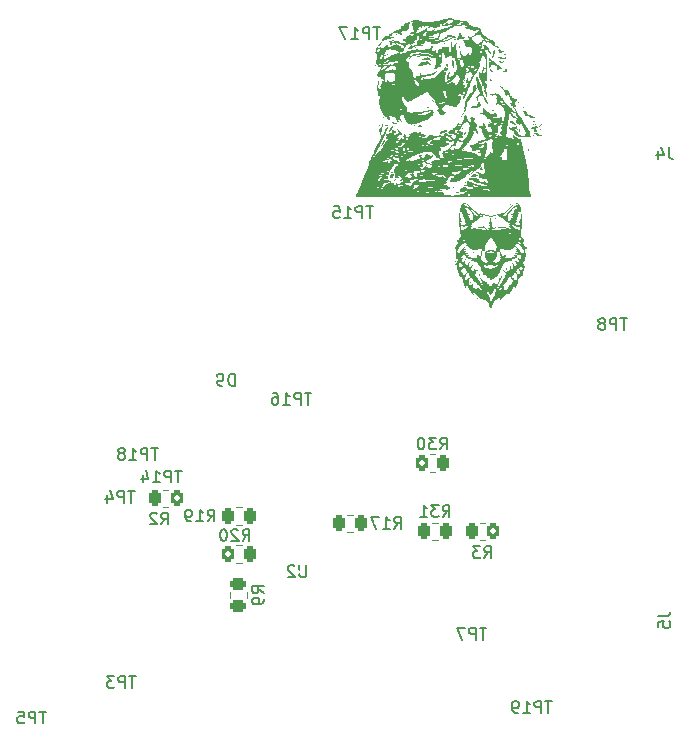
<source format=gbo>
G04 #@! TF.GenerationSoftware,KiCad,Pcbnew,8.0.5*
G04 #@! TF.CreationDate,2024-10-14T19:38:48-05:00*
G04 #@! TF.ProjectId,USBCPowerPCB,55534243-506f-4776-9572-5043422e6b69,rev?*
G04 #@! TF.SameCoordinates,Original*
G04 #@! TF.FileFunction,Legend,Bot*
G04 #@! TF.FilePolarity,Positive*
%FSLAX46Y46*%
G04 Gerber Fmt 4.6, Leading zero omitted, Abs format (unit mm)*
G04 Created by KiCad (PCBNEW 8.0.5) date 2024-10-14 19:38:48*
%MOMM*%
%LPD*%
G01*
G04 APERTURE LIST*
G04 Aperture macros list*
%AMRoundRect*
0 Rectangle with rounded corners*
0 $1 Rounding radius*
0 $2 $3 $4 $5 $6 $7 $8 $9 X,Y pos of 4 corners*
0 Add a 4 corners polygon primitive as box body*
4,1,4,$2,$3,$4,$5,$6,$7,$8,$9,$2,$3,0*
0 Add four circle primitives for the rounded corners*
1,1,$1+$1,$2,$3*
1,1,$1+$1,$4,$5*
1,1,$1+$1,$6,$7*
1,1,$1+$1,$8,$9*
0 Add four rect primitives between the rounded corners*
20,1,$1+$1,$2,$3,$4,$5,0*
20,1,$1+$1,$4,$5,$6,$7,0*
20,1,$1+$1,$6,$7,$8,$9,0*
20,1,$1+$1,$8,$9,$2,$3,0*%
G04 Aperture macros list end*
%ADD10C,0.150000*%
%ADD11C,0.000000*%
%ADD12C,0.120000*%
%ADD13C,2.000000*%
%ADD14C,1.950000*%
%ADD15C,3.300000*%
%ADD16C,3.000000*%
%ADD17C,3.200000*%
%ADD18R,1.000000X1.000000*%
%ADD19C,1.270000*%
%ADD20C,1.700000*%
%ADD21R,1.700000X1.700000*%
%ADD22O,1.700000X1.700000*%
%ADD23R,1.500000X1.500000*%
%ADD24C,1.500000*%
%ADD25RoundRect,0.250000X0.262500X0.450000X-0.262500X0.450000X-0.262500X-0.450000X0.262500X-0.450000X0*%
%ADD26RoundRect,0.250000X-0.450000X0.262500X-0.450000X-0.262500X0.450000X-0.262500X0.450000X0.262500X0*%
%ADD27RoundRect,0.250000X-0.262500X-0.450000X0.262500X-0.450000X0.262500X0.450000X-0.262500X0.450000X0*%
%ADD28C,0.500000*%
G04 APERTURE END LIST*
D10*
X164388094Y-142254819D02*
X163816666Y-142254819D01*
X164102380Y-143254819D02*
X164102380Y-142254819D01*
X163483332Y-143254819D02*
X163483332Y-142254819D01*
X163483332Y-142254819D02*
X163102380Y-142254819D01*
X163102380Y-142254819D02*
X163007142Y-142302438D01*
X163007142Y-142302438D02*
X162959523Y-142350057D01*
X162959523Y-142350057D02*
X162911904Y-142445295D01*
X162911904Y-142445295D02*
X162911904Y-142588152D01*
X162911904Y-142588152D02*
X162959523Y-142683390D01*
X162959523Y-142683390D02*
X163007142Y-142731009D01*
X163007142Y-142731009D02*
X163102380Y-142778628D01*
X163102380Y-142778628D02*
X163483332Y-142778628D01*
X161959523Y-143254819D02*
X162530951Y-143254819D01*
X162245237Y-143254819D02*
X162245237Y-142254819D01*
X162245237Y-142254819D02*
X162340475Y-142397676D01*
X162340475Y-142397676D02*
X162435713Y-142492914D01*
X162435713Y-142492914D02*
X162530951Y-142540533D01*
X161483332Y-143254819D02*
X161292856Y-143254819D01*
X161292856Y-143254819D02*
X161197618Y-143207200D01*
X161197618Y-143207200D02*
X161149999Y-143159580D01*
X161149999Y-143159580D02*
X161054761Y-143016723D01*
X161054761Y-143016723D02*
X161007142Y-142826247D01*
X161007142Y-142826247D02*
X161007142Y-142445295D01*
X161007142Y-142445295D02*
X161054761Y-142350057D01*
X161054761Y-142350057D02*
X161102380Y-142302438D01*
X161102380Y-142302438D02*
X161197618Y-142254819D01*
X161197618Y-142254819D02*
X161388094Y-142254819D01*
X161388094Y-142254819D02*
X161483332Y-142302438D01*
X161483332Y-142302438D02*
X161530951Y-142350057D01*
X161530951Y-142350057D02*
X161578570Y-142445295D01*
X161578570Y-142445295D02*
X161578570Y-142683390D01*
X161578570Y-142683390D02*
X161530951Y-142778628D01*
X161530951Y-142778628D02*
X161483332Y-142826247D01*
X161483332Y-142826247D02*
X161388094Y-142873866D01*
X161388094Y-142873866D02*
X161197618Y-142873866D01*
X161197618Y-142873866D02*
X161102380Y-142826247D01*
X161102380Y-142826247D02*
X161054761Y-142778628D01*
X161054761Y-142778628D02*
X161007142Y-142683390D01*
X170761904Y-109847319D02*
X170190476Y-109847319D01*
X170476190Y-110847319D02*
X170476190Y-109847319D01*
X169857142Y-110847319D02*
X169857142Y-109847319D01*
X169857142Y-109847319D02*
X169476190Y-109847319D01*
X169476190Y-109847319D02*
X169380952Y-109894938D01*
X169380952Y-109894938D02*
X169333333Y-109942557D01*
X169333333Y-109942557D02*
X169285714Y-110037795D01*
X169285714Y-110037795D02*
X169285714Y-110180652D01*
X169285714Y-110180652D02*
X169333333Y-110275890D01*
X169333333Y-110275890D02*
X169380952Y-110323509D01*
X169380952Y-110323509D02*
X169476190Y-110371128D01*
X169476190Y-110371128D02*
X169857142Y-110371128D01*
X168714285Y-110275890D02*
X168809523Y-110228271D01*
X168809523Y-110228271D02*
X168857142Y-110180652D01*
X168857142Y-110180652D02*
X168904761Y-110085414D01*
X168904761Y-110085414D02*
X168904761Y-110037795D01*
X168904761Y-110037795D02*
X168857142Y-109942557D01*
X168857142Y-109942557D02*
X168809523Y-109894938D01*
X168809523Y-109894938D02*
X168714285Y-109847319D01*
X168714285Y-109847319D02*
X168523809Y-109847319D01*
X168523809Y-109847319D02*
X168428571Y-109894938D01*
X168428571Y-109894938D02*
X168380952Y-109942557D01*
X168380952Y-109942557D02*
X168333333Y-110037795D01*
X168333333Y-110037795D02*
X168333333Y-110085414D01*
X168333333Y-110085414D02*
X168380952Y-110180652D01*
X168380952Y-110180652D02*
X168428571Y-110228271D01*
X168428571Y-110228271D02*
X168523809Y-110275890D01*
X168523809Y-110275890D02*
X168714285Y-110275890D01*
X168714285Y-110275890D02*
X168809523Y-110323509D01*
X168809523Y-110323509D02*
X168857142Y-110371128D01*
X168857142Y-110371128D02*
X168904761Y-110466366D01*
X168904761Y-110466366D02*
X168904761Y-110656842D01*
X168904761Y-110656842D02*
X168857142Y-110752080D01*
X168857142Y-110752080D02*
X168809523Y-110799700D01*
X168809523Y-110799700D02*
X168714285Y-110847319D01*
X168714285Y-110847319D02*
X168523809Y-110847319D01*
X168523809Y-110847319D02*
X168428571Y-110799700D01*
X168428571Y-110799700D02*
X168380952Y-110752080D01*
X168380952Y-110752080D02*
X168333333Y-110656842D01*
X168333333Y-110656842D02*
X168333333Y-110466366D01*
X168333333Y-110466366D02*
X168380952Y-110371128D01*
X168380952Y-110371128D02*
X168428571Y-110323509D01*
X168428571Y-110323509D02*
X168523809Y-110275890D01*
X131038094Y-120854819D02*
X130466666Y-120854819D01*
X130752380Y-121854819D02*
X130752380Y-120854819D01*
X130133332Y-121854819D02*
X130133332Y-120854819D01*
X130133332Y-120854819D02*
X129752380Y-120854819D01*
X129752380Y-120854819D02*
X129657142Y-120902438D01*
X129657142Y-120902438D02*
X129609523Y-120950057D01*
X129609523Y-120950057D02*
X129561904Y-121045295D01*
X129561904Y-121045295D02*
X129561904Y-121188152D01*
X129561904Y-121188152D02*
X129609523Y-121283390D01*
X129609523Y-121283390D02*
X129657142Y-121331009D01*
X129657142Y-121331009D02*
X129752380Y-121378628D01*
X129752380Y-121378628D02*
X130133332Y-121378628D01*
X128609523Y-121854819D02*
X129180951Y-121854819D01*
X128895237Y-121854819D02*
X128895237Y-120854819D01*
X128895237Y-120854819D02*
X128990475Y-120997676D01*
X128990475Y-120997676D02*
X129085713Y-121092914D01*
X129085713Y-121092914D02*
X129180951Y-121140533D01*
X128038094Y-121283390D02*
X128133332Y-121235771D01*
X128133332Y-121235771D02*
X128180951Y-121188152D01*
X128180951Y-121188152D02*
X128228570Y-121092914D01*
X128228570Y-121092914D02*
X128228570Y-121045295D01*
X128228570Y-121045295D02*
X128180951Y-120950057D01*
X128180951Y-120950057D02*
X128133332Y-120902438D01*
X128133332Y-120902438D02*
X128038094Y-120854819D01*
X128038094Y-120854819D02*
X127847618Y-120854819D01*
X127847618Y-120854819D02*
X127752380Y-120902438D01*
X127752380Y-120902438D02*
X127704761Y-120950057D01*
X127704761Y-120950057D02*
X127657142Y-121045295D01*
X127657142Y-121045295D02*
X127657142Y-121092914D01*
X127657142Y-121092914D02*
X127704761Y-121188152D01*
X127704761Y-121188152D02*
X127752380Y-121235771D01*
X127752380Y-121235771D02*
X127847618Y-121283390D01*
X127847618Y-121283390D02*
X128038094Y-121283390D01*
X128038094Y-121283390D02*
X128133332Y-121331009D01*
X128133332Y-121331009D02*
X128180951Y-121378628D01*
X128180951Y-121378628D02*
X128228570Y-121473866D01*
X128228570Y-121473866D02*
X128228570Y-121664342D01*
X128228570Y-121664342D02*
X128180951Y-121759580D01*
X128180951Y-121759580D02*
X128133332Y-121807200D01*
X128133332Y-121807200D02*
X128038094Y-121854819D01*
X128038094Y-121854819D02*
X127847618Y-121854819D01*
X127847618Y-121854819D02*
X127752380Y-121807200D01*
X127752380Y-121807200D02*
X127704761Y-121759580D01*
X127704761Y-121759580D02*
X127657142Y-121664342D01*
X127657142Y-121664342D02*
X127657142Y-121473866D01*
X127657142Y-121473866D02*
X127704761Y-121378628D01*
X127704761Y-121378628D02*
X127752380Y-121331009D01*
X127752380Y-121331009D02*
X127847618Y-121283390D01*
X121561904Y-143154819D02*
X120990476Y-143154819D01*
X121276190Y-144154819D02*
X121276190Y-143154819D01*
X120657142Y-144154819D02*
X120657142Y-143154819D01*
X120657142Y-143154819D02*
X120276190Y-143154819D01*
X120276190Y-143154819D02*
X120180952Y-143202438D01*
X120180952Y-143202438D02*
X120133333Y-143250057D01*
X120133333Y-143250057D02*
X120085714Y-143345295D01*
X120085714Y-143345295D02*
X120085714Y-143488152D01*
X120085714Y-143488152D02*
X120133333Y-143583390D01*
X120133333Y-143583390D02*
X120180952Y-143631009D01*
X120180952Y-143631009D02*
X120276190Y-143678628D01*
X120276190Y-143678628D02*
X120657142Y-143678628D01*
X119180952Y-143154819D02*
X119657142Y-143154819D01*
X119657142Y-143154819D02*
X119704761Y-143631009D01*
X119704761Y-143631009D02*
X119657142Y-143583390D01*
X119657142Y-143583390D02*
X119561904Y-143535771D01*
X119561904Y-143535771D02*
X119323809Y-143535771D01*
X119323809Y-143535771D02*
X119228571Y-143583390D01*
X119228571Y-143583390D02*
X119180952Y-143631009D01*
X119180952Y-143631009D02*
X119133333Y-143726247D01*
X119133333Y-143726247D02*
X119133333Y-143964342D01*
X119133333Y-143964342D02*
X119180952Y-144059580D01*
X119180952Y-144059580D02*
X119228571Y-144107200D01*
X119228571Y-144107200D02*
X119323809Y-144154819D01*
X119323809Y-144154819D02*
X119561904Y-144154819D01*
X119561904Y-144154819D02*
X119657142Y-144107200D01*
X119657142Y-144107200D02*
X119704761Y-144059580D01*
X174283333Y-95354819D02*
X174283333Y-96069104D01*
X174283333Y-96069104D02*
X174330952Y-96211961D01*
X174330952Y-96211961D02*
X174426190Y-96307200D01*
X174426190Y-96307200D02*
X174569047Y-96354819D01*
X174569047Y-96354819D02*
X174664285Y-96354819D01*
X173378571Y-95688152D02*
X173378571Y-96354819D01*
X173616666Y-95307200D02*
X173854761Y-96021485D01*
X173854761Y-96021485D02*
X173235714Y-96021485D01*
X129061904Y-124454819D02*
X128490476Y-124454819D01*
X128776190Y-125454819D02*
X128776190Y-124454819D01*
X128157142Y-125454819D02*
X128157142Y-124454819D01*
X128157142Y-124454819D02*
X127776190Y-124454819D01*
X127776190Y-124454819D02*
X127680952Y-124502438D01*
X127680952Y-124502438D02*
X127633333Y-124550057D01*
X127633333Y-124550057D02*
X127585714Y-124645295D01*
X127585714Y-124645295D02*
X127585714Y-124788152D01*
X127585714Y-124788152D02*
X127633333Y-124883390D01*
X127633333Y-124883390D02*
X127680952Y-124931009D01*
X127680952Y-124931009D02*
X127776190Y-124978628D01*
X127776190Y-124978628D02*
X128157142Y-124978628D01*
X126728571Y-124788152D02*
X126728571Y-125454819D01*
X126966666Y-124407200D02*
X127204761Y-125121485D01*
X127204761Y-125121485D02*
X126585714Y-125121485D01*
X149238094Y-100354819D02*
X148666666Y-100354819D01*
X148952380Y-101354819D02*
X148952380Y-100354819D01*
X148333332Y-101354819D02*
X148333332Y-100354819D01*
X148333332Y-100354819D02*
X147952380Y-100354819D01*
X147952380Y-100354819D02*
X147857142Y-100402438D01*
X147857142Y-100402438D02*
X147809523Y-100450057D01*
X147809523Y-100450057D02*
X147761904Y-100545295D01*
X147761904Y-100545295D02*
X147761904Y-100688152D01*
X147761904Y-100688152D02*
X147809523Y-100783390D01*
X147809523Y-100783390D02*
X147857142Y-100831009D01*
X147857142Y-100831009D02*
X147952380Y-100878628D01*
X147952380Y-100878628D02*
X148333332Y-100878628D01*
X146809523Y-101354819D02*
X147380951Y-101354819D01*
X147095237Y-101354819D02*
X147095237Y-100354819D01*
X147095237Y-100354819D02*
X147190475Y-100497676D01*
X147190475Y-100497676D02*
X147285713Y-100592914D01*
X147285713Y-100592914D02*
X147380951Y-100640533D01*
X145904761Y-100354819D02*
X146380951Y-100354819D01*
X146380951Y-100354819D02*
X146428570Y-100831009D01*
X146428570Y-100831009D02*
X146380951Y-100783390D01*
X146380951Y-100783390D02*
X146285713Y-100735771D01*
X146285713Y-100735771D02*
X146047618Y-100735771D01*
X146047618Y-100735771D02*
X145952380Y-100783390D01*
X145952380Y-100783390D02*
X145904761Y-100831009D01*
X145904761Y-100831009D02*
X145857142Y-100926247D01*
X145857142Y-100926247D02*
X145857142Y-101164342D01*
X145857142Y-101164342D02*
X145904761Y-101259580D01*
X145904761Y-101259580D02*
X145952380Y-101307200D01*
X145952380Y-101307200D02*
X146047618Y-101354819D01*
X146047618Y-101354819D02*
X146285713Y-101354819D01*
X146285713Y-101354819D02*
X146380951Y-101307200D01*
X146380951Y-101307200D02*
X146428570Y-101259580D01*
X143586589Y-130762519D02*
X143586589Y-131572042D01*
X143586589Y-131572042D02*
X143538970Y-131667280D01*
X143538970Y-131667280D02*
X143491351Y-131714900D01*
X143491351Y-131714900D02*
X143396113Y-131762519D01*
X143396113Y-131762519D02*
X143205637Y-131762519D01*
X143205637Y-131762519D02*
X143110399Y-131714900D01*
X143110399Y-131714900D02*
X143062780Y-131667280D01*
X143062780Y-131667280D02*
X143015161Y-131572042D01*
X143015161Y-131572042D02*
X143015161Y-130762519D01*
X142586589Y-130857757D02*
X142538970Y-130810138D01*
X142538970Y-130810138D02*
X142443732Y-130762519D01*
X142443732Y-130762519D02*
X142205637Y-130762519D01*
X142205637Y-130762519D02*
X142110399Y-130810138D01*
X142110399Y-130810138D02*
X142062780Y-130857757D01*
X142062780Y-130857757D02*
X142015161Y-130952995D01*
X142015161Y-130952995D02*
X142015161Y-131048233D01*
X142015161Y-131048233D02*
X142062780Y-131191090D01*
X142062780Y-131191090D02*
X142634208Y-131762519D01*
X142634208Y-131762519D02*
X142015161Y-131762519D01*
X173404819Y-135065666D02*
X174119104Y-135065666D01*
X174119104Y-135065666D02*
X174261961Y-135018047D01*
X174261961Y-135018047D02*
X174357200Y-134922809D01*
X174357200Y-134922809D02*
X174404819Y-134779952D01*
X174404819Y-134779952D02*
X174404819Y-134684714D01*
X173404819Y-136018047D02*
X173404819Y-135541857D01*
X173404819Y-135541857D02*
X173881009Y-135494238D01*
X173881009Y-135494238D02*
X173833390Y-135541857D01*
X173833390Y-135541857D02*
X173785771Y-135637095D01*
X173785771Y-135637095D02*
X173785771Y-135875190D01*
X173785771Y-135875190D02*
X173833390Y-135970428D01*
X173833390Y-135970428D02*
X173881009Y-136018047D01*
X173881009Y-136018047D02*
X173976247Y-136065666D01*
X173976247Y-136065666D02*
X174214342Y-136065666D01*
X174214342Y-136065666D02*
X174309580Y-136018047D01*
X174309580Y-136018047D02*
X174357200Y-135970428D01*
X174357200Y-135970428D02*
X174404819Y-135875190D01*
X174404819Y-135875190D02*
X174404819Y-135637095D01*
X174404819Y-135637095D02*
X174357200Y-135541857D01*
X174357200Y-135541857D02*
X174309580Y-135494238D01*
X137538094Y-115554819D02*
X137538094Y-114554819D01*
X137538094Y-114554819D02*
X137299999Y-114554819D01*
X137299999Y-114554819D02*
X137157142Y-114602438D01*
X137157142Y-114602438D02*
X137061904Y-114697676D01*
X137061904Y-114697676D02*
X137014285Y-114792914D01*
X137014285Y-114792914D02*
X136966666Y-114983390D01*
X136966666Y-114983390D02*
X136966666Y-115126247D01*
X136966666Y-115126247D02*
X137014285Y-115316723D01*
X137014285Y-115316723D02*
X137061904Y-115411961D01*
X137061904Y-115411961D02*
X137157142Y-115507200D01*
X137157142Y-115507200D02*
X137299999Y-115554819D01*
X137299999Y-115554819D02*
X137538094Y-115554819D01*
X136490475Y-115554819D02*
X136299999Y-115554819D01*
X136299999Y-115554819D02*
X136204761Y-115507200D01*
X136204761Y-115507200D02*
X136157142Y-115459580D01*
X136157142Y-115459580D02*
X136061904Y-115316723D01*
X136061904Y-115316723D02*
X136014285Y-115126247D01*
X136014285Y-115126247D02*
X136014285Y-114745295D01*
X136014285Y-114745295D02*
X136061904Y-114650057D01*
X136061904Y-114650057D02*
X136109523Y-114602438D01*
X136109523Y-114602438D02*
X136204761Y-114554819D01*
X136204761Y-114554819D02*
X136395237Y-114554819D01*
X136395237Y-114554819D02*
X136490475Y-114602438D01*
X136490475Y-114602438D02*
X136538094Y-114650057D01*
X136538094Y-114650057D02*
X136585713Y-114745295D01*
X136585713Y-114745295D02*
X136585713Y-114983390D01*
X136585713Y-114983390D02*
X136538094Y-115078628D01*
X136538094Y-115078628D02*
X136490475Y-115126247D01*
X136490475Y-115126247D02*
X136395237Y-115173866D01*
X136395237Y-115173866D02*
X136204761Y-115173866D01*
X136204761Y-115173866D02*
X136109523Y-115126247D01*
X136109523Y-115126247D02*
X136061904Y-115078628D01*
X136061904Y-115078628D02*
X136014285Y-114983390D01*
X144038094Y-116154819D02*
X143466666Y-116154819D01*
X143752380Y-117154819D02*
X143752380Y-116154819D01*
X143133332Y-117154819D02*
X143133332Y-116154819D01*
X143133332Y-116154819D02*
X142752380Y-116154819D01*
X142752380Y-116154819D02*
X142657142Y-116202438D01*
X142657142Y-116202438D02*
X142609523Y-116250057D01*
X142609523Y-116250057D02*
X142561904Y-116345295D01*
X142561904Y-116345295D02*
X142561904Y-116488152D01*
X142561904Y-116488152D02*
X142609523Y-116583390D01*
X142609523Y-116583390D02*
X142657142Y-116631009D01*
X142657142Y-116631009D02*
X142752380Y-116678628D01*
X142752380Y-116678628D02*
X143133332Y-116678628D01*
X141609523Y-117154819D02*
X142180951Y-117154819D01*
X141895237Y-117154819D02*
X141895237Y-116154819D01*
X141895237Y-116154819D02*
X141990475Y-116297676D01*
X141990475Y-116297676D02*
X142085713Y-116392914D01*
X142085713Y-116392914D02*
X142180951Y-116440533D01*
X140752380Y-116154819D02*
X140942856Y-116154819D01*
X140942856Y-116154819D02*
X141038094Y-116202438D01*
X141038094Y-116202438D02*
X141085713Y-116250057D01*
X141085713Y-116250057D02*
X141180951Y-116392914D01*
X141180951Y-116392914D02*
X141228570Y-116583390D01*
X141228570Y-116583390D02*
X141228570Y-116964342D01*
X141228570Y-116964342D02*
X141180951Y-117059580D01*
X141180951Y-117059580D02*
X141133332Y-117107200D01*
X141133332Y-117107200D02*
X141038094Y-117154819D01*
X141038094Y-117154819D02*
X140847618Y-117154819D01*
X140847618Y-117154819D02*
X140752380Y-117107200D01*
X140752380Y-117107200D02*
X140704761Y-117059580D01*
X140704761Y-117059580D02*
X140657142Y-116964342D01*
X140657142Y-116964342D02*
X140657142Y-116726247D01*
X140657142Y-116726247D02*
X140704761Y-116631009D01*
X140704761Y-116631009D02*
X140752380Y-116583390D01*
X140752380Y-116583390D02*
X140847618Y-116535771D01*
X140847618Y-116535771D02*
X141038094Y-116535771D01*
X141038094Y-116535771D02*
X141133332Y-116583390D01*
X141133332Y-116583390D02*
X141180951Y-116631009D01*
X141180951Y-116631009D02*
X141228570Y-116726247D01*
X129161904Y-140156819D02*
X128590476Y-140156819D01*
X128876190Y-141156819D02*
X128876190Y-140156819D01*
X128257142Y-141156819D02*
X128257142Y-140156819D01*
X128257142Y-140156819D02*
X127876190Y-140156819D01*
X127876190Y-140156819D02*
X127780952Y-140204438D01*
X127780952Y-140204438D02*
X127733333Y-140252057D01*
X127733333Y-140252057D02*
X127685714Y-140347295D01*
X127685714Y-140347295D02*
X127685714Y-140490152D01*
X127685714Y-140490152D02*
X127733333Y-140585390D01*
X127733333Y-140585390D02*
X127780952Y-140633009D01*
X127780952Y-140633009D02*
X127876190Y-140680628D01*
X127876190Y-140680628D02*
X128257142Y-140680628D01*
X127352380Y-140156819D02*
X126733333Y-140156819D01*
X126733333Y-140156819D02*
X127066666Y-140537771D01*
X127066666Y-140537771D02*
X126923809Y-140537771D01*
X126923809Y-140537771D02*
X126828571Y-140585390D01*
X126828571Y-140585390D02*
X126780952Y-140633009D01*
X126780952Y-140633009D02*
X126733333Y-140728247D01*
X126733333Y-140728247D02*
X126733333Y-140966342D01*
X126733333Y-140966342D02*
X126780952Y-141061580D01*
X126780952Y-141061580D02*
X126828571Y-141109200D01*
X126828571Y-141109200D02*
X126923809Y-141156819D01*
X126923809Y-141156819D02*
X127209523Y-141156819D01*
X127209523Y-141156819D02*
X127304761Y-141109200D01*
X127304761Y-141109200D02*
X127352380Y-141061580D01*
X149838094Y-85204819D02*
X149266666Y-85204819D01*
X149552380Y-86204819D02*
X149552380Y-85204819D01*
X148933332Y-86204819D02*
X148933332Y-85204819D01*
X148933332Y-85204819D02*
X148552380Y-85204819D01*
X148552380Y-85204819D02*
X148457142Y-85252438D01*
X148457142Y-85252438D02*
X148409523Y-85300057D01*
X148409523Y-85300057D02*
X148361904Y-85395295D01*
X148361904Y-85395295D02*
X148361904Y-85538152D01*
X148361904Y-85538152D02*
X148409523Y-85633390D01*
X148409523Y-85633390D02*
X148457142Y-85681009D01*
X148457142Y-85681009D02*
X148552380Y-85728628D01*
X148552380Y-85728628D02*
X148933332Y-85728628D01*
X147409523Y-86204819D02*
X147980951Y-86204819D01*
X147695237Y-86204819D02*
X147695237Y-85204819D01*
X147695237Y-85204819D02*
X147790475Y-85347676D01*
X147790475Y-85347676D02*
X147885713Y-85442914D01*
X147885713Y-85442914D02*
X147980951Y-85490533D01*
X147076189Y-85204819D02*
X146409523Y-85204819D01*
X146409523Y-85204819D02*
X146838094Y-86204819D01*
X158836904Y-136054819D02*
X158265476Y-136054819D01*
X158551190Y-137054819D02*
X158551190Y-136054819D01*
X157932142Y-137054819D02*
X157932142Y-136054819D01*
X157932142Y-136054819D02*
X157551190Y-136054819D01*
X157551190Y-136054819D02*
X157455952Y-136102438D01*
X157455952Y-136102438D02*
X157408333Y-136150057D01*
X157408333Y-136150057D02*
X157360714Y-136245295D01*
X157360714Y-136245295D02*
X157360714Y-136388152D01*
X157360714Y-136388152D02*
X157408333Y-136483390D01*
X157408333Y-136483390D02*
X157455952Y-136531009D01*
X157455952Y-136531009D02*
X157551190Y-136578628D01*
X157551190Y-136578628D02*
X157932142Y-136578628D01*
X157027380Y-136054819D02*
X156360714Y-136054819D01*
X156360714Y-136054819D02*
X156789285Y-137054819D01*
X133038094Y-122754819D02*
X132466666Y-122754819D01*
X132752380Y-123754819D02*
X132752380Y-122754819D01*
X132133332Y-123754819D02*
X132133332Y-122754819D01*
X132133332Y-122754819D02*
X131752380Y-122754819D01*
X131752380Y-122754819D02*
X131657142Y-122802438D01*
X131657142Y-122802438D02*
X131609523Y-122850057D01*
X131609523Y-122850057D02*
X131561904Y-122945295D01*
X131561904Y-122945295D02*
X131561904Y-123088152D01*
X131561904Y-123088152D02*
X131609523Y-123183390D01*
X131609523Y-123183390D02*
X131657142Y-123231009D01*
X131657142Y-123231009D02*
X131752380Y-123278628D01*
X131752380Y-123278628D02*
X132133332Y-123278628D01*
X130609523Y-123754819D02*
X131180951Y-123754819D01*
X130895237Y-123754819D02*
X130895237Y-122754819D01*
X130895237Y-122754819D02*
X130990475Y-122897676D01*
X130990475Y-122897676D02*
X131085713Y-122992914D01*
X131085713Y-122992914D02*
X131180951Y-123040533D01*
X129752380Y-123088152D02*
X129752380Y-123754819D01*
X129990475Y-122707200D02*
X130228570Y-123421485D01*
X130228570Y-123421485D02*
X129609523Y-123421485D01*
X151030357Y-127654819D02*
X151363690Y-127178628D01*
X151601785Y-127654819D02*
X151601785Y-126654819D01*
X151601785Y-126654819D02*
X151220833Y-126654819D01*
X151220833Y-126654819D02*
X151125595Y-126702438D01*
X151125595Y-126702438D02*
X151077976Y-126750057D01*
X151077976Y-126750057D02*
X151030357Y-126845295D01*
X151030357Y-126845295D02*
X151030357Y-126988152D01*
X151030357Y-126988152D02*
X151077976Y-127083390D01*
X151077976Y-127083390D02*
X151125595Y-127131009D01*
X151125595Y-127131009D02*
X151220833Y-127178628D01*
X151220833Y-127178628D02*
X151601785Y-127178628D01*
X150077976Y-127654819D02*
X150649404Y-127654819D01*
X150363690Y-127654819D02*
X150363690Y-126654819D01*
X150363690Y-126654819D02*
X150458928Y-126797676D01*
X150458928Y-126797676D02*
X150554166Y-126892914D01*
X150554166Y-126892914D02*
X150649404Y-126940533D01*
X149744642Y-126654819D02*
X149077976Y-126654819D01*
X149077976Y-126654819D02*
X149506547Y-127654819D01*
X140004819Y-133120833D02*
X139528628Y-132787500D01*
X140004819Y-132549405D02*
X139004819Y-132549405D01*
X139004819Y-132549405D02*
X139004819Y-132930357D01*
X139004819Y-132930357D02*
X139052438Y-133025595D01*
X139052438Y-133025595D02*
X139100057Y-133073214D01*
X139100057Y-133073214D02*
X139195295Y-133120833D01*
X139195295Y-133120833D02*
X139338152Y-133120833D01*
X139338152Y-133120833D02*
X139433390Y-133073214D01*
X139433390Y-133073214D02*
X139481009Y-133025595D01*
X139481009Y-133025595D02*
X139528628Y-132930357D01*
X139528628Y-132930357D02*
X139528628Y-132549405D01*
X140004819Y-133597024D02*
X140004819Y-133787500D01*
X140004819Y-133787500D02*
X139957200Y-133882738D01*
X139957200Y-133882738D02*
X139909580Y-133930357D01*
X139909580Y-133930357D02*
X139766723Y-134025595D01*
X139766723Y-134025595D02*
X139576247Y-134073214D01*
X139576247Y-134073214D02*
X139195295Y-134073214D01*
X139195295Y-134073214D02*
X139100057Y-134025595D01*
X139100057Y-134025595D02*
X139052438Y-133977976D01*
X139052438Y-133977976D02*
X139004819Y-133882738D01*
X139004819Y-133882738D02*
X139004819Y-133692262D01*
X139004819Y-133692262D02*
X139052438Y-133597024D01*
X139052438Y-133597024D02*
X139100057Y-133549405D01*
X139100057Y-133549405D02*
X139195295Y-133501786D01*
X139195295Y-133501786D02*
X139433390Y-133501786D01*
X139433390Y-133501786D02*
X139528628Y-133549405D01*
X139528628Y-133549405D02*
X139576247Y-133597024D01*
X139576247Y-133597024D02*
X139623866Y-133692262D01*
X139623866Y-133692262D02*
X139623866Y-133882738D01*
X139623866Y-133882738D02*
X139576247Y-133977976D01*
X139576247Y-133977976D02*
X139528628Y-134025595D01*
X139528628Y-134025595D02*
X139433390Y-134073214D01*
X155142857Y-126654819D02*
X155476190Y-126178628D01*
X155714285Y-126654819D02*
X155714285Y-125654819D01*
X155714285Y-125654819D02*
X155333333Y-125654819D01*
X155333333Y-125654819D02*
X155238095Y-125702438D01*
X155238095Y-125702438D02*
X155190476Y-125750057D01*
X155190476Y-125750057D02*
X155142857Y-125845295D01*
X155142857Y-125845295D02*
X155142857Y-125988152D01*
X155142857Y-125988152D02*
X155190476Y-126083390D01*
X155190476Y-126083390D02*
X155238095Y-126131009D01*
X155238095Y-126131009D02*
X155333333Y-126178628D01*
X155333333Y-126178628D02*
X155714285Y-126178628D01*
X154809523Y-125654819D02*
X154190476Y-125654819D01*
X154190476Y-125654819D02*
X154523809Y-126035771D01*
X154523809Y-126035771D02*
X154380952Y-126035771D01*
X154380952Y-126035771D02*
X154285714Y-126083390D01*
X154285714Y-126083390D02*
X154238095Y-126131009D01*
X154238095Y-126131009D02*
X154190476Y-126226247D01*
X154190476Y-126226247D02*
X154190476Y-126464342D01*
X154190476Y-126464342D02*
X154238095Y-126559580D01*
X154238095Y-126559580D02*
X154285714Y-126607200D01*
X154285714Y-126607200D02*
X154380952Y-126654819D01*
X154380952Y-126654819D02*
X154666666Y-126654819D01*
X154666666Y-126654819D02*
X154761904Y-126607200D01*
X154761904Y-126607200D02*
X154809523Y-126559580D01*
X153238095Y-126654819D02*
X153809523Y-126654819D01*
X153523809Y-126654819D02*
X153523809Y-125654819D01*
X153523809Y-125654819D02*
X153619047Y-125797676D01*
X153619047Y-125797676D02*
X153714285Y-125892914D01*
X153714285Y-125892914D02*
X153809523Y-125940533D01*
X154930357Y-120954819D02*
X155263690Y-120478628D01*
X155501785Y-120954819D02*
X155501785Y-119954819D01*
X155501785Y-119954819D02*
X155120833Y-119954819D01*
X155120833Y-119954819D02*
X155025595Y-120002438D01*
X155025595Y-120002438D02*
X154977976Y-120050057D01*
X154977976Y-120050057D02*
X154930357Y-120145295D01*
X154930357Y-120145295D02*
X154930357Y-120288152D01*
X154930357Y-120288152D02*
X154977976Y-120383390D01*
X154977976Y-120383390D02*
X155025595Y-120431009D01*
X155025595Y-120431009D02*
X155120833Y-120478628D01*
X155120833Y-120478628D02*
X155501785Y-120478628D01*
X154597023Y-119954819D02*
X153977976Y-119954819D01*
X153977976Y-119954819D02*
X154311309Y-120335771D01*
X154311309Y-120335771D02*
X154168452Y-120335771D01*
X154168452Y-120335771D02*
X154073214Y-120383390D01*
X154073214Y-120383390D02*
X154025595Y-120431009D01*
X154025595Y-120431009D02*
X153977976Y-120526247D01*
X153977976Y-120526247D02*
X153977976Y-120764342D01*
X153977976Y-120764342D02*
X154025595Y-120859580D01*
X154025595Y-120859580D02*
X154073214Y-120907200D01*
X154073214Y-120907200D02*
X154168452Y-120954819D01*
X154168452Y-120954819D02*
X154454166Y-120954819D01*
X154454166Y-120954819D02*
X154549404Y-120907200D01*
X154549404Y-120907200D02*
X154597023Y-120859580D01*
X153358928Y-119954819D02*
X153263690Y-119954819D01*
X153263690Y-119954819D02*
X153168452Y-120002438D01*
X153168452Y-120002438D02*
X153120833Y-120050057D01*
X153120833Y-120050057D02*
X153073214Y-120145295D01*
X153073214Y-120145295D02*
X153025595Y-120335771D01*
X153025595Y-120335771D02*
X153025595Y-120573866D01*
X153025595Y-120573866D02*
X153073214Y-120764342D01*
X153073214Y-120764342D02*
X153120833Y-120859580D01*
X153120833Y-120859580D02*
X153168452Y-120907200D01*
X153168452Y-120907200D02*
X153263690Y-120954819D01*
X153263690Y-120954819D02*
X153358928Y-120954819D01*
X153358928Y-120954819D02*
X153454166Y-120907200D01*
X153454166Y-120907200D02*
X153501785Y-120859580D01*
X153501785Y-120859580D02*
X153549404Y-120764342D01*
X153549404Y-120764342D02*
X153597023Y-120573866D01*
X153597023Y-120573866D02*
X153597023Y-120335771D01*
X153597023Y-120335771D02*
X153549404Y-120145295D01*
X153549404Y-120145295D02*
X153501785Y-120050057D01*
X153501785Y-120050057D02*
X153454166Y-120002438D01*
X153454166Y-120002438D02*
X153358928Y-119954819D01*
X138200357Y-128701816D02*
X138533690Y-128225625D01*
X138771785Y-128701816D02*
X138771785Y-127701816D01*
X138771785Y-127701816D02*
X138390833Y-127701816D01*
X138390833Y-127701816D02*
X138295595Y-127749435D01*
X138295595Y-127749435D02*
X138247976Y-127797054D01*
X138247976Y-127797054D02*
X138200357Y-127892292D01*
X138200357Y-127892292D02*
X138200357Y-128035149D01*
X138200357Y-128035149D02*
X138247976Y-128130387D01*
X138247976Y-128130387D02*
X138295595Y-128178006D01*
X138295595Y-128178006D02*
X138390833Y-128225625D01*
X138390833Y-128225625D02*
X138771785Y-128225625D01*
X137819404Y-127797054D02*
X137771785Y-127749435D01*
X137771785Y-127749435D02*
X137676547Y-127701816D01*
X137676547Y-127701816D02*
X137438452Y-127701816D01*
X137438452Y-127701816D02*
X137343214Y-127749435D01*
X137343214Y-127749435D02*
X137295595Y-127797054D01*
X137295595Y-127797054D02*
X137247976Y-127892292D01*
X137247976Y-127892292D02*
X137247976Y-127987530D01*
X137247976Y-127987530D02*
X137295595Y-128130387D01*
X137295595Y-128130387D02*
X137867023Y-128701816D01*
X137867023Y-128701816D02*
X137247976Y-128701816D01*
X136628928Y-127701816D02*
X136533690Y-127701816D01*
X136533690Y-127701816D02*
X136438452Y-127749435D01*
X136438452Y-127749435D02*
X136390833Y-127797054D01*
X136390833Y-127797054D02*
X136343214Y-127892292D01*
X136343214Y-127892292D02*
X136295595Y-128082768D01*
X136295595Y-128082768D02*
X136295595Y-128320863D01*
X136295595Y-128320863D02*
X136343214Y-128511339D01*
X136343214Y-128511339D02*
X136390833Y-128606577D01*
X136390833Y-128606577D02*
X136438452Y-128654197D01*
X136438452Y-128654197D02*
X136533690Y-128701816D01*
X136533690Y-128701816D02*
X136628928Y-128701816D01*
X136628928Y-128701816D02*
X136724166Y-128654197D01*
X136724166Y-128654197D02*
X136771785Y-128606577D01*
X136771785Y-128606577D02*
X136819404Y-128511339D01*
X136819404Y-128511339D02*
X136867023Y-128320863D01*
X136867023Y-128320863D02*
X136867023Y-128082768D01*
X136867023Y-128082768D02*
X136819404Y-127892292D01*
X136819404Y-127892292D02*
X136771785Y-127797054D01*
X136771785Y-127797054D02*
X136724166Y-127749435D01*
X136724166Y-127749435D02*
X136628928Y-127701816D01*
X158666666Y-130154819D02*
X158999999Y-129678628D01*
X159238094Y-130154819D02*
X159238094Y-129154819D01*
X159238094Y-129154819D02*
X158857142Y-129154819D01*
X158857142Y-129154819D02*
X158761904Y-129202438D01*
X158761904Y-129202438D02*
X158714285Y-129250057D01*
X158714285Y-129250057D02*
X158666666Y-129345295D01*
X158666666Y-129345295D02*
X158666666Y-129488152D01*
X158666666Y-129488152D02*
X158714285Y-129583390D01*
X158714285Y-129583390D02*
X158761904Y-129631009D01*
X158761904Y-129631009D02*
X158857142Y-129678628D01*
X158857142Y-129678628D02*
X159238094Y-129678628D01*
X158333332Y-129154819D02*
X157714285Y-129154819D01*
X157714285Y-129154819D02*
X158047618Y-129535771D01*
X158047618Y-129535771D02*
X157904761Y-129535771D01*
X157904761Y-129535771D02*
X157809523Y-129583390D01*
X157809523Y-129583390D02*
X157761904Y-129631009D01*
X157761904Y-129631009D02*
X157714285Y-129726247D01*
X157714285Y-129726247D02*
X157714285Y-129964342D01*
X157714285Y-129964342D02*
X157761904Y-130059580D01*
X157761904Y-130059580D02*
X157809523Y-130107200D01*
X157809523Y-130107200D02*
X157904761Y-130154819D01*
X157904761Y-130154819D02*
X158190475Y-130154819D01*
X158190475Y-130154819D02*
X158285713Y-130107200D01*
X158285713Y-130107200D02*
X158333332Y-130059580D01*
X135242857Y-127054819D02*
X135576190Y-126578628D01*
X135814285Y-127054819D02*
X135814285Y-126054819D01*
X135814285Y-126054819D02*
X135433333Y-126054819D01*
X135433333Y-126054819D02*
X135338095Y-126102438D01*
X135338095Y-126102438D02*
X135290476Y-126150057D01*
X135290476Y-126150057D02*
X135242857Y-126245295D01*
X135242857Y-126245295D02*
X135242857Y-126388152D01*
X135242857Y-126388152D02*
X135290476Y-126483390D01*
X135290476Y-126483390D02*
X135338095Y-126531009D01*
X135338095Y-126531009D02*
X135433333Y-126578628D01*
X135433333Y-126578628D02*
X135814285Y-126578628D01*
X134290476Y-127054819D02*
X134861904Y-127054819D01*
X134576190Y-127054819D02*
X134576190Y-126054819D01*
X134576190Y-126054819D02*
X134671428Y-126197676D01*
X134671428Y-126197676D02*
X134766666Y-126292914D01*
X134766666Y-126292914D02*
X134861904Y-126340533D01*
X133814285Y-127054819D02*
X133623809Y-127054819D01*
X133623809Y-127054819D02*
X133528571Y-127007200D01*
X133528571Y-127007200D02*
X133480952Y-126959580D01*
X133480952Y-126959580D02*
X133385714Y-126816723D01*
X133385714Y-126816723D02*
X133338095Y-126626247D01*
X133338095Y-126626247D02*
X133338095Y-126245295D01*
X133338095Y-126245295D02*
X133385714Y-126150057D01*
X133385714Y-126150057D02*
X133433333Y-126102438D01*
X133433333Y-126102438D02*
X133528571Y-126054819D01*
X133528571Y-126054819D02*
X133719047Y-126054819D01*
X133719047Y-126054819D02*
X133814285Y-126102438D01*
X133814285Y-126102438D02*
X133861904Y-126150057D01*
X133861904Y-126150057D02*
X133909523Y-126245295D01*
X133909523Y-126245295D02*
X133909523Y-126483390D01*
X133909523Y-126483390D02*
X133861904Y-126578628D01*
X133861904Y-126578628D02*
X133814285Y-126626247D01*
X133814285Y-126626247D02*
X133719047Y-126673866D01*
X133719047Y-126673866D02*
X133528571Y-126673866D01*
X133528571Y-126673866D02*
X133433333Y-126626247D01*
X133433333Y-126626247D02*
X133385714Y-126578628D01*
X133385714Y-126578628D02*
X133338095Y-126483390D01*
X131316666Y-127304819D02*
X131649999Y-126828628D01*
X131888094Y-127304819D02*
X131888094Y-126304819D01*
X131888094Y-126304819D02*
X131507142Y-126304819D01*
X131507142Y-126304819D02*
X131411904Y-126352438D01*
X131411904Y-126352438D02*
X131364285Y-126400057D01*
X131364285Y-126400057D02*
X131316666Y-126495295D01*
X131316666Y-126495295D02*
X131316666Y-126638152D01*
X131316666Y-126638152D02*
X131364285Y-126733390D01*
X131364285Y-126733390D02*
X131411904Y-126781009D01*
X131411904Y-126781009D02*
X131507142Y-126828628D01*
X131507142Y-126828628D02*
X131888094Y-126828628D01*
X130935713Y-126400057D02*
X130888094Y-126352438D01*
X130888094Y-126352438D02*
X130792856Y-126304819D01*
X130792856Y-126304819D02*
X130554761Y-126304819D01*
X130554761Y-126304819D02*
X130459523Y-126352438D01*
X130459523Y-126352438D02*
X130411904Y-126400057D01*
X130411904Y-126400057D02*
X130364285Y-126495295D01*
X130364285Y-126495295D02*
X130364285Y-126590533D01*
X130364285Y-126590533D02*
X130411904Y-126733390D01*
X130411904Y-126733390D02*
X130983332Y-127304819D01*
X130983332Y-127304819D02*
X130364285Y-127304819D01*
D11*
G36*
X156880000Y-102200000D02*
G01*
X156860000Y-102220000D01*
X156840000Y-102200000D01*
X156860000Y-102180000D01*
X156880000Y-102200000D01*
G37*
G36*
X157000000Y-105920000D02*
G01*
X156980000Y-105940000D01*
X156960000Y-105920000D01*
X156980000Y-105900000D01*
X157000000Y-105920000D01*
G37*
G36*
X157040000Y-100520000D02*
G01*
X157020000Y-100540000D01*
X157000000Y-100520000D01*
X157020000Y-100500000D01*
X157040000Y-100520000D01*
G37*
G36*
X157480000Y-100160000D02*
G01*
X157460000Y-100180000D01*
X157440000Y-100160000D01*
X157460000Y-100140000D01*
X157480000Y-100160000D01*
G37*
G36*
X157720000Y-105000000D02*
G01*
X157700000Y-105020000D01*
X157680000Y-105000000D01*
X157700000Y-104980000D01*
X157720000Y-105000000D01*
G37*
G36*
X157720000Y-108000000D02*
G01*
X157700000Y-108020000D01*
X157680000Y-108000000D01*
X157700000Y-107980000D01*
X157720000Y-108000000D01*
G37*
G36*
X158000000Y-104680000D02*
G01*
X157980000Y-104700000D01*
X157960000Y-104680000D01*
X157980000Y-104660000D01*
X158000000Y-104680000D01*
G37*
G36*
X158480000Y-104840000D02*
G01*
X158460000Y-104860000D01*
X158440000Y-104840000D01*
X158460000Y-104820000D01*
X158480000Y-104840000D01*
G37*
G36*
X158560000Y-104640000D02*
G01*
X158540000Y-104660000D01*
X158520000Y-104640000D01*
X158540000Y-104620000D01*
X158560000Y-104640000D01*
G37*
G36*
X158560000Y-104760000D02*
G01*
X158540000Y-104780000D01*
X158520000Y-104760000D01*
X158540000Y-104740000D01*
X158560000Y-104760000D01*
G37*
G36*
X158560000Y-104920000D02*
G01*
X158540000Y-104940000D01*
X158520000Y-104920000D01*
X158540000Y-104900000D01*
X158560000Y-104920000D01*
G37*
G36*
X158720000Y-102160000D02*
G01*
X158700000Y-102180000D01*
X158680000Y-102160000D01*
X158700000Y-102140000D01*
X158720000Y-102160000D01*
G37*
G36*
X158840000Y-108560000D02*
G01*
X158820000Y-108580000D01*
X158800000Y-108560000D01*
X158820000Y-108540000D01*
X158840000Y-108560000D01*
G37*
G36*
X159120000Y-102200000D02*
G01*
X159100000Y-102220000D01*
X159080000Y-102200000D01*
X159100000Y-102180000D01*
X159120000Y-102200000D01*
G37*
G36*
X159360000Y-102000000D02*
G01*
X159340000Y-102020000D01*
X159320000Y-102000000D01*
X159340000Y-101980000D01*
X159360000Y-102000000D01*
G37*
G36*
X159880000Y-104680000D02*
G01*
X159860000Y-104700000D01*
X159840000Y-104680000D01*
X159860000Y-104660000D01*
X159880000Y-104680000D01*
G37*
G36*
X159880000Y-104960000D02*
G01*
X159860000Y-104980000D01*
X159840000Y-104960000D01*
X159860000Y-104940000D01*
X159880000Y-104960000D01*
G37*
G36*
X159960000Y-104760000D02*
G01*
X159940000Y-104780000D01*
X159920000Y-104760000D01*
X159940000Y-104740000D01*
X159960000Y-104760000D01*
G37*
G36*
X160960000Y-102680000D02*
G01*
X160940000Y-102700000D01*
X160920000Y-102680000D01*
X160940000Y-102660000D01*
X160960000Y-102680000D01*
G37*
G36*
X161800000Y-106480000D02*
G01*
X161780000Y-106500000D01*
X161760000Y-106480000D01*
X161780000Y-106460000D01*
X161800000Y-106480000D01*
G37*
G36*
X161960000Y-106440000D02*
G01*
X161940000Y-106460000D01*
X161920000Y-106440000D01*
X161940000Y-106420000D01*
X161960000Y-106440000D01*
G37*
G36*
X162000000Y-102360000D02*
G01*
X161980000Y-102380000D01*
X161960000Y-102360000D01*
X161980000Y-102340000D01*
X162000000Y-102360000D01*
G37*
G36*
X162000000Y-102680000D02*
G01*
X161980000Y-102700000D01*
X161960000Y-102680000D01*
X161980000Y-102660000D01*
X162000000Y-102680000D01*
G37*
G36*
X162160000Y-105240000D02*
G01*
X162140000Y-105260000D01*
X162120000Y-105240000D01*
X162140000Y-105220000D01*
X162160000Y-105240000D01*
G37*
G36*
X162320000Y-105720000D02*
G01*
X162300000Y-105740000D01*
X162280000Y-105720000D01*
X162300000Y-105700000D01*
X162320000Y-105720000D01*
G37*
G36*
X156240000Y-105020000D02*
G01*
X156237114Y-105041175D01*
X156213334Y-105046666D01*
X156208547Y-105040803D01*
X156213334Y-104993333D01*
X156225365Y-104987075D01*
X156240000Y-105020000D01*
G37*
G36*
X159680000Y-101460000D02*
G01*
X159677114Y-101481175D01*
X159653334Y-101486666D01*
X159648547Y-101480803D01*
X159653334Y-101433333D01*
X159665365Y-101427075D01*
X159680000Y-101460000D01*
G37*
G36*
X160000000Y-104500000D02*
G01*
X159997114Y-104521175D01*
X159973334Y-104526666D01*
X159968547Y-104520803D01*
X159973334Y-104473333D01*
X159985365Y-104467075D01*
X160000000Y-104500000D01*
G37*
G36*
X161546667Y-102193333D02*
G01*
X161552925Y-102205364D01*
X161520000Y-102220000D01*
X161498825Y-102217113D01*
X161493334Y-102193333D01*
X161499197Y-102188546D01*
X161546667Y-102193333D01*
G37*
G36*
X157755985Y-104288180D02*
G01*
X157715544Y-104342302D01*
X157683896Y-104357228D01*
X157689174Y-104327567D01*
X157736852Y-104269047D01*
X157777306Y-104231229D01*
X157790142Y-104228157D01*
X157755985Y-104288180D01*
G37*
G36*
X159098032Y-101895841D02*
G01*
X159120000Y-101962360D01*
X159114873Y-102008378D01*
X159094992Y-102009266D01*
X159068396Y-101939944D01*
X159063289Y-101895104D01*
X159083731Y-101882305D01*
X159098032Y-101895841D01*
G37*
G36*
X160943820Y-100173819D02*
G01*
X160938506Y-100181962D01*
X160898984Y-100218801D01*
X160880000Y-100202360D01*
X160883576Y-100193363D01*
X160926181Y-100156180D01*
X160948535Y-100146447D01*
X160943820Y-100173819D01*
G37*
G36*
X157572774Y-106769092D02*
G01*
X157557740Y-106794323D01*
X157511257Y-106852864D01*
X157485278Y-106854925D01*
X157485278Y-106854923D01*
X157500584Y-106799158D01*
X157558052Y-106725833D01*
X157645548Y-106640000D01*
X157572774Y-106769092D01*
G37*
G36*
X157782312Y-104501799D02*
G01*
X157820000Y-104540000D01*
X157827451Y-104554162D01*
X157824722Y-104580000D01*
X157817689Y-104578200D01*
X157780000Y-104540000D01*
X157772550Y-104525837D01*
X157775279Y-104500000D01*
X157782312Y-104501799D01*
G37*
G36*
X157902312Y-104501799D02*
G01*
X157940000Y-104540000D01*
X157947451Y-104554162D01*
X157944722Y-104580000D01*
X157937689Y-104578200D01*
X157900000Y-104540000D01*
X157892550Y-104525837D01*
X157895279Y-104500000D01*
X157902312Y-104501799D01*
G37*
G36*
X158062312Y-108101799D02*
G01*
X158100000Y-108140000D01*
X158107451Y-108154162D01*
X158104722Y-108180000D01*
X158097689Y-108178200D01*
X158060000Y-108140000D01*
X158052550Y-108125837D01*
X158055279Y-108100000D01*
X158062312Y-108101799D01*
G37*
G36*
X159628270Y-101329051D02*
G01*
X159613749Y-101411746D01*
X159591960Y-101466471D01*
X159556193Y-101500000D01*
X159545124Y-101471764D01*
X159567356Y-101399830D01*
X159574210Y-101385122D01*
X159613274Y-101319710D01*
X159628270Y-101329051D01*
G37*
G36*
X160837812Y-106679213D02*
G01*
X160878167Y-106736574D01*
X160898260Y-106791015D01*
X160885687Y-106820000D01*
X160882718Y-106819795D01*
X160841166Y-106784796D01*
X160811950Y-106720382D01*
X160815818Y-106670849D01*
X160837812Y-106679213D01*
G37*
G36*
X158810309Y-101300607D02*
G01*
X158840000Y-101336728D01*
X158843733Y-101365095D01*
X158866798Y-101443290D01*
X158876295Y-101483193D01*
X158851626Y-101487185D01*
X158824768Y-101460226D01*
X158793249Y-101394007D01*
X158783326Y-101329200D01*
X158803745Y-101300000D01*
X158810309Y-101300607D01*
G37*
G36*
X160714293Y-104329468D02*
G01*
X160712966Y-104414557D01*
X160672000Y-104492000D01*
X160625784Y-104531737D01*
X160606191Y-104532118D01*
X160639824Y-104480213D01*
X160663611Y-104434070D01*
X160668452Y-104340157D01*
X160663317Y-104295132D01*
X160683731Y-104282305D01*
X160714293Y-104329468D01*
G37*
G36*
X159242195Y-103126561D02*
G01*
X159249057Y-103213507D01*
X159246448Y-103339927D01*
X159236605Y-103472368D01*
X159223816Y-103558744D01*
X159212019Y-103565476D01*
X159203363Y-103492563D01*
X159200000Y-103340000D01*
X159203306Y-103230804D01*
X159214177Y-103136310D01*
X159230000Y-103099927D01*
X159242195Y-103126561D01*
G37*
G36*
X161777767Y-100586433D02*
G01*
X161815952Y-100859534D01*
X161843889Y-101206055D01*
X161855387Y-101425865D01*
X161857828Y-101521993D01*
X161861295Y-101658567D01*
X161856841Y-101823402D01*
X161842039Y-101914639D01*
X161824119Y-101989800D01*
X161835085Y-102036961D01*
X161844060Y-102077813D01*
X161837354Y-102176016D01*
X161815279Y-102308279D01*
X161794328Y-102431611D01*
X161793546Y-102440000D01*
X161789062Y-102488108D01*
X161781998Y-102563883D01*
X161782982Y-102584721D01*
X161786060Y-102649901D01*
X161788209Y-102673489D01*
X161791324Y-102707674D01*
X161782569Y-102717854D01*
X161763524Y-102740000D01*
X161755186Y-102743062D01*
X161754907Y-102789121D01*
X161777776Y-102849328D01*
X161787783Y-102875673D01*
X161844157Y-102983563D01*
X161914372Y-103093639D01*
X161988771Y-103186749D01*
X162003804Y-103203540D01*
X162028381Y-103244953D01*
X162057400Y-103293850D01*
X162047552Y-103356531D01*
X161975080Y-103380000D01*
X161958135Y-103386737D01*
X161956748Y-103436689D01*
X161991959Y-103520073D01*
X162053189Y-103618618D01*
X162129858Y-103714053D01*
X162144311Y-103727181D01*
X162211386Y-103788107D01*
X162256406Y-103822686D01*
X162295460Y-103875229D01*
X162276760Y-103923904D01*
X162243457Y-103951887D01*
X162155103Y-103980000D01*
X162113508Y-103981691D01*
X162080433Y-103990000D01*
X162085100Y-104008620D01*
X162107263Y-104085526D01*
X162141433Y-104199678D01*
X162149173Y-104235700D01*
X162175625Y-104358811D01*
X162177346Y-104579678D01*
X162175307Y-104594386D01*
X162142907Y-104785923D01*
X162136002Y-104814061D01*
X162107192Y-104931457D01*
X162071534Y-105019751D01*
X162039306Y-105039571D01*
X162006485Y-105053009D01*
X161975954Y-105121883D01*
X161969694Y-105185242D01*
X161997468Y-105279439D01*
X162071887Y-105400000D01*
X162074781Y-105404688D01*
X162124423Y-105476668D01*
X162178847Y-105560718D01*
X162200000Y-105601169D01*
X162178117Y-105613188D01*
X162105556Y-105620000D01*
X162060593Y-105624327D01*
X162059710Y-105625022D01*
X162025306Y-105652097D01*
X162004852Y-105722236D01*
X161989937Y-105853514D01*
X161987323Y-105879292D01*
X161963159Y-106020597D01*
X161961619Y-106029601D01*
X161923414Y-106161864D01*
X161879229Y-106260883D01*
X161835587Y-106311460D01*
X161799010Y-106298396D01*
X161787503Y-106282749D01*
X161737575Y-106270184D01*
X161681527Y-106334069D01*
X161670128Y-106360000D01*
X161620939Y-106471902D01*
X161557390Y-106681179D01*
X161545734Y-106723958D01*
X161544520Y-106728413D01*
X161492547Y-106897593D01*
X161439411Y-107043531D01*
X161394820Y-107138903D01*
X161392109Y-107143324D01*
X161329032Y-107226727D01*
X161282030Y-107258937D01*
X161263880Y-107237468D01*
X161287356Y-107159830D01*
X161311508Y-107085032D01*
X161307465Y-107034130D01*
X161296234Y-107028593D01*
X161242795Y-107045262D01*
X161186261Y-107092769D01*
X161160000Y-107145834D01*
X161159984Y-107146358D01*
X161137103Y-107196075D01*
X161079185Y-107291503D01*
X160998578Y-107414608D01*
X160907631Y-107547356D01*
X160818693Y-107671715D01*
X160744110Y-107769649D01*
X160696232Y-107823127D01*
X160668877Y-107838083D01*
X160655925Y-107808534D01*
X160663862Y-107713248D01*
X160683748Y-107560000D01*
X160611874Y-107657752D01*
X160588024Y-107687272D01*
X160505282Y-107778466D01*
X160390196Y-107897477D01*
X160260000Y-108026253D01*
X159980000Y-108297001D01*
X159967114Y-108173782D01*
X159954228Y-108050563D01*
X159834994Y-108164796D01*
X159809588Y-108187876D01*
X159719553Y-108253075D01*
X159651472Y-108279514D01*
X159641602Y-108281753D01*
X159584502Y-108335120D01*
X159504869Y-108454089D01*
X159407741Y-108631382D01*
X159355942Y-108729284D01*
X159281607Y-108857063D01*
X159223123Y-108942197D01*
X159189949Y-108969982D01*
X159182280Y-108965331D01*
X159142663Y-108907890D01*
X159101141Y-108810424D01*
X159094703Y-108792224D01*
X159027738Y-108639237D01*
X158945211Y-108495329D01*
X158858734Y-108376681D01*
X158779918Y-108299472D01*
X158720375Y-108279881D01*
X158711652Y-108282252D01*
X158651703Y-108266357D01*
X158600423Y-108181021D01*
X158576382Y-108129667D01*
X158528326Y-108068603D01*
X158493454Y-108079421D01*
X158480000Y-108163333D01*
X158470323Y-108229663D01*
X158443452Y-108253333D01*
X158438197Y-108250829D01*
X158380265Y-108206665D01*
X158285544Y-108122480D01*
X158169651Y-108013481D01*
X158048205Y-107894870D01*
X157936822Y-107781854D01*
X157851121Y-107689636D01*
X157806717Y-107633422D01*
X157768362Y-107586632D01*
X157736674Y-107592825D01*
X157727177Y-107649678D01*
X157748333Y-107741526D01*
X157762771Y-107782260D01*
X157775529Y-107848551D01*
X157748738Y-107846782D01*
X157683100Y-107777635D01*
X157579317Y-107641793D01*
X157438090Y-107439937D01*
X157396096Y-107378400D01*
X157269213Y-107195928D01*
X157179278Y-107074969D01*
X157121410Y-107010944D01*
X157090727Y-106999273D01*
X157082346Y-107035378D01*
X157091388Y-107114677D01*
X157093583Y-107128751D01*
X157099849Y-107220014D01*
X157084409Y-107247345D01*
X157052607Y-107220804D01*
X157009785Y-107150453D01*
X156961288Y-107046355D01*
X156912458Y-106918571D01*
X156868638Y-106777162D01*
X156835172Y-106632191D01*
X156832490Y-106617810D01*
X156825779Y-106587485D01*
X157033151Y-106587485D01*
X157058800Y-106697757D01*
X157066330Y-106711696D01*
X157095992Y-106752781D01*
X157122197Y-106735395D01*
X157135258Y-106708112D01*
X157332736Y-106708112D01*
X157340572Y-106888765D01*
X157423035Y-107091832D01*
X157480570Y-107195353D01*
X157509076Y-107237024D01*
X157513387Y-107217102D01*
X157500608Y-107140000D01*
X157496016Y-107112557D01*
X157492423Y-107047060D01*
X157510406Y-107050763D01*
X157517411Y-107059708D01*
X157553620Y-107065536D01*
X157599592Y-107000763D01*
X157633279Y-106943270D01*
X157672557Y-106906698D01*
X157694265Y-106945239D01*
X157701980Y-107060994D01*
X157718590Y-107184958D01*
X157790057Y-107307833D01*
X157876154Y-107393931D01*
X157851776Y-107300710D01*
X157844038Y-107241781D01*
X157868445Y-107232858D01*
X157877055Y-107241003D01*
X157909280Y-107310134D01*
X157934889Y-107417048D01*
X157938560Y-107436671D01*
X157983889Y-107566849D01*
X158050143Y-107669895D01*
X158065201Y-107685445D01*
X158099496Y-107716900D01*
X158085924Y-107694306D01*
X158067126Y-107662464D01*
X158049198Y-107565198D01*
X158060389Y-107412346D01*
X158080132Y-107294211D01*
X158106065Y-107187878D01*
X158131140Y-107121898D01*
X158150374Y-107108961D01*
X158158784Y-107161757D01*
X158171429Y-107204504D01*
X158230023Y-107295893D01*
X158320000Y-107395131D01*
X158388947Y-107455264D01*
X158454389Y-107498088D01*
X158479454Y-107493373D01*
X158478132Y-107464676D01*
X158465836Y-107399196D01*
X158608547Y-107399196D01*
X158613334Y-107446666D01*
X158625365Y-107452924D01*
X158640000Y-107420000D01*
X158637114Y-107398824D01*
X158613334Y-107393333D01*
X158608547Y-107399196D01*
X158465836Y-107399196D01*
X158460033Y-107368297D01*
X158428975Y-107298907D01*
X158395453Y-107282810D01*
X158384138Y-107287831D01*
X158360000Y-107267183D01*
X158338768Y-107226097D01*
X158270768Y-107142940D01*
X158170269Y-107036196D01*
X158052034Y-106921447D01*
X157930829Y-106814275D01*
X157851726Y-106739103D01*
X157745001Y-106605917D01*
X157669124Y-106472251D01*
X157640150Y-106363027D01*
X157640138Y-106359883D01*
X157633927Y-106316288D01*
X157604882Y-106322925D01*
X157536200Y-106383027D01*
X157401183Y-106539494D01*
X157360385Y-106640000D01*
X157332736Y-106708112D01*
X157135258Y-106708112D01*
X157162170Y-106651897D01*
X157165138Y-106645380D01*
X157168725Y-106640000D01*
X157240000Y-106640000D01*
X157260000Y-106660000D01*
X157280000Y-106640000D01*
X157260000Y-106620000D01*
X157240000Y-106640000D01*
X157168725Y-106640000D01*
X157233550Y-106542758D01*
X157315404Y-106474090D01*
X157350876Y-106454970D01*
X157448316Y-106363419D01*
X157478116Y-106240000D01*
X157477185Y-106205521D01*
X157464944Y-106183378D01*
X157424319Y-106230000D01*
X157418518Y-106237529D01*
X157361651Y-106294040D01*
X157339942Y-106280675D01*
X157359849Y-106200398D01*
X157377022Y-106119016D01*
X157367828Y-106019997D01*
X157357310Y-105993297D01*
X157333249Y-105965371D01*
X157290892Y-105982846D01*
X157209494Y-106049599D01*
X157128312Y-106134589D01*
X157078634Y-106236692D01*
X157047156Y-106386333D01*
X157043179Y-106414325D01*
X157033151Y-106587485D01*
X156825779Y-106587485D01*
X156792171Y-106435622D01*
X156751986Y-106326474D01*
X156708483Y-106283914D01*
X156658208Y-106301487D01*
X156637958Y-106315634D01*
X156608777Y-106317693D01*
X156579470Y-106284723D01*
X156544646Y-106206231D01*
X156498913Y-106071721D01*
X156436882Y-105870702D01*
X156431186Y-105850433D01*
X156693316Y-105850433D01*
X156695948Y-105908193D01*
X156734193Y-105916693D01*
X156756728Y-105915776D01*
X156797696Y-105964374D01*
X156837308Y-106085879D01*
X156859127Y-106163019D01*
X156890914Y-106229351D01*
X156918989Y-106221636D01*
X156923608Y-106214551D01*
X156950336Y-106201954D01*
X156968998Y-106263515D01*
X156981581Y-106313094D01*
X156995945Y-106296745D01*
X157017508Y-106207725D01*
X157063611Y-106085922D01*
X157144879Y-105993125D01*
X157177521Y-105967910D01*
X157228942Y-105901565D01*
X157238955Y-105844348D01*
X157200000Y-105820000D01*
X157181599Y-105813230D01*
X157160000Y-105760000D01*
X157156493Y-105732518D01*
X157128625Y-105700000D01*
X157124135Y-105699038D01*
X157080780Y-105658674D01*
X157024765Y-105577293D01*
X157012878Y-105557269D01*
X156966308Y-105490515D01*
X156928144Y-105483239D01*
X156872435Y-105526846D01*
X156840867Y-105560000D01*
X156832850Y-105568420D01*
X156768392Y-105661865D01*
X156730413Y-105740000D01*
X156719672Y-105762097D01*
X156693316Y-105850433D01*
X156431186Y-105850433D01*
X156411825Y-105781540D01*
X156399651Y-105719196D01*
X156568547Y-105719196D01*
X156573334Y-105766666D01*
X156585365Y-105772924D01*
X156600000Y-105740000D01*
X156597114Y-105718824D01*
X156573334Y-105713333D01*
X156568547Y-105719196D01*
X156399651Y-105719196D01*
X156373391Y-105584716D01*
X156372160Y-105440566D01*
X156374300Y-105427232D01*
X156488999Y-105427232D01*
X156499379Y-105492340D01*
X156540000Y-105507639D01*
X156572005Y-105521620D01*
X156606013Y-105587639D01*
X156624678Y-105636393D01*
X156636013Y-105628181D01*
X156636632Y-105623798D01*
X156669819Y-105560000D01*
X156720000Y-105560000D01*
X156740000Y-105580000D01*
X156760000Y-105560000D01*
X156740000Y-105540000D01*
X156720000Y-105560000D01*
X156669819Y-105560000D01*
X156670507Y-105558678D01*
X156738547Y-105477816D01*
X156837094Y-105379269D01*
X156744123Y-105242268D01*
X156651151Y-105105267D01*
X156563032Y-105224454D01*
X156551333Y-105241374D01*
X156506952Y-105335761D01*
X156488999Y-105427232D01*
X156374300Y-105427232D01*
X156374514Y-105425900D01*
X156382660Y-105341651D01*
X156361126Y-105314197D01*
X156297508Y-105324199D01*
X156220512Y-105326462D01*
X156202943Y-105285788D01*
X156252664Y-105212857D01*
X156285355Y-105177722D01*
X156327749Y-105119333D01*
X156526000Y-105119333D01*
X156530496Y-105122822D01*
X156573334Y-105113333D01*
X156577286Y-105108924D01*
X156600000Y-105045333D01*
X156592939Y-105028783D01*
X156552667Y-105051333D01*
X156531521Y-105078238D01*
X156526000Y-105119333D01*
X156327749Y-105119333D01*
X156368072Y-105063797D01*
X156418781Y-104955501D01*
X156424681Y-104877773D01*
X156405959Y-104848508D01*
X156360208Y-104839871D01*
X156324762Y-104839045D01*
X156286887Y-104780145D01*
X156270363Y-104718715D01*
X156729198Y-104718715D01*
X156784533Y-104712725D01*
X156787566Y-104711584D01*
X156824886Y-104708647D01*
X156834667Y-104749793D01*
X156821372Y-104851883D01*
X156816744Y-104884833D01*
X156813946Y-105002613D01*
X156823378Y-105045333D01*
X156831964Y-105084219D01*
X156832289Y-105084798D01*
X156861375Y-105118069D01*
X156892427Y-105095694D01*
X156938811Y-105008157D01*
X156941517Y-105002514D01*
X156993789Y-104909860D01*
X157048049Y-104835313D01*
X157092489Y-104790842D01*
X157115305Y-104788414D01*
X157104688Y-104840000D01*
X157065754Y-104965802D01*
X157053574Y-105142807D01*
X157100834Y-105327749D01*
X157120510Y-105379269D01*
X157171967Y-105514007D01*
X157239029Y-105342485D01*
X157259266Y-105295907D01*
X157320583Y-105190947D01*
X157379467Y-105129901D01*
X157399798Y-105118962D01*
X157435870Y-105112218D01*
X157422330Y-105164418D01*
X157415167Y-105182219D01*
X157362813Y-105322538D01*
X157340544Y-105420708D01*
X157345298Y-105504417D01*
X157374015Y-105601354D01*
X157429829Y-105760000D01*
X157476273Y-105590680D01*
X157489308Y-105549947D01*
X157542242Y-105442522D01*
X157601359Y-105379272D01*
X157644211Y-105357552D01*
X157673676Y-105354285D01*
X157663452Y-105396929D01*
X157614981Y-105498044D01*
X157580288Y-105579861D01*
X157572043Y-105668830D01*
X157601383Y-105784189D01*
X157623465Y-105844348D01*
X157629298Y-105860239D01*
X157670412Y-105928453D01*
X157704271Y-105918182D01*
X157732517Y-105830000D01*
X157761516Y-105742489D01*
X157820486Y-105640000D01*
X157859637Y-105593742D01*
X157874751Y-105591178D01*
X157857347Y-105660000D01*
X157844696Y-105721393D01*
X157828086Y-105851358D01*
X157816712Y-106000000D01*
X157814893Y-106036365D01*
X157809951Y-106148858D01*
X157811435Y-106187183D01*
X157821259Y-106156007D01*
X157841339Y-106060000D01*
X157890587Y-105914521D01*
X157983622Y-105787948D01*
X158051636Y-105736005D01*
X158102582Y-105715777D01*
X158103409Y-105743810D01*
X158044351Y-105815649D01*
X157989694Y-105888459D01*
X157933877Y-106045378D01*
X157923835Y-106220918D01*
X157927952Y-106240000D01*
X157959682Y-106387081D01*
X158041530Y-106515869D01*
X158129097Y-106600000D01*
X158084549Y-106512629D01*
X158057265Y-106447930D01*
X158040150Y-106372629D01*
X158052669Y-106362056D01*
X158097139Y-106415861D01*
X158172498Y-106538254D01*
X158277404Y-106727034D01*
X158410514Y-106980000D01*
X158451711Y-107059625D01*
X158523662Y-107195686D01*
X158567510Y-107269756D01*
X158588865Y-107288384D01*
X158593337Y-107258121D01*
X158586538Y-107185518D01*
X158577627Y-107140000D01*
X158653191Y-107140000D01*
X158664771Y-107197592D01*
X158690352Y-107324909D01*
X158709450Y-107420000D01*
X158719492Y-107470000D01*
X158724361Y-107493373D01*
X158740717Y-107571884D01*
X158761958Y-107664350D01*
X158773049Y-107700000D01*
X158774427Y-107698771D01*
X158792012Y-107656348D01*
X158879964Y-107656348D01*
X158894351Y-107774319D01*
X158923137Y-107898629D01*
X158964579Y-108009458D01*
X158984930Y-108050407D01*
X159038444Y-108142652D01*
X159064089Y-108160622D01*
X159058922Y-108105883D01*
X159020000Y-107980000D01*
X159002686Y-107927486D01*
X158979094Y-107833888D01*
X158978632Y-107788035D01*
X158990230Y-107785473D01*
X159018392Y-107824274D01*
X159075826Y-107987423D01*
X159125942Y-108151239D01*
X159152324Y-108277136D01*
X159160000Y-108385029D01*
X159166712Y-108475432D01*
X159190823Y-108533011D01*
X159224122Y-108519230D01*
X159257725Y-108430000D01*
X159283009Y-108358910D01*
X159341826Y-108234671D01*
X159416850Y-108100000D01*
X159475851Y-107992338D01*
X159540458Y-107847775D01*
X159576056Y-107732911D01*
X159580638Y-107709566D01*
X159607511Y-107617028D01*
X159635247Y-107572911D01*
X159652480Y-107541599D01*
X159674237Y-107449769D01*
X159674242Y-107449731D01*
X159920000Y-107449731D01*
X159943497Y-107464172D01*
X160003310Y-107433695D01*
X160082424Y-107372671D01*
X160163824Y-107295733D01*
X160230494Y-107217517D01*
X160265418Y-107152657D01*
X160294015Y-107086994D01*
X160325229Y-107087779D01*
X160349947Y-107149392D01*
X160360000Y-107262360D01*
X160360931Y-107296136D01*
X160374799Y-107384548D01*
X160400000Y-107420000D01*
X160412195Y-107421301D01*
X160438532Y-107460807D01*
X160414135Y-107548355D01*
X160341206Y-107674418D01*
X160313138Y-107716796D01*
X160268633Y-107790737D01*
X160258303Y-107820000D01*
X160265174Y-107817243D01*
X160308903Y-107773999D01*
X160367176Y-107700556D01*
X160418155Y-107625886D01*
X160440000Y-107578960D01*
X160457861Y-107543417D01*
X160515067Y-107462401D01*
X160597974Y-107357540D01*
X160666297Y-107265052D01*
X160737822Y-107140775D01*
X160771908Y-107043185D01*
X160784144Y-106963694D01*
X160797049Y-106955185D01*
X160819889Y-107014929D01*
X160851909Y-107109859D01*
X160908377Y-107014929D01*
X160909221Y-107013511D01*
X160947535Y-106952472D01*
X160956870Y-106959488D01*
X160945224Y-107040000D01*
X160925591Y-107140399D01*
X160899945Y-107240000D01*
X160899735Y-107254211D01*
X160926858Y-107212934D01*
X160976778Y-107120000D01*
X161052679Y-106931206D01*
X161084672Y-106723958D01*
X161054982Y-106544098D01*
X160963827Y-106403666D01*
X160847654Y-106292365D01*
X160683827Y-106539011D01*
X160674966Y-106552439D01*
X160596555Y-106679613D01*
X160541060Y-106784375D01*
X160520000Y-106845189D01*
X160514818Y-106871497D01*
X160480857Y-106880529D01*
X160458975Y-106877554D01*
X160387244Y-106905052D01*
X160301695Y-106961005D01*
X160230043Y-107025763D01*
X160200000Y-107079675D01*
X160192377Y-107101558D01*
X160141984Y-107172028D01*
X160060000Y-107260000D01*
X160015147Y-107306334D01*
X159946882Y-107391932D01*
X159920000Y-107449731D01*
X159674242Y-107449731D01*
X159692027Y-107320931D01*
X159716092Y-107081862D01*
X159625553Y-107240000D01*
X159579217Y-107320931D01*
X159506895Y-107439473D01*
X159506256Y-107440520D01*
X159401189Y-107595501D01*
X159306804Y-107718128D01*
X159171267Y-107876257D01*
X159067255Y-107711491D01*
X159032356Y-107658264D01*
X158966305Y-107568075D01*
X158921621Y-107521001D01*
X158901364Y-107518712D01*
X158881721Y-107564539D01*
X158879964Y-107656348D01*
X158792012Y-107656348D01*
X158792957Y-107654069D01*
X158822672Y-107565025D01*
X158835644Y-107518514D01*
X158841564Y-107439473D01*
X158814914Y-107354980D01*
X158748995Y-107235025D01*
X158691260Y-107143877D01*
X158655614Y-107105856D01*
X158653191Y-107140000D01*
X158577627Y-107140000D01*
X158575859Y-107130967D01*
X158531954Y-106991166D01*
X158464556Y-106820493D01*
X158383206Y-106644345D01*
X158361184Y-106599773D01*
X158264000Y-106384496D01*
X158211014Y-106227942D01*
X158202816Y-106132360D01*
X158240000Y-106100000D01*
X158266507Y-106125675D01*
X158280000Y-106201619D01*
X158286936Y-106251435D01*
X158324961Y-106348437D01*
X158382419Y-106439607D01*
X158443536Y-106501894D01*
X158492542Y-106512248D01*
X158509340Y-106505887D01*
X158502659Y-106535698D01*
X158498292Y-106566798D01*
X158518489Y-106656784D01*
X158565862Y-106771878D01*
X158658767Y-106960000D01*
X158682864Y-106740000D01*
X158694351Y-106639844D01*
X158703691Y-106583380D01*
X158709844Y-106598292D01*
X158715285Y-106680000D01*
X158716305Y-106695508D01*
X158739310Y-106836958D01*
X158778556Y-106960000D01*
X158833503Y-107080000D01*
X158837364Y-106920000D01*
X158838549Y-106892984D01*
X158854639Y-106777472D01*
X158882097Y-106700000D01*
X158897075Y-106681637D01*
X158909137Y-106695347D01*
X158898831Y-106780416D01*
X158895805Y-106912399D01*
X158923735Y-107040416D01*
X158972778Y-107160000D01*
X159001656Y-107040000D01*
X159009865Y-107006385D01*
X159024398Y-106960050D01*
X159031512Y-106982768D01*
X159035880Y-107080000D01*
X159040295Y-107151250D01*
X159054304Y-107199316D01*
X159080000Y-107180000D01*
X159091451Y-107163581D01*
X159113788Y-107155671D01*
X159121192Y-107220000D01*
X159121414Y-107228934D01*
X159125689Y-107286031D01*
X159141146Y-107277638D01*
X159159282Y-107240000D01*
X159200000Y-107240000D01*
X159220000Y-107260000D01*
X159240000Y-107240000D01*
X159220000Y-107220000D01*
X159200000Y-107240000D01*
X159159282Y-107240000D01*
X159178556Y-107200000D01*
X159186795Y-107182824D01*
X159222154Y-107130194D01*
X159239718Y-107140000D01*
X159246007Y-107150784D01*
X159276678Y-107122126D01*
X159322766Y-107040000D01*
X159399599Y-106880000D01*
X159375586Y-107020000D01*
X159369943Y-107059739D01*
X159373299Y-107120782D01*
X159399825Y-107114532D01*
X159421859Y-107080000D01*
X159480000Y-107080000D01*
X159500000Y-107100000D01*
X159520000Y-107080000D01*
X159500000Y-107060000D01*
X159480000Y-107080000D01*
X159421859Y-107080000D01*
X159443739Y-107045709D01*
X159499258Y-106919033D01*
X159522684Y-106858712D01*
X159547852Y-106801367D01*
X159553975Y-106813041D01*
X159547220Y-106890000D01*
X159546282Y-106899588D01*
X159549334Y-106991579D01*
X159589773Y-107015998D01*
X159678873Y-106980603D01*
X159727376Y-106941562D01*
X159805755Y-106839491D01*
X159876676Y-106711208D01*
X159925036Y-106585495D01*
X159935731Y-106491132D01*
X159928240Y-106449921D01*
X159929204Y-106428222D01*
X159955061Y-106480000D01*
X159973593Y-106511183D01*
X159999430Y-106511746D01*
X160036183Y-106457962D01*
X160093578Y-106340000D01*
X160119002Y-106286086D01*
X160165120Y-106199780D01*
X160189626Y-106179768D01*
X160197696Y-106220091D01*
X160192272Y-106254661D01*
X160154267Y-106359652D01*
X160087786Y-106500466D01*
X160002083Y-106656461D01*
X159888773Y-106864595D01*
X159813638Y-107046802D01*
X159806152Y-107080000D01*
X159805732Y-107081862D01*
X159777245Y-107208199D01*
X159768315Y-107294908D01*
X159764105Y-107396358D01*
X159771052Y-107444384D01*
X159771229Y-107444549D01*
X159793450Y-107419632D01*
X159831304Y-107336381D01*
X159876699Y-107212555D01*
X159910259Y-107130176D01*
X159971591Y-107008880D01*
X160048175Y-106874902D01*
X160132106Y-106739944D01*
X160215477Y-106615708D01*
X160290381Y-106513894D01*
X160348911Y-106446204D01*
X160383159Y-106424339D01*
X160385221Y-106460000D01*
X160379721Y-106487793D01*
X160389167Y-106489705D01*
X160424514Y-106420230D01*
X160462565Y-106301829D01*
X160472087Y-106121801D01*
X160430567Y-105956194D01*
X160341705Y-105831319D01*
X160339568Y-105829480D01*
X160274960Y-105769868D01*
X160268734Y-105744991D01*
X160316848Y-105740000D01*
X160351717Y-105745345D01*
X160438635Y-105810338D01*
X160509588Y-105941103D01*
X160558253Y-106127492D01*
X160590591Y-106320000D01*
X160593224Y-106169691D01*
X161001602Y-106169691D01*
X161005311Y-106256194D01*
X161038207Y-106355775D01*
X161120000Y-106446303D01*
X161143510Y-106468203D01*
X161212322Y-106546387D01*
X161240000Y-106602332D01*
X161240126Y-106605771D01*
X161271323Y-106656210D01*
X161330154Y-106682007D01*
X161376915Y-106664992D01*
X161389605Y-106617491D01*
X161406520Y-106511849D01*
X161423023Y-106373538D01*
X161424410Y-106360000D01*
X161480000Y-106360000D01*
X161500000Y-106380000D01*
X161520000Y-106360000D01*
X161500000Y-106340000D01*
X161480000Y-106360000D01*
X161424410Y-106360000D01*
X161449655Y-106113598D01*
X161307083Y-106029478D01*
X161164510Y-105945358D01*
X161152255Y-106092679D01*
X161140000Y-106240000D01*
X161071602Y-106120000D01*
X161003204Y-106000000D01*
X161001602Y-106169691D01*
X160593224Y-106169691D01*
X160595146Y-106060000D01*
X160592788Y-105922958D01*
X160570253Y-105782029D01*
X160520439Y-105670000D01*
X160491854Y-105620704D01*
X160463857Y-105553805D01*
X160483691Y-105547522D01*
X160550173Y-105604458D01*
X160569490Y-105628974D01*
X160619639Y-105727810D01*
X160661321Y-105852799D01*
X160708011Y-106036682D01*
X160781599Y-105840000D01*
X161280000Y-105840000D01*
X161300000Y-105860000D01*
X161312670Y-105847330D01*
X161388734Y-105847330D01*
X161409554Y-105917432D01*
X161416655Y-105931412D01*
X161459141Y-106033974D01*
X161485913Y-106113598D01*
X161500567Y-106157182D01*
X161547167Y-106314365D01*
X161591503Y-106187182D01*
X161595428Y-106176357D01*
X161637623Y-106093828D01*
X161677920Y-106060000D01*
X161684102Y-106059483D01*
X161716021Y-106020597D01*
X161715979Y-105936835D01*
X161687225Y-105832072D01*
X161633011Y-105730184D01*
X161546022Y-105608019D01*
X161455582Y-105721442D01*
X161416663Y-105774413D01*
X161391542Y-105840000D01*
X161388734Y-105847330D01*
X161312670Y-105847330D01*
X161320000Y-105840000D01*
X161300000Y-105820000D01*
X161280000Y-105840000D01*
X160781599Y-105840000D01*
X160795206Y-105803631D01*
X160825249Y-105714584D01*
X160856564Y-105576533D01*
X160855431Y-105485603D01*
X160846369Y-105455226D01*
X160847383Y-105423390D01*
X160892270Y-105453584D01*
X160910355Y-105474448D01*
X160953500Y-105566920D01*
X160983468Y-105689183D01*
X160995657Y-105767033D01*
X161011367Y-105829748D01*
X161031096Y-105829418D01*
X161064011Y-105775912D01*
X161104160Y-105652007D01*
X161108400Y-105598977D01*
X161603884Y-105598977D01*
X161684003Y-105684260D01*
X161742294Y-105764921D01*
X161793899Y-105880882D01*
X161806714Y-105926781D01*
X161823140Y-105957073D01*
X161842381Y-105924881D01*
X161874351Y-105823082D01*
X161882374Y-105794126D01*
X161904160Y-105625022D01*
X161883119Y-105479709D01*
X161833447Y-105400000D01*
X161920000Y-105400000D01*
X161940000Y-105420000D01*
X161960000Y-105400000D01*
X161940000Y-105380000D01*
X161920000Y-105400000D01*
X161833447Y-105400000D01*
X161822037Y-105381690D01*
X161796515Y-105367584D01*
X161748917Y-105385753D01*
X161686550Y-105468415D01*
X161603884Y-105598977D01*
X161108400Y-105598977D01*
X161116714Y-105494985D01*
X161101102Y-105342111D01*
X161057732Y-105228900D01*
X161024684Y-105167218D01*
X161031533Y-105140000D01*
X161047583Y-105142483D01*
X161116605Y-105195919D01*
X161185931Y-105305684D01*
X161243609Y-105454079D01*
X161257959Y-105501444D01*
X161287343Y-105577977D01*
X161313362Y-105592519D01*
X161347554Y-105556434D01*
X161357233Y-105541261D01*
X161391629Y-105428261D01*
X161398548Y-105285772D01*
X161378952Y-105149000D01*
X161346449Y-105080000D01*
X161440000Y-105080000D01*
X161460000Y-105100000D01*
X161480000Y-105080000D01*
X161460000Y-105060000D01*
X161440000Y-105080000D01*
X161346449Y-105080000D01*
X161333801Y-105053149D01*
X161303433Y-105001554D01*
X161320716Y-104976841D01*
X161376667Y-105010000D01*
X161384912Y-105016966D01*
X161453334Y-105040000D01*
X161486650Y-105064719D01*
X161491562Y-105080000D01*
X161510850Y-105140000D01*
X161518810Y-105212878D01*
X161527516Y-105291333D01*
X161534601Y-105313191D01*
X161570000Y-105306000D01*
X161591146Y-105256994D01*
X161604306Y-105151291D01*
X161603742Y-105026044D01*
X161589926Y-104913856D01*
X161563334Y-104847333D01*
X161523648Y-104793001D01*
X161534568Y-104761659D01*
X161600588Y-104780314D01*
X161603395Y-104781875D01*
X161674454Y-104850416D01*
X161733726Y-104951722D01*
X161786276Y-105080000D01*
X161813575Y-104849258D01*
X161817131Y-104814061D01*
X161813513Y-104639294D01*
X161774713Y-104510456D01*
X161707594Y-104435971D01*
X161619019Y-104424264D01*
X161515848Y-104483758D01*
X161476152Y-104535280D01*
X161465404Y-104599658D01*
X161457155Y-104648965D01*
X161395403Y-104719167D01*
X161297674Y-104787574D01*
X161185728Y-104839435D01*
X161081327Y-104860000D01*
X161003073Y-104863182D01*
X160976653Y-104881471D01*
X161005103Y-104926548D01*
X161029964Y-104957966D01*
X161031787Y-104974858D01*
X160972630Y-104946548D01*
X160905137Y-104918989D01*
X160812630Y-104902535D01*
X160791009Y-104903812D01*
X160774101Y-104914401D01*
X160830000Y-104941246D01*
X160845924Y-104947812D01*
X160911621Y-104983346D01*
X160900509Y-104998416D01*
X160814056Y-104988653D01*
X160746527Y-104984718D01*
X160730123Y-105004200D01*
X160730708Y-105005231D01*
X160710138Y-105031140D01*
X160634307Y-105044348D01*
X160617021Y-105046084D01*
X160540194Y-105071248D01*
X160463105Y-105115188D01*
X160403571Y-105163999D01*
X160379411Y-105203776D01*
X160408442Y-105220612D01*
X160435065Y-105227678D01*
X160401910Y-105257973D01*
X160378373Y-105268448D01*
X160368289Y-105272936D01*
X160305113Y-105270798D01*
X160286830Y-105268555D01*
X160291948Y-105313438D01*
X160298729Y-105354536D01*
X160258745Y-105380000D01*
X160232474Y-105383324D01*
X160204737Y-105410000D01*
X160209520Y-105470101D01*
X160190296Y-105543358D01*
X160139547Y-105554290D01*
X160100730Y-105549679D01*
X160103826Y-105595546D01*
X160110123Y-105630759D01*
X160082527Y-105660000D01*
X160059364Y-105671369D01*
X160048247Y-105730000D01*
X160047584Y-105767393D01*
X160017285Y-105792428D01*
X160016246Y-105792272D01*
X159990459Y-105823028D01*
X159990119Y-105912428D01*
X159992955Y-105938473D01*
X159991484Y-105999424D01*
X159968125Y-105986199D01*
X159959166Y-105974631D01*
X159929838Y-105969280D01*
X159904529Y-106036199D01*
X159877091Y-106105987D01*
X159840516Y-106140000D01*
X159839772Y-106140020D01*
X159795553Y-106173017D01*
X159742879Y-106250000D01*
X159712276Y-106303147D01*
X159688407Y-106324213D01*
X159681602Y-106280624D01*
X159676938Y-106250497D01*
X159653440Y-106260671D01*
X159605252Y-106340624D01*
X159588034Y-106371314D01*
X159539951Y-106441601D01*
X159511400Y-106460000D01*
X159487319Y-106458657D01*
X159427900Y-106493443D01*
X159383232Y-106520301D01*
X159326300Y-106523893D01*
X159296284Y-106530270D01*
X159263518Y-106590449D01*
X159260003Y-106602556D01*
X159241256Y-106645959D01*
X159218560Y-106629158D01*
X159178876Y-106545181D01*
X159157212Y-106499539D01*
X159112951Y-106443061D01*
X159069905Y-106451718D01*
X159039916Y-106462849D01*
X158983492Y-106431537D01*
X158902327Y-106336537D01*
X158860894Y-106285275D01*
X158785249Y-106209717D01*
X158732327Y-106180000D01*
X158699474Y-106160191D01*
X158679111Y-106090000D01*
X158678222Y-106000000D01*
X158598449Y-106100000D01*
X158518676Y-106200000D01*
X158553595Y-106100000D01*
X158567263Y-106054834D01*
X158575931Y-105963685D01*
X158548345Y-105924192D01*
X158489562Y-105948330D01*
X158462019Y-105970029D01*
X158445475Y-105971451D01*
X158473452Y-105912629D01*
X158511712Y-105829564D01*
X158512711Y-105790055D01*
X158468632Y-105812836D01*
X158446012Y-105826755D01*
X158424832Y-105805905D01*
X158421834Y-105717734D01*
X158422094Y-105701037D01*
X158411868Y-105615035D01*
X158386535Y-105580000D01*
X158375481Y-105578795D01*
X158371429Y-105555238D01*
X158377222Y-105542370D01*
X158355247Y-105492726D01*
X158300025Y-105442766D01*
X158238578Y-105420000D01*
X158217546Y-105411300D01*
X158214466Y-105360000D01*
X158219099Y-105326502D01*
X158178745Y-105300000D01*
X158138403Y-105289956D01*
X158133091Y-105275443D01*
X158619819Y-105275443D01*
X158622979Y-105302796D01*
X158667809Y-105382447D01*
X158669513Y-105385294D01*
X158744966Y-105476127D01*
X158842244Y-105552023D01*
X158936992Y-105597480D01*
X159004859Y-105596997D01*
X159015572Y-105591923D01*
X159040020Y-105607639D01*
X159052590Y-105622993D01*
X159122415Y-105638909D01*
X159231824Y-105641623D01*
X159355968Y-105631144D01*
X159470000Y-105607482D01*
X159482350Y-105603607D01*
X159565837Y-105566763D01*
X159600000Y-105531852D01*
X159602161Y-105520869D01*
X159636801Y-105518022D01*
X159674381Y-105504689D01*
X159737547Y-105449875D01*
X159804030Y-105376485D01*
X159852539Y-105308136D01*
X159861782Y-105268448D01*
X159859974Y-105266903D01*
X159841082Y-105265365D01*
X159797219Y-105281657D01*
X159796537Y-105281988D01*
X159713198Y-105322419D01*
X159573829Y-105394288D01*
X159534664Y-105411802D01*
X159370685Y-105450618D01*
X159181409Y-105459258D01*
X159000094Y-105438046D01*
X158860000Y-105387307D01*
X158856023Y-105384916D01*
X158752030Y-105327186D01*
X158671634Y-105289639D01*
X158880000Y-105289639D01*
X158882143Y-105305165D01*
X158922959Y-105361828D01*
X158937739Y-105369519D01*
X159041282Y-105393085D01*
X159180108Y-105397585D01*
X159325574Y-105385127D01*
X159449037Y-105357819D01*
X159521854Y-105317766D01*
X159544862Y-105281988D01*
X159527259Y-105260000D01*
X159514989Y-105261459D01*
X159460000Y-105300000D01*
X159439017Y-105314725D01*
X159354072Y-105332740D01*
X159232772Y-105339058D01*
X159102842Y-105334096D01*
X158992010Y-105318271D01*
X158928000Y-105292000D01*
X158894925Y-105266311D01*
X158880000Y-105289639D01*
X158671634Y-105289639D01*
X158668035Y-105287958D01*
X158658366Y-105284371D01*
X158619819Y-105275443D01*
X158133091Y-105275443D01*
X158123354Y-105248842D01*
X158170000Y-105206491D01*
X158192507Y-105192852D01*
X158158831Y-105183157D01*
X158112203Y-105166874D01*
X158044584Y-105106358D01*
X157995903Y-105062902D01*
X157885753Y-105049490D01*
X157851138Y-105054381D01*
X157811864Y-105051766D01*
X157840000Y-105023744D01*
X157852596Y-105014565D01*
X157873147Y-104987165D01*
X157820000Y-104980000D01*
X157805029Y-104979625D01*
X157766026Y-104970170D01*
X157800000Y-104940000D01*
X157811451Y-104932386D01*
X157832072Y-104907095D01*
X157778901Y-104900612D01*
X157706592Y-104914631D01*
X157608901Y-104962268D01*
X157547090Y-104994164D01*
X157520000Y-104984255D01*
X157532256Y-104954419D01*
X157590000Y-104903203D01*
X157620628Y-104880709D01*
X157603659Y-104865766D01*
X157515916Y-104861216D01*
X157455064Y-104853996D01*
X157337249Y-104816727D01*
X157222142Y-104759480D01*
X157134657Y-104695594D01*
X157099708Y-104638406D01*
X157078864Y-104582676D01*
X157027800Y-104500000D01*
X156956184Y-104400000D01*
X156953642Y-104402812D01*
X156838092Y-104530631D01*
X156786365Y-104591255D01*
X156730414Y-104676167D01*
X156729198Y-104718715D01*
X156270363Y-104718715D01*
X156258213Y-104673549D01*
X156247246Y-104587513D01*
X156646249Y-104587513D01*
X156684321Y-104569322D01*
X156767450Y-104491242D01*
X156788433Y-104468772D01*
X156834971Y-104402812D01*
X156818372Y-104380000D01*
X156760081Y-104408825D01*
X156739894Y-104431465D01*
X156695504Y-104481248D01*
X156656712Y-104546298D01*
X156646249Y-104587513D01*
X156247246Y-104587513D01*
X156240822Y-104537116D01*
X156236796Y-104388706D01*
X156243778Y-104301565D01*
X156356949Y-104301565D01*
X156369122Y-104330205D01*
X156403040Y-104300000D01*
X156418129Y-104281205D01*
X156430727Y-104290412D01*
X156419249Y-104370000D01*
X156416828Y-104382588D01*
X156404663Y-104464589D01*
X156406822Y-104495930D01*
X156406993Y-104495866D01*
X156420855Y-104482360D01*
X156560000Y-104482360D01*
X156560390Y-104487952D01*
X156583544Y-104496761D01*
X156623820Y-104453819D01*
X156633553Y-104431465D01*
X156606181Y-104436180D01*
X156588412Y-104448528D01*
X156560000Y-104482360D01*
X156420855Y-104482360D01*
X156438828Y-104464848D01*
X156507885Y-104389542D01*
X156531920Y-104362360D01*
X156640000Y-104362360D01*
X156640390Y-104367952D01*
X156663544Y-104376761D01*
X156703820Y-104333819D01*
X156713553Y-104311465D01*
X156686181Y-104316180D01*
X156668412Y-104328528D01*
X156640000Y-104362360D01*
X156531920Y-104362360D01*
X156599501Y-104285930D01*
X156618064Y-104264471D01*
X156681195Y-104187246D01*
X156699821Y-104155775D01*
X156669501Y-104176972D01*
X156648347Y-104194858D01*
X156585351Y-104235230D01*
X156560000Y-104229008D01*
X156566938Y-104210417D01*
X156620615Y-104148331D01*
X156710000Y-104073579D01*
X156763014Y-104031978D01*
X156900000Y-104031978D01*
X157020000Y-104005271D01*
X157140000Y-103978564D01*
X157020000Y-104086163D01*
X156900000Y-104193762D01*
X157030000Y-104167881D01*
X157087509Y-104157796D01*
X157150139Y-104156920D01*
X157137594Y-104183216D01*
X157050000Y-104237121D01*
X156940000Y-104296796D01*
X157134898Y-104298398D01*
X157182442Y-104299089D01*
X157271629Y-104305813D01*
X157280227Y-104311465D01*
X157299533Y-104324157D01*
X157280000Y-104360000D01*
X157243296Y-104390851D01*
X157152742Y-104420000D01*
X157111558Y-104427892D01*
X157100000Y-104460000D01*
X157105000Y-104465688D01*
X157169221Y-104490545D01*
X157272361Y-104501330D01*
X157420000Y-104502661D01*
X157320000Y-104586241D01*
X157220000Y-104669821D01*
X157387259Y-104654114D01*
X157464764Y-104649090D01*
X157520817Y-104657064D01*
X157515296Y-104685668D01*
X157510996Y-104712674D01*
X157564757Y-104727117D01*
X157688037Y-104729759D01*
X157812808Y-104729753D01*
X157928334Y-104742071D01*
X158019992Y-104778851D01*
X158113777Y-104851579D01*
X158235683Y-104971740D01*
X158248299Y-104984580D01*
X158348743Y-105083522D01*
X158425394Y-105153474D01*
X158462527Y-105180000D01*
X158463357Y-105162332D01*
X158430167Y-105104159D01*
X158374931Y-105027443D01*
X158314522Y-104955281D01*
X158265818Y-104910770D01*
X158220751Y-104871016D01*
X158143289Y-104773076D01*
X158121229Y-104737639D01*
X158280000Y-104737639D01*
X158280330Y-104743123D01*
X158313334Y-104795879D01*
X158329328Y-104798575D01*
X158346667Y-104758240D01*
X158343177Y-104732372D01*
X158335871Y-104724447D01*
X158406444Y-104724447D01*
X158407678Y-104758240D01*
X158410408Y-104832991D01*
X158442335Y-104931802D01*
X158518294Y-105024447D01*
X158528348Y-105034255D01*
X158665713Y-105122280D01*
X158807161Y-105130960D01*
X158949086Y-105060000D01*
X158960771Y-105050548D01*
X159009001Y-105000428D01*
X159003476Y-104980000D01*
X158993452Y-104979156D01*
X158917717Y-104933995D01*
X158837227Y-104834410D01*
X158765432Y-104700411D01*
X158715781Y-104552007D01*
X158705105Y-104503710D01*
X158688092Y-104390962D01*
X158697770Y-104313506D01*
X158715601Y-104279483D01*
X158880822Y-104279483D01*
X158883088Y-104302041D01*
X158933045Y-104316135D01*
X159041436Y-104323396D01*
X159219004Y-104325454D01*
X159235328Y-104325438D01*
X159421529Y-104321647D01*
X159530438Y-104310334D01*
X159564358Y-104290255D01*
X159525592Y-104260167D01*
X159416444Y-104218826D01*
X159381236Y-104209024D01*
X159241272Y-104192671D01*
X159092346Y-104200208D01*
X158963658Y-104228568D01*
X158884409Y-104274687D01*
X158880822Y-104279483D01*
X158715601Y-104279483D01*
X158736177Y-104240222D01*
X158764043Y-104202395D01*
X158866996Y-104119303D01*
X159013635Y-104073829D01*
X159220000Y-104060000D01*
X159302139Y-104061699D01*
X159484532Y-104086069D01*
X159613391Y-104144187D01*
X159705133Y-104242220D01*
X159714848Y-104257385D01*
X159730138Y-104290255D01*
X159749265Y-104331376D01*
X159751797Y-104412186D01*
X159724740Y-104534005D01*
X159708758Y-104586339D01*
X159655183Y-104713346D01*
X159597515Y-104802578D01*
X159545281Y-104870685D01*
X159520000Y-104932578D01*
X159510834Y-104956579D01*
X159453801Y-104980000D01*
X159421995Y-104982028D01*
X159413313Y-105002290D01*
X159460000Y-105060000D01*
X159560890Y-105123646D01*
X159700285Y-105143863D01*
X159842872Y-105116291D01*
X159958088Y-105042035D01*
X160016663Y-104956355D01*
X160025519Y-104879957D01*
X160017941Y-104846818D01*
X160040459Y-104840283D01*
X160064767Y-104837789D01*
X160077663Y-104790865D01*
X160162860Y-104790865D01*
X160191043Y-104800637D01*
X160238167Y-104743425D01*
X160261554Y-104684200D01*
X160240152Y-104660000D01*
X160216723Y-104667641D01*
X160173804Y-104721725D01*
X160164206Y-104782360D01*
X160162860Y-104790865D01*
X160077663Y-104790865D01*
X160080000Y-104782360D01*
X160070210Y-104733433D01*
X160030000Y-104699387D01*
X160002472Y-104694603D01*
X160026910Y-104668936D01*
X160038606Y-104656448D01*
X160048260Y-104599380D01*
X160035194Y-104491248D01*
X159998386Y-104319549D01*
X159952420Y-104124985D01*
X159912962Y-103962068D01*
X159907829Y-103943171D01*
X160006512Y-103943171D01*
X160017051Y-104033382D01*
X160038643Y-104145391D01*
X160066398Y-104253287D01*
X160095428Y-104331157D01*
X160134010Y-104430216D01*
X160146890Y-104517302D01*
X160153602Y-104559156D01*
X160210191Y-104601792D01*
X160246238Y-104602443D01*
X160260421Y-104580679D01*
X160261503Y-104556975D01*
X160310230Y-104518182D01*
X160375253Y-104493438D01*
X160479643Y-104472882D01*
X160535164Y-104492175D01*
X160537934Y-104506381D01*
X160514498Y-104577011D01*
X160457335Y-104678156D01*
X160453141Y-104684200D01*
X160380708Y-104788579D01*
X160298881Y-104887044D01*
X160226119Y-104952312D01*
X160145087Y-105019113D01*
X160080001Y-105099999D01*
X160065959Y-105128067D01*
X160057547Y-105169980D01*
X160097660Y-105153425D01*
X160187481Y-105077649D01*
X160328195Y-104941898D01*
X160556390Y-104714476D01*
X160839775Y-104722803D01*
X160978751Y-104725195D01*
X161057514Y-104720425D01*
X161078352Y-104705940D01*
X161052489Y-104679453D01*
X161035139Y-104665946D01*
X161023071Y-104643703D01*
X161067935Y-104637965D01*
X161180909Y-104645802D01*
X161284880Y-104654600D01*
X161339472Y-104654118D01*
X161331455Y-104637680D01*
X161270000Y-104600636D01*
X161220729Y-104569731D01*
X161166721Y-104517179D01*
X161184987Y-104489029D01*
X161275264Y-104490772D01*
X161362553Y-104490221D01*
X161417624Y-104463844D01*
X161419970Y-104436983D01*
X161367259Y-104420000D01*
X161316775Y-104409768D01*
X161236981Y-104356361D01*
X161220202Y-104334233D01*
X161218414Y-104310058D01*
X161267753Y-104306372D01*
X161382083Y-104319669D01*
X161580000Y-104346615D01*
X161454365Y-104266549D01*
X161428974Y-104250013D01*
X161342086Y-104185383D01*
X161305687Y-104144470D01*
X161324144Y-104135550D01*
X161401820Y-104166903D01*
X161485276Y-104202603D01*
X161539134Y-104208002D01*
X161526131Y-104172218D01*
X161464111Y-104120000D01*
X161560000Y-104120000D01*
X161580000Y-104140000D01*
X161600000Y-104120000D01*
X161580000Y-104100000D01*
X161560000Y-104120000D01*
X161464111Y-104120000D01*
X161442304Y-104101639D01*
X161431091Y-104093495D01*
X161355245Y-104026766D01*
X161321067Y-103976403D01*
X161333472Y-103955860D01*
X161397371Y-103978592D01*
X161465907Y-104010452D01*
X161519972Y-104015338D01*
X161513143Y-103970481D01*
X161444144Y-103878608D01*
X161372721Y-103794646D01*
X161328903Y-103733325D01*
X161342188Y-103727999D01*
X161412560Y-103778665D01*
X161540000Y-103885323D01*
X161646130Y-103982050D01*
X161734511Y-104083035D01*
X161747409Y-104120000D01*
X161757913Y-104150103D01*
X161718628Y-104187124D01*
X161715358Y-104205661D01*
X161754158Y-104265023D01*
X161832642Y-104348157D01*
X161915830Y-104425600D01*
X161963030Y-104460895D01*
X161976360Y-104448285D01*
X161968215Y-104391755D01*
X161964182Y-104320348D01*
X161994201Y-104316415D01*
X162000908Y-104319918D01*
X162032116Y-104304886D01*
X162038832Y-104235700D01*
X162021820Y-104131289D01*
X161981845Y-104010584D01*
X161962623Y-103973520D01*
X161891095Y-103874293D01*
X161791347Y-103761066D01*
X161679120Y-103649050D01*
X161570154Y-103553457D01*
X161480189Y-103489501D01*
X161424966Y-103472393D01*
X161399183Y-103497627D01*
X161382963Y-103572059D01*
X161379659Y-103620332D01*
X161361668Y-103641030D01*
X161352067Y-103641949D01*
X161305379Y-103683401D01*
X161241634Y-103765813D01*
X161180302Y-103841662D01*
X161173309Y-103850310D01*
X160996116Y-103980968D01*
X160778753Y-104047104D01*
X160527937Y-104047265D01*
X160250388Y-103980000D01*
X160146175Y-103943706D01*
X160053232Y-103912145D01*
X160014091Y-103900000D01*
X160011913Y-103900670D01*
X160006512Y-103943171D01*
X159907829Y-103943171D01*
X159886477Y-103864570D01*
X159875103Y-103838007D01*
X160369737Y-103838007D01*
X160393487Y-103845984D01*
X160480000Y-103849105D01*
X160538701Y-103847938D01*
X160588956Y-103841662D01*
X160570000Y-103831770D01*
X160506560Y-103825153D01*
X160390000Y-103831770D01*
X160369737Y-103838007D01*
X159875103Y-103838007D01*
X159869876Y-103825801D01*
X159860068Y-103839069D01*
X159853965Y-103897685D01*
X159848475Y-103994958D01*
X159835712Y-104229916D01*
X159744866Y-104144570D01*
X159717580Y-104117684D01*
X159679397Y-104060440D01*
X159673231Y-103987015D01*
X159693424Y-103866862D01*
X159703638Y-103815033D01*
X159713555Y-103726202D01*
X159699910Y-103651263D01*
X159655229Y-103563762D01*
X159572039Y-103437250D01*
X159499394Y-103324406D01*
X161440638Y-103324406D01*
X161478772Y-103373660D01*
X161566799Y-103453866D01*
X161700000Y-103559070D01*
X161719361Y-103573529D01*
X161835889Y-103657585D01*
X161924973Y-103716959D01*
X161968647Y-103739579D01*
X161973429Y-103727181D01*
X161945675Y-103668814D01*
X161886818Y-103578134D01*
X161809159Y-103472483D01*
X161724998Y-103369202D01*
X161646637Y-103285630D01*
X161626944Y-103267648D01*
X161538174Y-103207277D01*
X161477810Y-103201354D01*
X161472402Y-103205068D01*
X161463998Y-103245282D01*
X161524559Y-103308408D01*
X161620000Y-103385369D01*
X161525372Y-103338800D01*
X161457118Y-103312056D01*
X161440638Y-103324406D01*
X159499394Y-103324406D01*
X159487193Y-103305453D01*
X159419238Y-103187861D01*
X159382930Y-103110000D01*
X159380566Y-103102877D01*
X159342258Y-103050765D01*
X161602708Y-103050765D01*
X161613119Y-103130670D01*
X161670000Y-103204318D01*
X161730636Y-103236054D01*
X161837847Y-103258727D01*
X161884358Y-103258023D01*
X161906124Y-103244953D01*
X161879820Y-103204418D01*
X161801509Y-103121556D01*
X161754791Y-103076554D01*
X161678466Y-103017831D01*
X161633662Y-103003917D01*
X161602708Y-103050765D01*
X159342258Y-103050765D01*
X159325142Y-103027482D01*
X159243782Y-103018840D01*
X159221200Y-103031939D01*
X159148696Y-103073996D01*
X159080088Y-103156383D01*
X159052094Y-103190000D01*
X159025107Y-103231338D01*
X158964259Y-103320000D01*
X158923827Y-103378914D01*
X158826243Y-103512427D01*
X158801878Y-103544844D01*
X158778635Y-103583107D01*
X158743617Y-103640754D01*
X158735436Y-103680000D01*
X158724250Y-103733663D01*
X158731679Y-103844020D01*
X158733031Y-103864112D01*
X158741881Y-103994554D01*
X158725609Y-104077452D01*
X158678315Y-104141685D01*
X158647382Y-104171891D01*
X158613884Y-104191214D01*
X158600366Y-104154590D01*
X158596046Y-104050000D01*
X158592091Y-103880000D01*
X158574896Y-103934226D01*
X158535013Y-104060000D01*
X158522873Y-104100979D01*
X158487561Y-104254365D01*
X158468968Y-104389792D01*
X158466971Y-104416481D01*
X158453238Y-104504270D01*
X158435073Y-104539792D01*
X158427092Y-104549147D01*
X158413476Y-104615464D01*
X158411893Y-104640000D01*
X158406444Y-104724447D01*
X158335871Y-104724447D01*
X158313334Y-104700000D01*
X158306838Y-104700722D01*
X158280000Y-104737639D01*
X158121229Y-104737639D01*
X158070102Y-104655509D01*
X158063113Y-104640000D01*
X158280000Y-104640000D01*
X158300000Y-104660000D01*
X158320000Y-104640000D01*
X158300000Y-104620000D01*
X158280000Y-104640000D01*
X158063113Y-104640000D01*
X158022553Y-104550000D01*
X158018819Y-104537375D01*
X158016638Y-104476311D01*
X158067305Y-104461272D01*
X158126652Y-104473893D01*
X158217646Y-104521272D01*
X158224265Y-104526236D01*
X158306623Y-104573842D01*
X158348498Y-104556358D01*
X158360433Y-104470000D01*
X158363406Y-104427141D01*
X158384963Y-104301944D01*
X158420433Y-104163642D01*
X158441550Y-104091874D01*
X158469183Y-103988826D01*
X158480000Y-103934226D01*
X158462216Y-103927694D01*
X158389033Y-103942476D01*
X158278520Y-103980583D01*
X158221051Y-104001712D01*
X157959804Y-104057590D01*
X157719883Y-104042435D01*
X157508851Y-103957657D01*
X157370217Y-103836166D01*
X157918651Y-103836166D01*
X157927228Y-103846549D01*
X158000000Y-103850719D01*
X158027140Y-103850333D01*
X158082450Y-103844020D01*
X158070000Y-103832426D01*
X158031450Y-103826206D01*
X157930000Y-103832426D01*
X157918651Y-103836166D01*
X157370217Y-103836166D01*
X157334269Y-103804663D01*
X157214521Y-103659387D01*
X157136206Y-103749693D01*
X157066354Y-103831436D01*
X156978946Y-103935989D01*
X156900000Y-104031978D01*
X156763014Y-104031978D01*
X156775278Y-104022354D01*
X156905566Y-103909459D01*
X157029101Y-103791780D01*
X157097063Y-103720778D01*
X157157254Y-103643216D01*
X157163227Y-103622604D01*
X157449808Y-103622604D01*
X157460000Y-103660000D01*
X157468218Y-103671840D01*
X157504722Y-103700000D01*
X157510193Y-103697395D01*
X157505452Y-103680000D01*
X158520000Y-103680000D01*
X158537395Y-103697395D01*
X158540000Y-103700000D01*
X158560000Y-103680000D01*
X158540000Y-103660000D01*
X158520000Y-103680000D01*
X157505452Y-103680000D01*
X157500000Y-103660000D01*
X157491783Y-103648159D01*
X157455279Y-103620000D01*
X157449808Y-103622604D01*
X157163227Y-103622604D01*
X157174672Y-103583107D01*
X157159602Y-103518950D01*
X157156732Y-103511432D01*
X157126068Y-103449697D01*
X157084208Y-103441401D01*
X157001709Y-103479116D01*
X156993437Y-103483330D01*
X156904601Y-103520772D01*
X156850303Y-103530402D01*
X156838538Y-103531267D01*
X156780046Y-103571983D01*
X156696730Y-103656184D01*
X156603306Y-103766841D01*
X156514491Y-103886925D01*
X156444999Y-103999407D01*
X156426594Y-104036717D01*
X156388116Y-104137407D01*
X156364091Y-104231494D01*
X156356949Y-104301565D01*
X156243778Y-104301565D01*
X156248216Y-104246179D01*
X156277164Y-104127396D01*
X156293327Y-104084508D01*
X156315533Y-104012044D01*
X156304782Y-103984410D01*
X156258312Y-103980000D01*
X156225526Y-103975079D01*
X156146779Y-103933437D01*
X156135687Y-103919306D01*
X156137576Y-103874438D01*
X156185980Y-103804023D01*
X156208634Y-103780000D01*
X156408606Y-103780000D01*
X156426350Y-103767420D01*
X156493530Y-103711971D01*
X156598154Y-103622452D01*
X156727085Y-103510000D01*
X156742308Y-103496342D01*
X156843028Y-103496342D01*
X156901372Y-103469558D01*
X156980535Y-103418811D01*
X157050056Y-103365268D01*
X157079929Y-103330000D01*
X157073954Y-103320000D01*
X157240000Y-103320000D01*
X157250000Y-103330000D01*
X157260000Y-103340000D01*
X157280000Y-103320000D01*
X157260000Y-103300000D01*
X157240000Y-103320000D01*
X157073954Y-103320000D01*
X157062388Y-103300642D01*
X157005706Y-103322918D01*
X156920000Y-103400000D01*
X156907762Y-103413152D01*
X156855391Y-103473662D01*
X156843028Y-103496342D01*
X156742308Y-103496342D01*
X156820229Y-103426433D01*
X156952866Y-103296561D01*
X157022864Y-103207557D01*
X157032326Y-103156383D01*
X156983357Y-103140000D01*
X156963119Y-103148066D01*
X156893487Y-103202000D01*
X156796048Y-103293092D01*
X156686145Y-103405390D01*
X156579121Y-103522942D01*
X156490322Y-103629796D01*
X156435089Y-103710000D01*
X156415151Y-103750800D01*
X156408606Y-103780000D01*
X156208634Y-103780000D01*
X156288467Y-103695342D01*
X156384025Y-103593678D01*
X156453483Y-103507857D01*
X156480000Y-103458316D01*
X156458977Y-103411210D01*
X156396378Y-103345109D01*
X156312755Y-103277396D01*
X156396646Y-103232499D01*
X156556296Y-103232499D01*
X156556717Y-103254892D01*
X156604371Y-103259801D01*
X156643610Y-103255050D01*
X156738721Y-103216880D01*
X156826041Y-103155129D01*
X156883410Y-103087560D01*
X156888663Y-103031939D01*
X156863644Y-103017705D01*
X156795936Y-103041878D01*
X156683209Y-103121939D01*
X156609436Y-103181556D01*
X156556296Y-103232499D01*
X156396646Y-103232499D01*
X156412599Y-103223961D01*
X156461135Y-103188142D01*
X156538893Y-103100410D01*
X156611141Y-102990986D01*
X156636672Y-102940000D01*
X156730304Y-102940000D01*
X156743530Y-102935166D01*
X156794482Y-102890831D01*
X156853998Y-102821917D01*
X156893283Y-102765266D01*
X161563382Y-102765266D01*
X161578356Y-102817338D01*
X161588632Y-102830561D01*
X161647259Y-102860000D01*
X161664994Y-102849328D01*
X161639198Y-102799033D01*
X161594424Y-102760993D01*
X161563382Y-102765266D01*
X156893283Y-102765266D01*
X156900194Y-102755300D01*
X156911189Y-102717854D01*
X156905492Y-102715812D01*
X156862697Y-102744576D01*
X156801640Y-102817696D01*
X156785444Y-102840842D01*
X156740500Y-102911533D01*
X156730304Y-102940000D01*
X156636672Y-102940000D01*
X156666405Y-102880621D01*
X156693217Y-102790063D01*
X156680104Y-102740064D01*
X156660476Y-102721387D01*
X156649382Y-102654626D01*
X156654378Y-102604729D01*
X156640693Y-102535278D01*
X156720000Y-102535278D01*
X156721494Y-102547011D01*
X156760000Y-102600000D01*
X156775355Y-102606407D01*
X156800000Y-102584721D01*
X156799499Y-102580780D01*
X160623967Y-102580780D01*
X160628171Y-102584721D01*
X160662582Y-102616975D01*
X160743764Y-102658394D01*
X160840927Y-102694621D01*
X160927481Y-102715238D01*
X160976839Y-102709828D01*
X160999414Y-102673489D01*
X160965691Y-102645018D01*
X160857305Y-102636000D01*
X160841657Y-102635693D01*
X160740810Y-102618707D01*
X160682305Y-102583729D01*
X160661674Y-102560244D01*
X160624970Y-102571959D01*
X160623967Y-102580780D01*
X156799499Y-102580780D01*
X156798507Y-102572988D01*
X156789068Y-102560000D01*
X160880000Y-102560000D01*
X160900000Y-102580000D01*
X160920000Y-102560000D01*
X161000000Y-102560000D01*
X161020000Y-102580000D01*
X161040000Y-102560000D01*
X161020000Y-102540000D01*
X161000000Y-102560000D01*
X160920000Y-102560000D01*
X160900000Y-102540000D01*
X160880000Y-102560000D01*
X156789068Y-102560000D01*
X156763898Y-102525364D01*
X157087076Y-102525364D01*
X157120000Y-102540000D01*
X157141176Y-102537113D01*
X157146090Y-102515833D01*
X161250834Y-102515833D01*
X161251453Y-102529487D01*
X161303334Y-102536842D01*
X161312933Y-102535278D01*
X161600000Y-102535278D01*
X161601494Y-102547011D01*
X161610933Y-102560000D01*
X161640000Y-102600000D01*
X161655355Y-102606407D01*
X161680000Y-102584721D01*
X161678507Y-102572988D01*
X161640000Y-102520000D01*
X161624646Y-102513592D01*
X161605503Y-102530436D01*
X161600000Y-102535278D01*
X161312933Y-102535278D01*
X161342652Y-102530436D01*
X161327500Y-102512675D01*
X161304369Y-102506284D01*
X161264850Y-102513333D01*
X161250834Y-102515833D01*
X157146090Y-102515833D01*
X157146667Y-102513333D01*
X157140804Y-102508546D01*
X157093334Y-102513333D01*
X157087076Y-102525364D01*
X156763898Y-102525364D01*
X156760000Y-102520000D01*
X156744646Y-102513592D01*
X156720000Y-102535278D01*
X156640693Y-102535278D01*
X156636212Y-102512536D01*
X156633609Y-102505211D01*
X156629130Y-102485364D01*
X159127076Y-102485364D01*
X159160000Y-102500000D01*
X159181176Y-102497113D01*
X159183419Y-102487398D01*
X159263215Y-102487398D01*
X159320000Y-102493684D01*
X159375025Y-102488108D01*
X159370000Y-102473508D01*
X159351894Y-102468225D01*
X159272713Y-102473333D01*
X159270000Y-102473508D01*
X159263215Y-102487398D01*
X159183419Y-102487398D01*
X159186667Y-102473333D01*
X159180804Y-102468546D01*
X159133334Y-102473333D01*
X159127076Y-102485364D01*
X156629130Y-102485364D01*
X156618892Y-102440000D01*
X158560000Y-102440000D01*
X158580000Y-102460000D01*
X158600000Y-102440000D01*
X158580000Y-102420000D01*
X158560000Y-102440000D01*
X156618892Y-102440000D01*
X156602838Y-102368865D01*
X156590228Y-102263618D01*
X156682951Y-102263618D01*
X156728000Y-102332000D01*
X156754338Y-102355437D01*
X156798625Y-102380000D01*
X156833185Y-102371532D01*
X156855786Y-102360000D01*
X157480000Y-102360000D01*
X157500000Y-102380000D01*
X157520000Y-102360000D01*
X158000000Y-102360000D01*
X158020000Y-102380000D01*
X158040000Y-102360000D01*
X158020000Y-102340000D01*
X158000000Y-102360000D01*
X157520000Y-102360000D01*
X157500000Y-102340000D01*
X157480000Y-102360000D01*
X156855786Y-102360000D01*
X156919007Y-102327742D01*
X157026112Y-102258502D01*
X157136602Y-102177262D01*
X157228889Y-102100545D01*
X157434392Y-102100545D01*
X157439772Y-102105395D01*
X157500000Y-102068415D01*
X157502405Y-102066861D01*
X157615569Y-102004887D01*
X157720000Y-101963897D01*
X157764903Y-101956130D01*
X157752272Y-101975676D01*
X157672069Y-102028580D01*
X157664195Y-102033496D01*
X157558356Y-102115551D01*
X157506389Y-102188227D01*
X157512724Y-102240163D01*
X157581794Y-102260000D01*
X157641749Y-102254015D01*
X157744127Y-102234137D01*
X157929948Y-102234137D01*
X157955672Y-102251158D01*
X158060281Y-102272250D01*
X158243490Y-102297995D01*
X158412100Y-102320166D01*
X158581982Y-102343797D01*
X158690277Y-102360000D01*
X158710000Y-102362951D01*
X158730242Y-102366063D01*
X158834906Y-102372679D01*
X158873374Y-102347558D01*
X158847374Y-102284029D01*
X158758639Y-102175420D01*
X158719102Y-102133155D01*
X158662813Y-102082303D01*
X158643375Y-102080000D01*
X158647959Y-102161558D01*
X158617130Y-102195134D01*
X158537136Y-102171416D01*
X158462692Y-102148192D01*
X158407136Y-102162274D01*
X158372943Y-102185396D01*
X158290000Y-102202857D01*
X158116295Y-102209978D01*
X157983395Y-102220604D01*
X157929948Y-102234137D01*
X157744127Y-102234137D01*
X157765835Y-102229922D01*
X157908049Y-102193666D01*
X158010664Y-102167668D01*
X158158714Y-102140097D01*
X158270000Y-102130822D01*
X158280001Y-102130984D01*
X158365079Y-102121809D01*
X158400000Y-102098146D01*
X158428132Y-102083648D01*
X158504566Y-102101735D01*
X158546859Y-102116659D01*
X158590446Y-102119613D01*
X158585822Y-102080745D01*
X158580844Y-102047014D01*
X158619228Y-102020000D01*
X158657225Y-102033400D01*
X158736890Y-102092911D01*
X158822806Y-102178266D01*
X158891580Y-102265338D01*
X158919815Y-102330000D01*
X158925080Y-102347558D01*
X158926751Y-102353129D01*
X158980000Y-102380000D01*
X159027405Y-102354443D01*
X159037528Y-102294710D01*
X159027438Y-102280000D01*
X159240000Y-102280000D01*
X159260000Y-102300000D01*
X159280000Y-102280000D01*
X159260000Y-102260000D01*
X159240000Y-102280000D01*
X159027438Y-102280000D01*
X159000000Y-102240000D01*
X158989371Y-102231849D01*
X158960000Y-102171439D01*
X158980656Y-102160169D01*
X159036029Y-102196406D01*
X159090881Y-102234148D01*
X159126311Y-102232605D01*
X159133924Y-102200951D01*
X159139280Y-102098419D01*
X159134313Y-101968734D01*
X159120867Y-101845780D01*
X159119457Y-101840000D01*
X159280000Y-101840000D01*
X159300000Y-101860000D01*
X159320000Y-101840000D01*
X159300000Y-101820000D01*
X159280000Y-101840000D01*
X159119457Y-101840000D01*
X159100785Y-101763438D01*
X159085294Y-101715474D01*
X159108936Y-101713161D01*
X159147494Y-101703407D01*
X159175682Y-101637343D01*
X159187593Y-101538365D01*
X159177527Y-101430000D01*
X159170236Y-101393815D01*
X159169561Y-101353427D01*
X159196153Y-101380000D01*
X159206876Y-101400803D01*
X159230145Y-101496341D01*
X159240000Y-101620000D01*
X159242971Y-101704156D01*
X159255563Y-101756192D01*
X159280000Y-101740000D01*
X159287640Y-101728521D01*
X159314430Y-101707191D01*
X159325689Y-101760000D01*
X159328235Y-101808925D01*
X159327367Y-101840000D01*
X159325691Y-101900000D01*
X159325657Y-101900294D01*
X159316199Y-101981378D01*
X159303210Y-102091727D01*
X159296952Y-102167753D01*
X159309132Y-102196910D01*
X159350002Y-102171727D01*
X159384388Y-102147832D01*
X159384226Y-102169394D01*
X159345154Y-102250000D01*
X159334834Y-102270048D01*
X159330303Y-102280000D01*
X159300648Y-102345137D01*
X159306155Y-102374785D01*
X159352553Y-102380000D01*
X159414618Y-102353731D01*
X159473088Y-102279196D01*
X159526025Y-102205658D01*
X159619509Y-102140186D01*
X159686958Y-102104986D01*
X159720000Y-102065269D01*
X159731025Y-102041596D01*
X159790000Y-102003419D01*
X159792037Y-102002739D01*
X159798505Y-102016740D01*
X159754884Y-102072301D01*
X159670000Y-102158048D01*
X159577002Y-102248755D01*
X159506833Y-102322746D01*
X159480000Y-102358907D01*
X159483467Y-102363051D01*
X159540182Y-102369575D01*
X159652577Y-102366233D01*
X159734606Y-102360000D01*
X160800000Y-102360000D01*
X160820000Y-102380000D01*
X160840000Y-102360000D01*
X161000000Y-102360000D01*
X161020000Y-102380000D01*
X161040000Y-102360000D01*
X161020000Y-102340000D01*
X161000000Y-102360000D01*
X160840000Y-102360000D01*
X160820000Y-102340000D01*
X160800000Y-102360000D01*
X159734606Y-102360000D01*
X159802658Y-102354829D01*
X159972434Y-102337166D01*
X160143912Y-102315050D01*
X160299098Y-102290283D01*
X160420000Y-102264669D01*
X160424442Y-102263503D01*
X160472213Y-102246813D01*
X160464955Y-102233176D01*
X160394422Y-102219552D01*
X160252365Y-102202901D01*
X160241489Y-102201771D01*
X160094415Y-102191375D01*
X159977851Y-102191557D01*
X159916185Y-102202358D01*
X159891290Y-102213399D01*
X159896181Y-102186180D01*
X159910014Y-102152414D01*
X159879534Y-102144674D01*
X159787371Y-102182258D01*
X159737782Y-102204260D01*
X159738411Y-102193377D01*
X159798817Y-102138707D01*
X159808867Y-102130240D01*
X159876185Y-102088266D01*
X159910819Y-102092455D01*
X159919538Y-102101857D01*
X159985774Y-102117145D01*
X160092003Y-102115289D01*
X160125288Y-102112779D01*
X160249755Y-102115549D01*
X160340000Y-102134878D01*
X160401342Y-102159731D01*
X160562384Y-102209196D01*
X160730145Y-102245376D01*
X160864641Y-102258827D01*
X160980000Y-102257654D01*
X160856562Y-102148827D01*
X160836825Y-102131631D01*
X160736732Y-102049255D01*
X160656562Y-101990013D01*
X160639292Y-101976531D01*
X160657922Y-101973982D01*
X160736933Y-102000868D01*
X160767463Y-102013044D01*
X160879937Y-102063202D01*
X160956933Y-102105317D01*
X160969504Y-102110853D01*
X160941661Y-102078894D01*
X160870000Y-102010223D01*
X160829242Y-101970538D01*
X161020000Y-101970538D01*
X161185589Y-102140269D01*
X161210605Y-102165299D01*
X161325688Y-102257654D01*
X161346150Y-102274075D01*
X161455589Y-102310000D01*
X161525613Y-102319094D01*
X161560000Y-102345000D01*
X161560183Y-102349774D01*
X161571211Y-102360000D01*
X161587891Y-102375466D01*
X161670000Y-102353508D01*
X161675472Y-102350983D01*
X161713057Y-102304541D01*
X161715981Y-102247716D01*
X161680991Y-102220000D01*
X161662228Y-102199977D01*
X161678987Y-102122665D01*
X161695944Y-102056405D01*
X161672989Y-102010996D01*
X161649227Y-101969041D01*
X161658247Y-101867981D01*
X161661279Y-101855035D01*
X161689714Y-101779386D01*
X161718708Y-101759201D01*
X161731371Y-101760637D01*
X161763135Y-101718551D01*
X161788600Y-101630866D01*
X161799454Y-101521993D01*
X161792165Y-101495133D01*
X161757796Y-101518410D01*
X161691956Y-101610615D01*
X161652499Y-101669480D01*
X161598391Y-101742129D01*
X161572177Y-101765510D01*
X161583029Y-101727354D01*
X161622987Y-101637992D01*
X161683393Y-101516887D01*
X161689427Y-101505236D01*
X161752488Y-101373980D01*
X161784484Y-101269615D01*
X161792195Y-101156751D01*
X161782399Y-101000000D01*
X161766259Y-100850322D01*
X161743870Y-100701989D01*
X161721310Y-100600000D01*
X161712393Y-100572526D01*
X161698040Y-100544889D01*
X161695936Y-100585543D01*
X161698490Y-100617116D01*
X161705196Y-100700000D01*
X161705419Y-100702346D01*
X161713450Y-100823981D01*
X161706540Y-100874137D01*
X161683726Y-100860000D01*
X161658598Y-100832595D01*
X161639196Y-100840000D01*
X161639074Y-100841455D01*
X161619269Y-100838100D01*
X161576914Y-100780000D01*
X161516663Y-100680000D01*
X161545189Y-100780000D01*
X161561686Y-100857922D01*
X161569241Y-100960000D01*
X161568875Y-100965486D01*
X161549725Y-101073257D01*
X161512413Y-101206582D01*
X161467888Y-101330729D01*
X161427095Y-101410966D01*
X161411718Y-101438523D01*
X161413679Y-101487011D01*
X161414016Y-101515360D01*
X161369379Y-101569310D01*
X161350010Y-101585593D01*
X161325448Y-101613781D01*
X161363844Y-101606883D01*
X161368322Y-101605544D01*
X161400862Y-101604821D01*
X161396134Y-101642336D01*
X161352783Y-101733617D01*
X161349141Y-101740754D01*
X161307492Y-101831655D01*
X161304830Y-101875545D01*
X161313647Y-101880000D01*
X161339429Y-101893027D01*
X161367345Y-101904687D01*
X161378130Y-101943027D01*
X161376978Y-101945246D01*
X161399957Y-101969865D01*
X161477640Y-101980000D01*
X161505979Y-101980854D01*
X161584695Y-102002145D01*
X161589227Y-102045407D01*
X161516722Y-102101754D01*
X161512034Y-102104232D01*
X161439386Y-102124197D01*
X161386591Y-102082248D01*
X161375693Y-102070459D01*
X161293857Y-102024828D01*
X161179869Y-101994355D01*
X161020000Y-101970538D01*
X160829242Y-101970538D01*
X160784195Y-101926676D01*
X160747467Y-101880000D01*
X161200000Y-101880000D01*
X161220000Y-101900000D01*
X161240000Y-101880000D01*
X161220000Y-101860000D01*
X161200000Y-101880000D01*
X160747467Y-101880000D01*
X160729518Y-101857189D01*
X160738416Y-101829728D01*
X160810000Y-101841800D01*
X160846139Y-101851113D01*
X160873477Y-101846503D01*
X160839006Y-101813021D01*
X160749110Y-101755833D01*
X160610174Y-101680106D01*
X160518391Y-101627661D01*
X160442930Y-101571541D01*
X160422535Y-101535898D01*
X160425058Y-101517558D01*
X160382361Y-101500000D01*
X160352267Y-101492889D01*
X160320000Y-101443102D01*
X160313344Y-101420701D01*
X160251152Y-101370608D01*
X160143152Y-101331437D01*
X160013474Y-101310343D01*
X159886251Y-101314482D01*
X159741160Y-101338027D01*
X159842469Y-101249013D01*
X159859197Y-101234155D01*
X159901289Y-101193543D01*
X159891889Y-101194897D01*
X159852948Y-101202793D01*
X159849015Y-101184897D01*
X160000000Y-101184897D01*
X160015043Y-101217303D01*
X160056822Y-101208943D01*
X160061726Y-101202360D01*
X160160000Y-101202360D01*
X160161040Y-101206352D01*
X160200000Y-101220000D01*
X160210964Y-101218372D01*
X160234680Y-101185102D01*
X160281418Y-101185102D01*
X160288324Y-101223861D01*
X160336854Y-101297388D01*
X160349585Y-101307582D01*
X160379953Y-101317736D01*
X160372188Y-101262286D01*
X160370836Y-101237589D01*
X160649470Y-101237589D01*
X160660014Y-101380099D01*
X160680839Y-101493721D01*
X160712044Y-101561199D01*
X160759323Y-101580000D01*
X160818231Y-101566072D01*
X160890630Y-101527515D01*
X160951480Y-101479818D01*
X160981149Y-101438662D01*
X160960000Y-101419729D01*
X160953945Y-101419057D01*
X160951011Y-101398114D01*
X161010000Y-101357121D01*
X161058056Y-101328418D01*
X161111337Y-101284819D01*
X161115000Y-101262474D01*
X161061282Y-101273973D01*
X161030957Y-101280044D01*
X160978921Y-101258253D01*
X160974673Y-101239887D01*
X161012742Y-101220000D01*
X161050642Y-101210892D01*
X161120000Y-101160000D01*
X161129417Y-101148280D01*
X161143702Y-101109184D01*
X161088170Y-101100000D01*
X161037860Y-101096154D01*
X160933272Y-101071097D01*
X160902787Y-101056829D01*
X160904063Y-101038734D01*
X160977733Y-101021097D01*
X160979189Y-101020834D01*
X161059057Y-100997176D01*
X161087733Y-100970000D01*
X161106793Y-100924471D01*
X161164722Y-100855278D01*
X161168683Y-100851283D01*
X161218917Y-100782368D01*
X161202335Y-100741442D01*
X161187838Y-100718685D01*
X161214683Y-100675083D01*
X161279350Y-100632795D01*
X161358277Y-100605766D01*
X161427905Y-100607940D01*
X161443154Y-100613472D01*
X161478119Y-100617116D01*
X161450348Y-100573808D01*
X161426742Y-100534141D01*
X161427014Y-100486319D01*
X161430045Y-100482415D01*
X161409586Y-100462298D01*
X161337999Y-100453187D01*
X161240000Y-100458726D01*
X161194388Y-100472371D01*
X161105336Y-100533994D01*
X160997917Y-100649219D01*
X160866701Y-100824212D01*
X160706261Y-101065143D01*
X160669340Y-101135280D01*
X160649470Y-101237589D01*
X160370836Y-101237589D01*
X160368995Y-101203959D01*
X160415049Y-101180000D01*
X160436256Y-101171659D01*
X160504912Y-101113078D01*
X160598072Y-101010752D01*
X160701849Y-100879243D01*
X160743856Y-100823494D01*
X160935086Y-100596676D01*
X161114856Y-100426560D01*
X161278056Y-100315991D01*
X161419574Y-100267812D01*
X161534300Y-100284867D01*
X161617122Y-100370000D01*
X161622542Y-100379816D01*
X161661504Y-100437957D01*
X161678249Y-100440000D01*
X161677519Y-100432241D01*
X161651795Y-100364556D01*
X161600439Y-100270000D01*
X161586736Y-100248288D01*
X161525655Y-100173945D01*
X161458142Y-100137856D01*
X161376366Y-100143571D01*
X161272495Y-100194640D01*
X161138698Y-100294611D01*
X160967143Y-100447034D01*
X160750000Y-100655458D01*
X160737219Y-100667953D01*
X160605663Y-100793233D01*
X160498186Y-100889738D01*
X160425566Y-100948155D01*
X160398583Y-100959166D01*
X160389743Y-100948566D01*
X160361566Y-100982849D01*
X160325904Y-101049542D01*
X160306110Y-101097920D01*
X160295080Y-101124880D01*
X160283111Y-101177639D01*
X160281418Y-101185102D01*
X160234680Y-101185102D01*
X160240000Y-101177639D01*
X160236860Y-101163171D01*
X160200000Y-101160000D01*
X160188030Y-101168209D01*
X160160000Y-101202360D01*
X160061726Y-101202360D01*
X160095721Y-101156728D01*
X160115399Y-101097920D01*
X160109595Y-101068409D01*
X160060000Y-101100000D01*
X160027367Y-101132767D01*
X160000000Y-101184897D01*
X159849015Y-101184897D01*
X159840000Y-101143870D01*
X159839998Y-101140600D01*
X159834109Y-101087061D01*
X159802096Y-101081397D01*
X159721987Y-101118972D01*
X159613101Y-101161548D01*
X159510887Y-101180000D01*
X159432837Y-101193761D01*
X159329597Y-101241780D01*
X159314406Y-101252071D01*
X159235104Y-101282383D01*
X159150697Y-101254776D01*
X159149119Y-101253934D01*
X159044208Y-101211743D01*
X158920000Y-101178260D01*
X158788525Y-101149876D01*
X158664232Y-101119479D01*
X158591834Y-101103871D01*
X158561083Y-101121952D01*
X158568263Y-101190206D01*
X158568685Y-101194215D01*
X158574659Y-101229280D01*
X158569397Y-101277506D01*
X158522912Y-101296611D01*
X158415833Y-101300000D01*
X158347375Y-101302713D01*
X158229987Y-101334410D01*
X158124069Y-101416022D01*
X158095197Y-101445309D01*
X158037415Y-101513754D01*
X158022574Y-101549239D01*
X158011044Y-101565255D01*
X157945171Y-101606657D01*
X157838613Y-101660649D01*
X157784944Y-101687366D01*
X157685956Y-101744615D01*
X157606963Y-101799255D01*
X157559969Y-101841408D01*
X157556980Y-101861197D01*
X157610000Y-101848744D01*
X157651534Y-101836317D01*
X157675481Y-101848713D01*
X157635102Y-101905985D01*
X157543123Y-101996075D01*
X157530000Y-102008928D01*
X157486065Y-102049495D01*
X157434392Y-102100545D01*
X157228889Y-102100545D01*
X157232580Y-102097477D01*
X157296148Y-102032597D01*
X157309410Y-101996075D01*
X157291277Y-101988322D01*
X157220085Y-101994099D01*
X157131354Y-102021212D01*
X157057265Y-102058356D01*
X157030000Y-102094226D01*
X157030678Y-102128970D01*
X156995342Y-102133791D01*
X156907371Y-102092455D01*
X156879887Y-102078263D01*
X156778368Y-102042340D01*
X156717460Y-102048683D01*
X156711015Y-102096974D01*
X156725566Y-102127652D01*
X156777083Y-102189387D01*
X156790872Y-102207505D01*
X156750000Y-102219387D01*
X156708865Y-102225185D01*
X156682951Y-102263618D01*
X156590228Y-102263618D01*
X156579188Y-102171472D01*
X156562964Y-101930387D01*
X156554471Y-101662964D01*
X156554312Y-101566728D01*
X156600150Y-101566728D01*
X156600180Y-101573056D01*
X156612939Y-101677303D01*
X156642442Y-101747394D01*
X156679322Y-101760419D01*
X156680630Y-101759726D01*
X156708938Y-101783374D01*
X156734130Y-101860649D01*
X156755609Y-101933190D01*
X156802960Y-101971667D01*
X156901361Y-101980000D01*
X156921388Y-101979685D01*
X157003042Y-101967167D01*
X157020000Y-101940000D01*
X157016238Y-101919391D01*
X157057640Y-101900000D01*
X157088385Y-101897540D01*
X157115232Y-101873579D01*
X157097969Y-101812704D01*
X157035024Y-101701096D01*
X157002190Y-101644656D01*
X156985499Y-101600786D01*
X157015174Y-101615994D01*
X157062259Y-101647336D01*
X157077160Y-101629383D01*
X157043269Y-101549457D01*
X156961318Y-101382065D01*
X156857023Y-101105039D01*
X156808185Y-100863808D01*
X156789067Y-100647617D01*
X156734255Y-100763808D01*
X156711036Y-100812205D01*
X156691128Y-100842748D01*
X156689227Y-100808642D01*
X156701388Y-100702532D01*
X156706062Y-100670267D01*
X156731623Y-100558600D01*
X156976091Y-100558600D01*
X156980255Y-100600463D01*
X157028870Y-100602131D01*
X157085982Y-100602309D01*
X157165785Y-100645235D01*
X157193074Y-100672524D01*
X157233526Y-100731956D01*
X157233902Y-100766151D01*
X157190000Y-100755910D01*
X157183056Y-100752543D01*
X157183741Y-100768907D01*
X157230366Y-100826517D01*
X157239120Y-100836419D01*
X157288325Y-100908670D01*
X157293977Y-100952689D01*
X157291892Y-100955597D01*
X157316236Y-100980898D01*
X157395000Y-101005000D01*
X157456358Y-101019478D01*
X157498451Y-101042966D01*
X157464196Y-101068694D01*
X157352030Y-101100121D01*
X157220000Y-101130968D01*
X157350000Y-101184253D01*
X157391292Y-101202646D01*
X157464834Y-101250539D01*
X157472515Y-101286284D01*
X157410000Y-101301417D01*
X157389179Y-101302965D01*
X157379782Y-101319473D01*
X157440000Y-101360000D01*
X157445133Y-101362968D01*
X157497412Y-101403365D01*
X157480000Y-101419913D01*
X157468580Y-101421188D01*
X157458048Y-101444535D01*
X157514432Y-101501330D01*
X157522984Y-101508236D01*
X157607441Y-101559476D01*
X157683759Y-101583191D01*
X157723382Y-101570000D01*
X157729592Y-101543215D01*
X157740942Y-101442533D01*
X157747831Y-101313908D01*
X157748770Y-101193144D01*
X157742270Y-101116042D01*
X157740627Y-101110192D01*
X157696071Y-101022935D01*
X157612683Y-100901127D01*
X157506715Y-100764766D01*
X157394425Y-100633855D01*
X157292065Y-100528392D01*
X157215893Y-100468379D01*
X157110717Y-100441634D01*
X157021521Y-100473688D01*
X156976091Y-100558600D01*
X156731623Y-100558600D01*
X156740333Y-100520547D01*
X156786225Y-100392532D01*
X156801997Y-100362555D01*
X156886313Y-100276864D01*
X157001055Y-100261705D01*
X157151987Y-100315872D01*
X157189544Y-100339520D01*
X157296522Y-100428028D01*
X157428846Y-100555771D01*
X157570726Y-100706336D01*
X157706374Y-100863311D01*
X157820000Y-101010283D01*
X157867982Y-101071268D01*
X157940468Y-101140961D01*
X157990000Y-101160524D01*
X158020611Y-101164590D01*
X158029990Y-101193144D01*
X158040000Y-101223616D01*
X158048360Y-101267924D01*
X158080000Y-101280000D01*
X158104271Y-101246146D01*
X158113104Y-101200000D01*
X158200000Y-101200000D01*
X158220000Y-101220000D01*
X158240000Y-101200000D01*
X158220000Y-101180000D01*
X158200000Y-101200000D01*
X158113104Y-101200000D01*
X158120000Y-101163977D01*
X158111742Y-101131545D01*
X158101154Y-101115153D01*
X158320000Y-101115153D01*
X158320001Y-101115177D01*
X158330951Y-101163977D01*
X158337131Y-101191520D01*
X158365787Y-101200000D01*
X158396974Y-101209229D01*
X158397259Y-101209208D01*
X158450368Y-101190206D01*
X158436759Y-101133943D01*
X158431402Y-101124164D01*
X158375898Y-101051472D01*
X158335571Y-101047954D01*
X158320000Y-101115153D01*
X158101154Y-101115153D01*
X158063219Y-101056422D01*
X157966989Y-100947085D01*
X157818202Y-100798192D01*
X157612010Y-100604400D01*
X157586973Y-100581338D01*
X157403787Y-100414518D01*
X157266977Y-100295203D01*
X157166575Y-100216145D01*
X157092608Y-100170100D01*
X157035108Y-100149820D01*
X156984103Y-100148061D01*
X156956509Y-100153132D01*
X156850672Y-100221663D01*
X156760489Y-100363041D01*
X156688433Y-100572308D01*
X156636976Y-100844504D01*
X156621789Y-101156249D01*
X156669733Y-101445493D01*
X156784020Y-101691747D01*
X156788131Y-101698114D01*
X156815826Y-101753884D01*
X156800907Y-101760560D01*
X156795258Y-101756599D01*
X156740374Y-101697216D01*
X156676908Y-101605635D01*
X156627762Y-101530622D01*
X156605353Y-101518863D01*
X156600150Y-101566728D01*
X156554312Y-101566728D01*
X156554015Y-101386559D01*
X156561901Y-101118525D01*
X156578434Y-100876218D01*
X156603920Y-100676993D01*
X156627080Y-100571293D01*
X156677754Y-100406742D01*
X156734207Y-100276993D01*
X156797486Y-100179856D01*
X156868115Y-100127358D01*
X156971398Y-100107561D01*
X157035030Y-100105948D01*
X157109107Y-100118370D01*
X157189436Y-100152962D01*
X157286140Y-100216546D01*
X157409341Y-100315940D01*
X157569164Y-100457965D01*
X157775729Y-100649439D01*
X157883464Y-100749348D01*
X158036008Y-100884695D01*
X158145104Y-100969991D01*
X158218439Y-101010105D01*
X158263702Y-101009906D01*
X158288579Y-100974264D01*
X158318362Y-100948543D01*
X158389015Y-100974120D01*
X158454145Y-100997121D01*
X158535248Y-100996288D01*
X158599216Y-100996965D01*
X158687046Y-101036432D01*
X158777615Y-101078859D01*
X158898901Y-101101417D01*
X159002676Y-101115860D01*
X159119142Y-101157717D01*
X159158388Y-101177578D01*
X159235591Y-101191304D01*
X159327156Y-101156299D01*
X159427682Y-101119311D01*
X159553116Y-101100000D01*
X159645546Y-101084123D01*
X159719830Y-101040205D01*
X159781171Y-101002592D01*
X159913554Y-100998284D01*
X159914793Y-100998436D01*
X160027093Y-100997976D01*
X160088827Y-100968078D01*
X160116886Y-100942312D01*
X160155589Y-100975223D01*
X160181919Y-100991728D01*
X160236232Y-100975711D01*
X160327108Y-100917063D01*
X160465589Y-100809895D01*
X160501024Y-100781152D01*
X160643796Y-100660657D01*
X160771486Y-100546313D01*
X160860000Y-100459521D01*
X160947495Y-100370691D01*
X161121677Y-100226325D01*
X161283799Y-100133086D01*
X161419803Y-100100000D01*
X161475069Y-100104385D01*
X161577985Y-100145728D01*
X161661158Y-100235722D01*
X161726960Y-100380560D01*
X161741629Y-100440000D01*
X161777767Y-100586433D01*
G37*
D12*
X147060436Y-126465000D02*
X147514564Y-126465000D01*
X147060436Y-127935000D02*
X147514564Y-127935000D01*
D11*
G36*
X150059689Y-86790629D02*
G01*
X150058561Y-86798903D01*
X150049268Y-86801049D01*
X150047398Y-86798758D01*
X150049268Y-86780208D01*
X150053970Y-86777763D01*
X150059689Y-86790629D01*
G37*
G36*
X151101740Y-85889254D02*
G01*
X151104185Y-85893956D01*
X151091320Y-85899675D01*
X151083045Y-85898547D01*
X151080899Y-85889254D01*
X151083190Y-85887384D01*
X151101740Y-85889254D01*
G37*
G36*
X152967012Y-86853152D02*
G01*
X152965884Y-86861427D01*
X152956591Y-86863572D01*
X152954721Y-86861281D01*
X152956591Y-86842731D01*
X152961293Y-86840286D01*
X152967012Y-86853152D01*
G37*
G36*
X155322048Y-95611593D02*
G01*
X155324493Y-95616294D01*
X155311627Y-95622013D01*
X155303352Y-95620885D01*
X155301207Y-95611593D01*
X155303498Y-95609722D01*
X155322048Y-95611593D01*
G37*
G36*
X149985929Y-89670428D02*
G01*
X149997166Y-89690136D01*
X149993749Y-89703269D01*
X149972894Y-89710821D01*
X149951594Y-89700602D01*
X149947791Y-89682694D01*
X149969812Y-89669666D01*
X149985929Y-89670428D01*
G37*
G36*
X152120998Y-87175618D02*
G01*
X152115620Y-87196244D01*
X152110388Y-87201944D01*
X152088940Y-87203145D01*
X152082371Y-87195889D01*
X152093475Y-87180294D01*
X152104663Y-87174541D01*
X152120998Y-87175618D01*
G37*
G36*
X159775704Y-89664275D02*
G01*
X159773628Y-89667457D01*
X159758184Y-89681852D01*
X159750766Y-89675428D01*
X159752163Y-89671912D01*
X159768812Y-89657382D01*
X159777547Y-89653579D01*
X159775704Y-89664275D01*
G37*
G36*
X163589605Y-93695521D02*
G01*
X163567201Y-93720149D01*
X163554435Y-93730690D01*
X163550413Y-93729912D01*
X163554677Y-93717842D01*
X163584212Y-93690128D01*
X163619381Y-93660352D01*
X163589605Y-93695521D01*
G37*
G36*
X150144746Y-92813858D02*
G01*
X150136619Y-92842024D01*
X150135726Y-92843674D01*
X150119116Y-92866136D01*
X150111911Y-92860092D01*
X150116794Y-92827506D01*
X150125695Y-92807657D01*
X150139662Y-92801784D01*
X150144746Y-92813858D01*
G37*
G36*
X150492506Y-87468328D02*
G01*
X150495550Y-87475537D01*
X150491957Y-87501154D01*
X150477582Y-87520771D01*
X150459254Y-87522819D01*
X150450458Y-87502751D01*
X150456019Y-87483289D01*
X150473903Y-87466305D01*
X150492506Y-87468328D01*
G37*
G36*
X150606765Y-87400292D02*
G01*
X150596345Y-87421070D01*
X150591595Y-87425115D01*
X150570349Y-87430710D01*
X150559873Y-87417532D01*
X150562636Y-87409919D01*
X150583320Y-87394576D01*
X150593992Y-87392038D01*
X150606765Y-87400292D01*
G37*
G36*
X152709009Y-87030697D02*
G01*
X152716920Y-87056352D01*
X152711722Y-87079200D01*
X152689566Y-87084638D01*
X152675206Y-87078422D01*
X152662212Y-87056352D01*
X152666312Y-87043478D01*
X152689566Y-87028066D01*
X152709009Y-87030697D01*
G37*
G36*
X156061904Y-99232721D02*
G01*
X156068829Y-99237693D01*
X156069654Y-99245778D01*
X156042366Y-99248112D01*
X156012862Y-99243987D01*
X155999381Y-99232721D01*
X156005065Y-99221454D01*
X156028889Y-99218863D01*
X156061904Y-99232721D01*
G37*
G36*
X156063873Y-98752696D02*
G01*
X156077862Y-98773778D01*
X156066789Y-98800595D01*
X156055729Y-98807064D01*
X156032583Y-98800736D01*
X156017773Y-98774226D01*
X156020040Y-98756856D01*
X156045127Y-98748167D01*
X156063873Y-98752696D01*
G37*
G36*
X156421228Y-85409900D02*
G01*
X156434281Y-85435955D01*
X156433523Y-85450294D01*
X156414743Y-85462013D01*
X156400080Y-85456319D01*
X156390150Y-85429449D01*
X156391013Y-85420099D01*
X156403167Y-85404078D01*
X156421228Y-85409900D01*
G37*
G36*
X156819372Y-93748966D02*
G01*
X156827812Y-93769767D01*
X156826048Y-93780553D01*
X156812181Y-93793213D01*
X156804991Y-93790568D01*
X156796550Y-93769767D01*
X156798314Y-93758981D01*
X156812181Y-93746321D01*
X156819372Y-93748966D01*
G37*
G36*
X156878440Y-85634406D02*
G01*
X156890335Y-85649582D01*
X156889881Y-85653319D01*
X156874704Y-85665213D01*
X156870968Y-85664759D01*
X156859073Y-85649582D01*
X156859528Y-85645846D01*
X156874704Y-85633952D01*
X156878440Y-85634406D01*
G37*
G36*
X157272335Y-95341283D02*
G01*
X157281104Y-95368377D01*
X157280668Y-95380051D01*
X157274429Y-95385378D01*
X157254681Y-95367827D01*
X157239986Y-95348533D01*
X157238010Y-95331651D01*
X157253308Y-95327226D01*
X157272335Y-95341283D01*
G37*
G36*
X159785763Y-92121175D02*
G01*
X159797658Y-92136352D01*
X159797204Y-92140088D01*
X159782027Y-92151982D01*
X159778291Y-92151528D01*
X159766396Y-92136352D01*
X159766851Y-92132616D01*
X159782027Y-92120721D01*
X159785763Y-92121175D01*
G37*
G36*
X160204911Y-89109236D02*
G01*
X160235320Y-89135244D01*
X160242154Y-89152834D01*
X160235778Y-89166071D01*
X160211288Y-89160207D01*
X160172796Y-89135244D01*
X160133720Y-89104678D01*
X160176154Y-89104330D01*
X160204911Y-89109236D01*
G37*
G36*
X160192651Y-89943423D02*
G01*
X160204058Y-89965520D01*
X160202854Y-89970776D01*
X160188427Y-89971490D01*
X160184203Y-89968296D01*
X160172796Y-89946199D01*
X160174001Y-89940943D01*
X160188427Y-89940229D01*
X160192651Y-89943423D01*
G37*
G36*
X162084635Y-94202351D02*
G01*
X162101034Y-94223059D01*
X162104775Y-94234673D01*
X162104620Y-94246506D01*
X162098246Y-94242471D01*
X162079750Y-94223059D01*
X162070987Y-94208907D01*
X162076164Y-94199613D01*
X162084635Y-94202351D01*
G37*
G36*
X162339993Y-95193158D02*
G01*
X162341532Y-95223429D01*
X162341330Y-95239987D01*
X162338959Y-95262434D01*
X162334734Y-95258780D01*
X162331902Y-95236985D01*
X162334418Y-95196257D01*
X162336462Y-95188566D01*
X162339993Y-95193158D01*
G37*
G36*
X156821678Y-87181526D02*
G01*
X156837880Y-87186878D01*
X156827812Y-87204844D01*
X156815007Y-87217596D01*
X156794636Y-87228290D01*
X156788343Y-87225659D01*
X156780920Y-87204844D01*
X156787144Y-87190731D01*
X156814095Y-87181398D01*
X156821678Y-87181526D01*
G37*
G36*
X156952360Y-95519645D02*
G01*
X156975997Y-95536835D01*
X156977384Y-95557743D01*
X156962062Y-95568681D01*
X156928489Y-95575121D01*
X156899739Y-95568581D01*
X156890335Y-95543859D01*
X156894647Y-95525204D01*
X156917689Y-95512837D01*
X156952360Y-95519645D01*
G37*
G36*
X158998510Y-94933944D02*
G01*
X159013388Y-94955067D01*
X159013984Y-94958540D01*
X159009288Y-94977176D01*
X158982341Y-94978513D01*
X158959131Y-94969861D01*
X158945781Y-94949890D01*
X158951815Y-94934460D01*
X158973509Y-94926732D01*
X158998510Y-94933944D01*
G37*
G36*
X160641867Y-91350583D02*
G01*
X160662941Y-91367552D01*
X160672981Y-91387989D01*
X160670927Y-91393788D01*
X160651207Y-91401706D01*
X160631559Y-91393016D01*
X160617778Y-91370248D01*
X160621820Y-91348662D01*
X160623324Y-91347510D01*
X160641867Y-91350583D01*
G37*
G36*
X153904747Y-91240051D02*
G01*
X153916621Y-91268979D01*
X153915153Y-91299281D01*
X153906276Y-91312944D01*
X153885311Y-91319641D01*
X153872932Y-91304853D01*
X153866323Y-91274058D01*
X153868283Y-91242721D01*
X153879708Y-91225859D01*
X153885805Y-91225491D01*
X153904747Y-91240051D01*
G37*
G36*
X155692442Y-88037579D02*
G01*
X155699603Y-88072352D01*
X155700255Y-88080409D01*
X155699019Y-88110696D01*
X155689232Y-88111429D01*
X155681616Y-88101218D01*
X155670377Y-88069931D01*
X155668948Y-88038925D01*
X155678950Y-88022262D01*
X155681247Y-88022165D01*
X155692442Y-88037579D01*
G37*
G36*
X162373804Y-94944838D02*
G01*
X162374443Y-94988967D01*
X162374391Y-95007314D01*
X162372737Y-95041113D01*
X162367808Y-95048576D01*
X162358279Y-95033345D01*
X162350389Y-95007062D01*
X162358103Y-94955191D01*
X162364855Y-94937580D01*
X162371123Y-94928773D01*
X162373804Y-94944838D01*
G37*
G36*
X163020179Y-93403782D02*
G01*
X163033553Y-93422689D01*
X163040959Y-93450876D01*
X163037162Y-93471452D01*
X163035073Y-93473036D01*
X163015416Y-93471435D01*
X163009799Y-93465613D01*
X163002646Y-93441118D01*
X163004665Y-93414762D01*
X163015773Y-93402444D01*
X163020179Y-93403782D01*
G37*
G36*
X149427110Y-88236154D02*
G01*
X149429700Y-88238159D01*
X149447493Y-88254910D01*
X149444404Y-88269518D01*
X149418827Y-88293013D01*
X149402207Y-88305225D01*
X149379353Y-88310341D01*
X149372662Y-88290282D01*
X149383544Y-88246892D01*
X149390245Y-88230736D01*
X149403195Y-88221394D01*
X149427110Y-88236154D01*
G37*
G36*
X151151521Y-98089166D02*
G01*
X151158970Y-98113878D01*
X151144036Y-98159587D01*
X151139571Y-98168423D01*
X151109568Y-98206357D01*
X151077315Y-98215697D01*
X151046071Y-98195256D01*
X151035344Y-98165316D01*
X151050164Y-98130731D01*
X151090230Y-98100053D01*
X151123023Y-98086928D01*
X151151521Y-98089166D01*
G37*
G36*
X151271994Y-85798075D02*
G01*
X151289163Y-85812200D01*
X151293041Y-85826167D01*
X151271994Y-85844967D01*
X151244695Y-85863191D01*
X151220517Y-85864709D01*
X151193497Y-85843311D01*
X151177577Y-85819471D01*
X151186479Y-85796419D01*
X151199908Y-85783556D01*
X151231795Y-85776694D01*
X151271994Y-85798075D01*
G37*
G36*
X151621394Y-94441364D02*
G01*
X151638875Y-94468865D01*
X151649814Y-94504432D01*
X151648757Y-94534678D01*
X151629945Y-94555038D01*
X151602201Y-94556238D01*
X151581513Y-94535640D01*
X151577826Y-94515076D01*
X151581361Y-94478910D01*
X151592483Y-94447492D01*
X151607768Y-94434075D01*
X151621394Y-94441364D01*
G37*
G36*
X152880305Y-86904678D02*
G01*
X152890817Y-86926601D01*
X152892977Y-86964135D01*
X152891451Y-86968893D01*
X152870729Y-86990486D01*
X152841051Y-86992930D01*
X152814432Y-86978292D01*
X152802889Y-86948640D01*
X152807127Y-86923201D01*
X152826638Y-86895859D01*
X152854007Y-86887995D01*
X152880305Y-86904678D01*
G37*
G36*
X156201075Y-86200160D02*
G01*
X156235671Y-86221274D01*
X156249473Y-86254493D01*
X156249092Y-86257635D01*
X156232733Y-86271009D01*
X156201065Y-86274354D01*
X156166294Y-86267944D01*
X156140626Y-86252052D01*
X156129300Y-86227544D01*
X156141011Y-86205342D01*
X156176931Y-86196659D01*
X156201075Y-86200160D01*
G37*
G36*
X161555564Y-91516597D02*
G01*
X161583053Y-91539307D01*
X161618643Y-91573644D01*
X161679695Y-91636167D01*
X161636418Y-91636167D01*
X161582751Y-91628693D01*
X161545252Y-91602411D01*
X161532673Y-91557463D01*
X161532673Y-91557371D01*
X161536341Y-91524704D01*
X161545132Y-91511121D01*
X161555564Y-91516597D01*
G37*
G36*
X149449588Y-88384759D02*
G01*
X149450144Y-88384991D01*
X149487503Y-88410341D01*
X149494365Y-88442536D01*
X149470778Y-88481798D01*
X149456587Y-88495498D01*
X149439576Y-88499640D01*
X149423570Y-88480710D01*
X149403598Y-88435266D01*
X149395192Y-88411566D01*
X149392004Y-88380834D01*
X149409474Y-88372625D01*
X149449588Y-88384759D01*
G37*
G36*
X155351809Y-86525823D02*
G01*
X155363000Y-86547422D01*
X155355365Y-86581059D01*
X155329205Y-86615390D01*
X155289032Y-86642064D01*
X155262902Y-86652767D01*
X155220879Y-86663554D01*
X155203492Y-86655125D01*
X155210612Y-86627307D01*
X155242108Y-86579928D01*
X155283880Y-86534260D01*
X155320514Y-86515716D01*
X155351809Y-86525823D01*
G37*
G36*
X156999610Y-89658788D02*
G01*
X157007801Y-89670850D01*
X157014535Y-89703912D01*
X157014021Y-89740747D01*
X157005386Y-89765260D01*
X156995027Y-89770530D01*
X156972634Y-89757131D01*
X156945055Y-89713605D01*
X156931483Y-89684279D01*
X156932856Y-89668189D01*
X156952841Y-89658880D01*
X156973045Y-89655044D01*
X156999610Y-89658788D01*
G37*
G36*
X157106676Y-98280122D02*
G01*
X157122032Y-98298288D01*
X157122947Y-98332768D01*
X157108616Y-98374056D01*
X157090963Y-98394539D01*
X157063112Y-98404359D01*
X157041147Y-98392412D01*
X157039373Y-98387722D01*
X157043240Y-98359079D01*
X157059126Y-98323089D01*
X157080441Y-98292296D01*
X157100596Y-98279244D01*
X157106676Y-98280122D01*
G37*
G36*
X155610954Y-88885703D02*
G01*
X155617166Y-88904152D01*
X155610347Y-88945727D01*
X155591079Y-89006290D01*
X155588200Y-89013285D01*
X155570424Y-89036897D01*
X155553578Y-89039007D01*
X155546089Y-89017511D01*
X155546766Y-89008177D01*
X155556347Y-88970968D01*
X155573225Y-88930677D01*
X155592211Y-88898379D01*
X155608112Y-88885152D01*
X155610954Y-88885703D01*
G37*
G36*
X156576701Y-86805217D02*
G01*
X156588058Y-86832270D01*
X156593615Y-86872108D01*
X156592246Y-86911351D01*
X156582824Y-86936622D01*
X156566120Y-86939664D01*
X156539776Y-86925030D01*
X156515227Y-86898400D01*
X156501989Y-86867867D01*
X156501403Y-86860743D01*
X156512027Y-86825651D01*
X156538658Y-86802641D01*
X156571423Y-86801190D01*
X156576701Y-86805217D01*
G37*
G36*
X162881080Y-93400420D02*
G01*
X162892550Y-93435619D01*
X162884651Y-93462968D01*
X162861289Y-93496229D01*
X162830656Y-93517767D01*
X162792527Y-93527792D01*
X162763931Y-93518707D01*
X162761777Y-93504005D01*
X162770643Y-93470847D01*
X162787663Y-93431636D01*
X162807850Y-93397514D01*
X162826211Y-93379626D01*
X162853819Y-93379466D01*
X162881080Y-93400420D01*
G37*
G36*
X163479258Y-93819277D02*
G01*
X163463666Y-93843480D01*
X163434598Y-93877302D01*
X163414457Y-93897404D01*
X163378932Y-93925618D01*
X163354729Y-93934634D01*
X163346340Y-93922167D01*
X163347836Y-93915420D01*
X163365235Y-93888787D01*
X163395490Y-93858351D01*
X163430254Y-93830956D01*
X163461179Y-93813445D01*
X163479916Y-93812661D01*
X163479258Y-93819277D01*
G37*
G36*
X150865850Y-97414382D02*
G01*
X150885665Y-97434310D01*
X150905084Y-97469663D01*
X150915056Y-97497212D01*
X150914400Y-97520317D01*
X150895712Y-97538878D01*
X150862433Y-97556219D01*
X150820794Y-97558299D01*
X150790446Y-97537657D01*
X150778704Y-97496920D01*
X150781791Y-97476098D01*
X150801801Y-97439784D01*
X150832612Y-97416157D01*
X150865037Y-97414039D01*
X150865850Y-97414382D01*
G37*
G36*
X152816169Y-93453763D02*
G01*
X152846716Y-93468280D01*
X152855977Y-93490994D01*
X152841416Y-93528518D01*
X152831008Y-93544641D01*
X152812211Y-93556213D01*
X152781137Y-93555129D01*
X152729207Y-93542455D01*
X152686418Y-93528031D01*
X152665816Y-93511668D01*
X152675396Y-93493087D01*
X152714635Y-93469692D01*
X152726683Y-93463972D01*
X152775039Y-93449048D01*
X152816169Y-93453763D01*
G37*
G36*
X153932212Y-91942624D02*
G01*
X153936260Y-91945568D01*
X153957283Y-91978343D01*
X153966779Y-92023983D01*
X153961222Y-92067334D01*
X153958971Y-92072069D01*
X153935077Y-92087885D01*
X153900839Y-92083395D01*
X153866948Y-92059487D01*
X153862797Y-92054535D01*
X153846765Y-92016784D01*
X153850070Y-91978876D01*
X153868332Y-91948652D01*
X153897172Y-91933954D01*
X153932212Y-91942624D01*
G37*
G36*
X159484590Y-92245175D02*
G01*
X159488181Y-92247604D01*
X159498004Y-92264383D01*
X159480193Y-92282301D01*
X159433121Y-92303193D01*
X159390024Y-92315553D01*
X159344869Y-92322000D01*
X159310888Y-92320560D01*
X159297473Y-92310713D01*
X159298109Y-92305380D01*
X159317197Y-92279668D01*
X159355437Y-92257273D01*
X159402781Y-92241713D01*
X159449181Y-92236508D01*
X159484590Y-92245175D01*
G37*
G36*
X162408439Y-95515350D02*
G01*
X162419499Y-95560232D01*
X162423388Y-95633736D01*
X162420727Y-95691596D01*
X162411918Y-95724737D01*
X162397313Y-95728118D01*
X162377285Y-95701195D01*
X162376915Y-95700489D01*
X162366844Y-95665467D01*
X162362032Y-95617268D01*
X162362413Y-95566901D01*
X162367918Y-95525376D01*
X162378483Y-95503702D01*
X162390477Y-95499868D01*
X162408439Y-95515350D01*
G37*
G36*
X149836951Y-93489546D02*
G01*
X149832691Y-93515223D01*
X149809037Y-93544110D01*
X149772088Y-93567693D01*
X149771671Y-93567875D01*
X149728894Y-93582834D01*
X149693851Y-93589401D01*
X149678613Y-93589124D01*
X149673087Y-93582369D01*
X149690324Y-93561008D01*
X149704929Y-93547142D01*
X149740645Y-93521109D01*
X149780256Y-93498230D01*
X149814171Y-93483759D01*
X149832794Y-93482954D01*
X149836951Y-93489546D01*
G37*
G36*
X150970174Y-86297330D02*
G01*
X151004234Y-86315007D01*
X151023474Y-86338334D01*
X151023686Y-86356191D01*
X150997322Y-86364986D01*
X150942290Y-86366455D01*
X150906728Y-86366518D01*
X150865706Y-86369365D01*
X150845575Y-86374671D01*
X150835110Y-86380696D01*
X150812926Y-86375091D01*
X150802150Y-86352126D01*
X150806070Y-86337686D01*
X150832141Y-86314453D01*
X150874560Y-86298811D01*
X150923760Y-86292517D01*
X150970174Y-86297330D01*
G37*
G36*
X154279116Y-91349516D02*
G01*
X154308159Y-91379207D01*
X154341382Y-91420227D01*
X154372676Y-91464459D01*
X154395933Y-91503788D01*
X154405043Y-91530096D01*
X154405022Y-91532656D01*
X154401306Y-91551664D01*
X154388750Y-91551618D01*
X154363860Y-91530681D01*
X154323139Y-91487011D01*
X154304251Y-91464179D01*
X154274645Y-91419668D01*
X154255734Y-91379476D01*
X154250354Y-91350386D01*
X154261342Y-91339182D01*
X154279116Y-91349516D01*
G37*
G36*
X160444646Y-87438835D02*
G01*
X160456309Y-87469335D01*
X160471873Y-87513552D01*
X160483247Y-87547901D01*
X160489505Y-87575093D01*
X160484507Y-87585879D01*
X160467844Y-87587798D01*
X160450807Y-87583946D01*
X160417322Y-87564253D01*
X160388347Y-87536703D01*
X160375996Y-87511376D01*
X160376811Y-87506784D01*
X160388957Y-87483824D01*
X160409259Y-87456858D01*
X160429435Y-87436031D01*
X160441203Y-87431490D01*
X160444646Y-87438835D01*
G37*
G36*
X161934432Y-91926400D02*
G01*
X161961869Y-91953222D01*
X161996973Y-91991093D01*
X162033450Y-92032975D01*
X162065005Y-92071832D01*
X162085344Y-92100627D01*
X162085907Y-92110398D01*
X162068473Y-92108731D01*
X162038315Y-92096283D01*
X162002588Y-92076613D01*
X161968450Y-92053282D01*
X161943059Y-92029850D01*
X161921916Y-91996071D01*
X161909457Y-91958917D01*
X161908712Y-91929491D01*
X161921544Y-91917521D01*
X161934432Y-91926400D01*
G37*
G36*
X151674529Y-98099098D02*
G01*
X151708883Y-98123100D01*
X151710718Y-98125132D01*
X151727321Y-98147300D01*
X151724726Y-98165411D01*
X151701543Y-98192611D01*
X151669363Y-98217207D01*
X151609095Y-98235432D01*
X151561871Y-98237228D01*
X151513403Y-98231209D01*
X151490209Y-98215903D01*
X151494843Y-98192277D01*
X151495254Y-98191701D01*
X151526392Y-98159121D01*
X151569145Y-98126620D01*
X151612385Y-98101654D01*
X151644989Y-98091675D01*
X151674529Y-98099098D01*
G37*
G36*
X156828825Y-85165315D02*
G01*
X156903499Y-85170272D01*
X156957739Y-85180667D01*
X156987973Y-85195567D01*
X156990628Y-85214035D01*
X156988715Y-85215866D01*
X156963661Y-85221850D01*
X156918446Y-85224128D01*
X156861961Y-85223051D01*
X156803095Y-85218966D01*
X156750737Y-85212222D01*
X156713777Y-85203169D01*
X156703531Y-85198851D01*
X156686624Y-85185129D01*
X156698748Y-85174440D01*
X156738217Y-85167501D01*
X156803348Y-85165029D01*
X156828825Y-85165315D01*
G37*
G36*
X159218748Y-89581444D02*
G01*
X159249786Y-89614522D01*
X159255441Y-89621882D01*
X159288223Y-89679416D01*
X159291995Y-89726268D01*
X159266837Y-89763112D01*
X159231785Y-89785848D01*
X159198865Y-89787654D01*
X159166640Y-89762716D01*
X159156184Y-89750492D01*
X159149022Y-89731633D01*
X159164218Y-89713910D01*
X159165735Y-89712548D01*
X159181798Y-89681027D01*
X159188058Y-89633515D01*
X159189617Y-89602463D01*
X159199184Y-89577273D01*
X159218748Y-89581444D01*
G37*
G36*
X162943377Y-93114604D02*
G01*
X162943992Y-93115386D01*
X162945047Y-93137006D01*
X162936790Y-93173219D01*
X162936497Y-93174139D01*
X162923800Y-93214319D01*
X162915110Y-93242229D01*
X162912142Y-93249428D01*
X162898179Y-93261767D01*
X162891047Y-93260260D01*
X162864976Y-93241913D01*
X162840722Y-93212936D01*
X162830027Y-93186329D01*
X162831363Y-93174821D01*
X162849317Y-93141542D01*
X162880535Y-93116258D01*
X162915171Y-93105202D01*
X162943377Y-93114604D01*
G37*
G36*
X150042394Y-93041646D02*
G01*
X150037220Y-93071943D01*
X150020894Y-93130894D01*
X149995856Y-93193047D01*
X149949752Y-93251220D01*
X149879935Y-93297163D01*
X149876114Y-93299099D01*
X149843711Y-93315142D01*
X149827236Y-93322632D01*
X149827013Y-93322566D01*
X149835575Y-93310108D01*
X149859432Y-93280461D01*
X149893973Y-93239377D01*
X149931678Y-93192727D01*
X149973957Y-93135154D01*
X150005099Y-93086977D01*
X150018374Y-93064462D01*
X150036189Y-93039365D01*
X150042394Y-93041646D01*
G37*
G36*
X157087825Y-94057135D02*
G01*
X157086891Y-94091587D01*
X157082860Y-94140482D01*
X157078506Y-94172955D01*
X157060769Y-94233351D01*
X157027794Y-94284544D01*
X157013478Y-94301114D01*
X156985153Y-94329190D01*
X156967351Y-94340290D01*
X156963278Y-94339045D01*
X156954370Y-94318319D01*
X156952739Y-94278884D01*
X156957651Y-94229606D01*
X156968373Y-94179353D01*
X156984171Y-94136990D01*
X157007913Y-94099894D01*
X157038526Y-94066525D01*
X157067095Y-94046547D01*
X157086278Y-94046469D01*
X157087825Y-94057135D01*
G37*
G36*
X161656884Y-93800021D02*
G01*
X161661337Y-93807148D01*
X161674828Y-93843470D01*
X161688994Y-93897222D01*
X161701969Y-93958910D01*
X161711890Y-94019041D01*
X161716893Y-94068118D01*
X161715114Y-94096647D01*
X161707700Y-94111014D01*
X161686902Y-94119934D01*
X161654411Y-94101921D01*
X161646801Y-94093253D01*
X161635040Y-94062643D01*
X161625983Y-94009707D01*
X161618703Y-93929982D01*
X161614801Y-93859040D01*
X161615545Y-93807092D01*
X161622340Y-93781528D01*
X161635886Y-93779966D01*
X161656884Y-93800021D01*
G37*
G36*
X153303922Y-93520210D02*
G01*
X153353072Y-93539328D01*
X153380722Y-93570887D01*
X153379899Y-93597829D01*
X153364277Y-93633298D01*
X153361668Y-93637231D01*
X153345811Y-93656269D01*
X153325406Y-93665657D01*
X153291609Y-93667497D01*
X153235573Y-93663892D01*
X153217188Y-93662285D01*
X153162248Y-93654275D01*
X153127426Y-93641301D01*
X153103873Y-93620443D01*
X153093576Y-93606761D01*
X153081701Y-93576653D01*
X153096387Y-93554103D01*
X153139894Y-93533664D01*
X153171791Y-93524033D01*
X153240940Y-93514716D01*
X153303922Y-93520210D01*
G37*
G36*
X156513594Y-99178677D02*
G01*
X156530399Y-99200659D01*
X156540710Y-99231486D01*
X156529296Y-99258012D01*
X156517939Y-99267341D01*
X156492888Y-99274307D01*
X156450362Y-99275575D01*
X156383627Y-99271780D01*
X156370590Y-99270772D01*
X156306912Y-99265175D01*
X156253577Y-99259462D01*
X156221009Y-99254727D01*
X156198731Y-99247864D01*
X156188163Y-99234912D01*
X156203238Y-99221022D01*
X156240775Y-99208486D01*
X156297593Y-99199592D01*
X156345439Y-99194396D01*
X156407938Y-99186135D01*
X156455068Y-99178254D01*
X156488803Y-99173173D01*
X156513594Y-99178677D01*
G37*
G36*
X158468719Y-97017272D02*
G01*
X158490568Y-97059802D01*
X158508163Y-97111213D01*
X158523470Y-97175970D01*
X158530041Y-97232474D01*
X158526143Y-97270461D01*
X158522530Y-97278447D01*
X158510869Y-97289807D01*
X158488604Y-97293113D01*
X158449126Y-97288661D01*
X158385828Y-97276747D01*
X158364970Y-97272415D01*
X158311549Y-97257730D01*
X158283451Y-97239051D01*
X158279153Y-97211214D01*
X158297132Y-97169056D01*
X158335864Y-97107414D01*
X158336504Y-97106451D01*
X158381830Y-97043553D01*
X158417125Y-97008293D01*
X158445163Y-96999817D01*
X158468719Y-97017272D01*
G37*
G36*
X150507544Y-93465806D02*
G01*
X150521176Y-93473745D01*
X150513265Y-93495698D01*
X150508279Y-93502642D01*
X150476304Y-93525808D01*
X150430654Y-93543503D01*
X150402774Y-93551152D01*
X150340478Y-93569928D01*
X150278520Y-93590239D01*
X150240659Y-93602364D01*
X150199228Y-93613058D01*
X150176920Y-93615377D01*
X150172044Y-93613508D01*
X150161066Y-93595699D01*
X150171634Y-93571228D01*
X150200366Y-93549581D01*
X150203369Y-93548197D01*
X150258165Y-93526106D01*
X150323818Y-93503784D01*
X150390353Y-93484184D01*
X150447797Y-93470260D01*
X150486177Y-93464964D01*
X150507544Y-93465806D01*
G37*
G36*
X150965454Y-97605616D02*
G01*
X151015924Y-97633064D01*
X151028845Y-97646783D01*
X151041106Y-97677329D01*
X151039156Y-97724000D01*
X151031271Y-97758089D01*
X151013566Y-97792335D01*
X150981406Y-97832018D01*
X150929908Y-97884302D01*
X150908706Y-97904411D01*
X150863266Y-97944290D01*
X150826890Y-97971925D01*
X150805971Y-97982259D01*
X150773670Y-97972661D01*
X150731868Y-97941076D01*
X150693175Y-97895738D01*
X150664726Y-97845266D01*
X150653658Y-97798280D01*
X150663267Y-97769538D01*
X150691093Y-97727433D01*
X150730186Y-97681862D01*
X150773523Y-97640947D01*
X150814078Y-97612810D01*
X150838240Y-97603158D01*
X150901649Y-97595188D01*
X150965454Y-97605616D01*
G37*
G36*
X150912665Y-93194814D02*
G01*
X150958082Y-93213620D01*
X151011168Y-93241827D01*
X151064544Y-93276121D01*
X151087896Y-93291500D01*
X151147999Y-93318061D01*
X151221227Y-93330262D01*
X151226348Y-93330700D01*
X151298007Y-93342645D01*
X151342047Y-93362861D01*
X151357043Y-93390716D01*
X151353868Y-93395428D01*
X151326702Y-93399795D01*
X151274981Y-93395998D01*
X151250994Y-93393133D01*
X151181375Y-93386137D01*
X151118725Y-93381376D01*
X151050783Y-93368755D01*
X150980389Y-93331195D01*
X150968120Y-93321982D01*
X150926208Y-93284054D01*
X150893357Y-93245039D01*
X150874702Y-93211787D01*
X150875378Y-93191145D01*
X150882299Y-93188724D01*
X150912665Y-93194814D01*
G37*
G36*
X150906537Y-93591006D02*
G01*
X150915743Y-93624837D01*
X150913602Y-93666744D01*
X150899470Y-93704347D01*
X150889829Y-93721825D01*
X150869762Y-93767282D01*
X150850252Y-93820369D01*
X150838222Y-93851697D01*
X150813448Y-93899335D01*
X150789144Y-93929784D01*
X150774679Y-93942900D01*
X150739661Y-93980007D01*
X150703051Y-94023767D01*
X150666707Y-94065378D01*
X150634925Y-94086271D01*
X150608084Y-94081009D01*
X150581552Y-94050617D01*
X150572080Y-94035049D01*
X150565919Y-94015405D01*
X150569411Y-93991232D01*
X150584079Y-93954758D01*
X150611449Y-93898217D01*
X150617184Y-93887090D01*
X150650829Y-93831703D01*
X150693876Y-93771581D01*
X150741833Y-93711826D01*
X150790210Y-93657539D01*
X150834515Y-93613821D01*
X150870257Y-93585774D01*
X150892944Y-93578499D01*
X150906537Y-93591006D01*
G37*
G36*
X160047603Y-87709646D02*
G01*
X160120335Y-87725003D01*
X160194141Y-87750139D01*
X160205255Y-87754693D01*
X160260165Y-87774429D01*
X160307952Y-87783816D01*
X160357767Y-87782842D01*
X160418763Y-87771498D01*
X160500090Y-87749770D01*
X160538214Y-87738914D01*
X160507106Y-87792310D01*
X160493100Y-87812568D01*
X160437704Y-87863271D01*
X160363428Y-87904375D01*
X160279239Y-87930444D01*
X160263677Y-87933134D01*
X160215278Y-87937801D01*
X160180612Y-87935979D01*
X160153721Y-87926997D01*
X160104515Y-87905708D01*
X160045956Y-87877201D01*
X159985617Y-87845486D01*
X159931067Y-87814575D01*
X159889878Y-87788479D01*
X159869623Y-87771210D01*
X159868075Y-87768636D01*
X159863427Y-87739773D01*
X159883856Y-87719131D01*
X159924563Y-87707022D01*
X159980745Y-87703756D01*
X160047603Y-87709646D01*
G37*
G36*
X159555080Y-87150022D02*
G01*
X159591033Y-87178480D01*
X159605184Y-87224340D01*
X159595325Y-87280718D01*
X159584635Y-87318660D01*
X159578827Y-87365069D01*
X159572039Y-87398834D01*
X159549749Y-87438298D01*
X159531829Y-87468587D01*
X159511744Y-87519104D01*
X159494323Y-87578241D01*
X159478384Y-87638141D01*
X159452310Y-87712189D01*
X159423520Y-87763327D01*
X159389553Y-87796685D01*
X159387410Y-87798137D01*
X159353766Y-87811079D01*
X159325179Y-87808115D01*
X159313104Y-87790215D01*
X159314890Y-87781390D01*
X159324667Y-87747299D01*
X159341057Y-87695029D01*
X159361876Y-87631672D01*
X159378549Y-87577577D01*
X159406191Y-87461332D01*
X159421716Y-87353336D01*
X159422943Y-87339286D01*
X159434849Y-87249612D01*
X159452444Y-87188244D01*
X159477300Y-87152786D01*
X159510989Y-87140844D01*
X159555080Y-87150022D01*
G37*
G36*
X160959498Y-93095650D02*
G01*
X160998554Y-93112922D01*
X161047478Y-93137640D01*
X161078039Y-93155519D01*
X161152605Y-93214015D01*
X161229420Y-93296639D01*
X161256645Y-93329558D01*
X161298847Y-93381663D01*
X161325068Y-93416770D01*
X161338205Y-93439442D01*
X161341156Y-93454240D01*
X161336819Y-93465727D01*
X161335212Y-93468095D01*
X161327060Y-93474092D01*
X161312100Y-93474752D01*
X161285872Y-93468857D01*
X161243921Y-93455189D01*
X161181786Y-93432530D01*
X161095012Y-93399662D01*
X161065007Y-93388167D01*
X160984996Y-93356495D01*
X160928971Y-93331514D01*
X160892727Y-93310393D01*
X160872056Y-93290299D01*
X160862752Y-93268401D01*
X160860609Y-93241868D01*
X160861734Y-93226737D01*
X160873558Y-93181855D01*
X160894069Y-93137403D01*
X160918027Y-93103390D01*
X160940194Y-93089829D01*
X160959498Y-93095650D01*
G37*
G36*
X157854945Y-97644551D02*
G01*
X157933415Y-97669871D01*
X157964698Y-97681421D01*
X158036436Y-97712663D01*
X158098735Y-97746058D01*
X158146605Y-97778412D01*
X158175055Y-97806527D01*
X158179096Y-97827209D01*
X158166668Y-97833327D01*
X158130179Y-97839280D01*
X158079860Y-97841582D01*
X158041752Y-97842152D01*
X158005475Y-97846624D01*
X157985159Y-97858364D01*
X157971702Y-97880659D01*
X157963110Y-97896799D01*
X157948952Y-97910524D01*
X157925933Y-97917401D01*
X157888543Y-97917962D01*
X157831270Y-97912742D01*
X157748605Y-97902276D01*
X157730470Y-97899816D01*
X157647765Y-97886125D01*
X157594126Y-97870404D01*
X157567711Y-97849950D01*
X157566679Y-97822058D01*
X157589186Y-97784025D01*
X157633393Y-97733147D01*
X157660922Y-97704346D01*
X157708074Y-97661730D01*
X157750587Y-97638728D01*
X157796773Y-97633586D01*
X157854945Y-97644551D01*
G37*
G36*
X160334266Y-88013659D02*
G01*
X160325424Y-88036113D01*
X160304049Y-88071979D01*
X160278813Y-88115823D01*
X160269598Y-88154893D01*
X160273524Y-88204841D01*
X160276487Y-88225644D01*
X160278474Y-88258800D01*
X160270812Y-88272721D01*
X160250893Y-88275552D01*
X160232661Y-88271978D01*
X160190984Y-88256059D01*
X160137173Y-88230777D01*
X160077989Y-88199860D01*
X160020191Y-88167038D01*
X159970538Y-88136043D01*
X159935789Y-88110603D01*
X159922704Y-88094449D01*
X159924995Y-88086039D01*
X159946671Y-88075366D01*
X159984820Y-88076844D01*
X160031541Y-88088757D01*
X160078934Y-88109394D01*
X160119096Y-88137040D01*
X160119437Y-88137346D01*
X160159338Y-88161740D01*
X160193409Y-88162262D01*
X160214625Y-88138782D01*
X160225694Y-88118456D01*
X160251694Y-88084148D01*
X160283508Y-88048734D01*
X160313090Y-88021023D01*
X160332392Y-88009829D01*
X160334266Y-88013659D01*
G37*
G36*
X150194094Y-94702457D02*
G01*
X150217700Y-94707243D01*
X150237693Y-94724476D01*
X150247971Y-94762852D01*
X150248853Y-94768127D01*
X150257709Y-94808706D01*
X150266630Y-94833882D01*
X150267868Y-94862890D01*
X150250173Y-94907960D01*
X150216988Y-94963265D01*
X150171781Y-95023022D01*
X150118024Y-95081450D01*
X150104261Y-95095052D01*
X150055528Y-95144531D01*
X150013707Y-95188859D01*
X149986625Y-95219795D01*
X149982909Y-95224386D01*
X149957784Y-95251453D01*
X149941596Y-95262506D01*
X149933642Y-95251312D01*
X149936550Y-95220879D01*
X149948445Y-95180216D01*
X149966644Y-95138373D01*
X149988465Y-95104400D01*
X149994847Y-95096421D01*
X150018752Y-95057683D01*
X150028427Y-95026222D01*
X150028440Y-95024787D01*
X150038801Y-94977461D01*
X150063786Y-94927780D01*
X150096459Y-94886745D01*
X150129883Y-94865354D01*
X150148360Y-94859774D01*
X150161959Y-94847920D01*
X150164709Y-94823071D01*
X150159592Y-94776284D01*
X150149115Y-94697301D01*
X150194094Y-94702457D01*
G37*
G36*
X155948565Y-87900930D02*
G01*
X155973081Y-87916655D01*
X156006860Y-87948480D01*
X156042708Y-87988493D01*
X156073429Y-88028785D01*
X156091829Y-88061446D01*
X156094898Y-88074976D01*
X156100366Y-88118250D01*
X156106075Y-88182778D01*
X156111509Y-88262417D01*
X156116152Y-88351022D01*
X156119886Y-88436772D01*
X156122319Y-88507991D01*
X156122488Y-88557694D01*
X156119970Y-88591015D01*
X156114343Y-88613089D01*
X156105184Y-88629051D01*
X156092073Y-88644038D01*
X156088794Y-88647464D01*
X156063522Y-88669435D01*
X156049124Y-88674382D01*
X156042547Y-88661898D01*
X156027736Y-88625709D01*
X156008344Y-88573991D01*
X155987298Y-88514604D01*
X155967529Y-88455409D01*
X155966079Y-88450614D01*
X155956268Y-88400446D01*
X155951979Y-88345993D01*
X155949766Y-88317725D01*
X155938583Y-88257757D01*
X155921227Y-88197398D01*
X155906556Y-88146867D01*
X155894909Y-88074876D01*
X155893476Y-88007960D01*
X155901748Y-87952395D01*
X155919213Y-87914454D01*
X155945364Y-87900413D01*
X155948565Y-87900930D01*
G37*
G36*
X160543443Y-88666719D02*
G01*
X160554704Y-88709456D01*
X160568726Y-88771935D01*
X160584696Y-88851515D01*
X160620997Y-89041459D01*
X160572743Y-89041537D01*
X160556258Y-89040496D01*
X160505157Y-89031135D01*
X160450769Y-89015192D01*
X160420096Y-89004548D01*
X160387903Y-88996772D01*
X160367195Y-89000518D01*
X160347119Y-89015856D01*
X160332032Y-89028599D01*
X160313087Y-89034157D01*
X160291909Y-89017661D01*
X160280635Y-89004129D01*
X160261162Y-88965558D01*
X160253386Y-88926849D01*
X160260692Y-88900683D01*
X160264427Y-88898043D01*
X160293755Y-88888582D01*
X160336920Y-88882289D01*
X160357562Y-88880511D01*
X160386436Y-88873929D01*
X160395958Y-88856544D01*
X160394380Y-88819309D01*
X160393357Y-88805393D01*
X160395485Y-88776414D01*
X160409954Y-88759102D01*
X160443046Y-88748845D01*
X160501043Y-88741035D01*
X160518777Y-88737832D01*
X160534682Y-88723661D01*
X160535026Y-88689884D01*
X160534341Y-88683371D01*
X160532450Y-88651035D01*
X160535755Y-88646365D01*
X160543443Y-88666719D01*
G37*
G36*
X153919381Y-88100745D02*
G01*
X153942370Y-88124576D01*
X153957949Y-88164371D01*
X153959657Y-88169714D01*
X153974847Y-88197469D01*
X154003951Y-88228708D01*
X154051327Y-88267530D01*
X154121332Y-88318033D01*
X154177474Y-88358491D01*
X154221602Y-88392898D01*
X154248576Y-88417109D01*
X154254001Y-88427499D01*
X154243316Y-88426889D01*
X154207215Y-88418194D01*
X154153567Y-88401905D01*
X154089479Y-88380070D01*
X153941423Y-88327153D01*
X153723848Y-88377892D01*
X153626982Y-88400977D01*
X153520480Y-88427189D01*
X153418622Y-88452986D01*
X153334335Y-88475140D01*
X153276535Y-88490777D01*
X153211253Y-88507941D01*
X153167408Y-88517734D01*
X153139709Y-88520488D01*
X153122866Y-88516537D01*
X153111589Y-88506213D01*
X153100587Y-88489850D01*
X153094915Y-88480433D01*
X153084990Y-88444882D01*
X153092575Y-88398135D01*
X153104289Y-88361700D01*
X153140249Y-88292282D01*
X153192515Y-88238065D01*
X153264691Y-88196696D01*
X153360381Y-88165823D01*
X153483189Y-88143093D01*
X153520293Y-88137804D01*
X153609838Y-88124772D01*
X153697610Y-88111689D01*
X153769012Y-88100719D01*
X153826884Y-88092790D01*
X153882910Y-88090831D01*
X153919381Y-88100745D01*
G37*
G36*
X158283393Y-91564939D02*
G01*
X158307224Y-91578712D01*
X158329344Y-91609511D01*
X158364993Y-91689126D01*
X158372438Y-91767464D01*
X158350962Y-91839362D01*
X158301719Y-91902650D01*
X158225862Y-91955159D01*
X158124545Y-91994720D01*
X158122444Y-91995319D01*
X158055757Y-92014991D01*
X157992252Y-92034792D01*
X157945412Y-92050522D01*
X157887462Y-92063878D01*
X157820366Y-92064595D01*
X157819243Y-92064443D01*
X157771156Y-92058676D01*
X157706109Y-92051792D01*
X157637846Y-92045249D01*
X157626295Y-92044158D01*
X157569231Y-92037216D01*
X157526230Y-92029482D01*
X157505855Y-92022435D01*
X157504121Y-92013781D01*
X157519302Y-91991303D01*
X157550891Y-91963537D01*
X157591575Y-91935822D01*
X157634044Y-91913494D01*
X157670986Y-91901890D01*
X157713868Y-91889133D01*
X157742011Y-91858906D01*
X157742606Y-91857554D01*
X157755717Y-91834523D01*
X157773410Y-91825914D01*
X157803731Y-91831037D01*
X157854727Y-91849197D01*
X157893023Y-91862004D01*
X157930546Y-91865926D01*
X157966736Y-91855877D01*
X158022301Y-91822250D01*
X158079251Y-91755370D01*
X158122468Y-91660612D01*
X158153540Y-91567825D01*
X158225976Y-91563617D01*
X158245436Y-91562677D01*
X158283393Y-91564939D01*
G37*
G36*
X163143573Y-94163519D02*
G01*
X163171805Y-94194133D01*
X163180612Y-94204146D01*
X163208034Y-94229426D01*
X163243849Y-94252950D01*
X163293417Y-94277490D01*
X163362100Y-94305819D01*
X163455258Y-94340708D01*
X163515854Y-94364249D01*
X163558566Y-94385398D01*
X163573872Y-94401591D01*
X163561013Y-94413442D01*
X163519228Y-94421565D01*
X163447758Y-94426573D01*
X163345843Y-94429079D01*
X163319428Y-94429501D01*
X163234737Y-94432061D01*
X163159077Y-94436068D01*
X163099857Y-94441062D01*
X163064489Y-94446581D01*
X163064466Y-94446587D01*
X163004438Y-94454728D01*
X162938796Y-94451172D01*
X162874911Y-94438018D01*
X162820154Y-94417367D01*
X162781895Y-94391318D01*
X162767504Y-94361971D01*
X162769611Y-94348465D01*
X162790716Y-94332175D01*
X162834653Y-94336788D01*
X162901629Y-94362304D01*
X162903917Y-94363345D01*
X162971150Y-94388328D01*
X163031576Y-94400954D01*
X163078281Y-94400417D01*
X163104351Y-94385912D01*
X163105568Y-94374289D01*
X163089236Y-94344710D01*
X163054011Y-94307329D01*
X163004987Y-94267218D01*
X162947258Y-94229451D01*
X162869104Y-94184276D01*
X162946148Y-94184129D01*
X162967210Y-94183469D01*
X163027394Y-94176549D01*
X163076910Y-94164558D01*
X163090550Y-94159755D01*
X163120977Y-94153459D01*
X163143573Y-94163519D01*
G37*
G36*
X153935637Y-87771217D02*
G01*
X153985028Y-87791942D01*
X154010510Y-87804304D01*
X154043456Y-87824957D01*
X154057939Y-87846742D01*
X154061166Y-87877784D01*
X154062771Y-87899171D01*
X154078249Y-87934552D01*
X154115873Y-87969692D01*
X154130459Y-87981356D01*
X154159171Y-88008510D01*
X154170581Y-88026255D01*
X154170037Y-88031347D01*
X154158918Y-88039939D01*
X154129776Y-88035069D01*
X154077777Y-88016213D01*
X154045708Y-88004864D01*
X154004415Y-87999716D01*
X153959621Y-88009810D01*
X153955043Y-88011274D01*
X153897319Y-88020432D01*
X153830003Y-88011953D01*
X153791073Y-88004449D01*
X153722757Y-87993991D01*
X153654766Y-87986010D01*
X153600226Y-87979016D01*
X153525958Y-87965511D01*
X153450546Y-87948423D01*
X153382009Y-87929777D01*
X153328367Y-87911596D01*
X153297640Y-87895904D01*
X153291188Y-87889137D01*
X153293870Y-87874355D01*
X153323688Y-87865063D01*
X153377896Y-87861803D01*
X153453747Y-87865115D01*
X153469295Y-87866320D01*
X153519380Y-87868871D01*
X153549341Y-87865524D01*
X153568080Y-87854034D01*
X153584499Y-87832159D01*
X153602773Y-87809550D01*
X153631981Y-87794716D01*
X153679240Y-87790998D01*
X153701323Y-87790309D01*
X153765119Y-87784136D01*
X153827951Y-87773639D01*
X153852007Y-87768774D01*
X153896810Y-87764136D01*
X153935637Y-87771217D01*
G37*
G36*
X155507536Y-93785135D02*
G01*
X155481581Y-93823816D01*
X155474069Y-93834027D01*
X155457791Y-93861057D01*
X155459592Y-93882321D01*
X155479038Y-93913060D01*
X155493553Y-93935221D01*
X155516165Y-93984813D01*
X155512439Y-94018333D01*
X155481718Y-94037318D01*
X155423345Y-94043306D01*
X155401981Y-94045189D01*
X155371242Y-94061192D01*
X155341856Y-94099684D01*
X155336230Y-94108674D01*
X155312728Y-94139460D01*
X155288730Y-94150123D01*
X155251982Y-94147132D01*
X155229682Y-94144460D01*
X155193430Y-94150277D01*
X155161251Y-94176723D01*
X155150501Y-94187538D01*
X155124003Y-94205052D01*
X155087853Y-94213226D01*
X155031318Y-94215244D01*
X154981931Y-94214386D01*
X154950792Y-94209629D01*
X154935287Y-94197919D01*
X154927285Y-94176202D01*
X154923178Y-94130664D01*
X154941363Y-94095844D01*
X154986485Y-94065784D01*
X154986681Y-94065685D01*
X155034523Y-94036622D01*
X155077166Y-94003352D01*
X155094508Y-93989887D01*
X155154823Y-93961300D01*
X155231857Y-93941788D01*
X155315535Y-93934272D01*
X155324579Y-93933840D01*
X155367088Y-93923491D01*
X155404430Y-93903570D01*
X155428198Y-93879714D01*
X155429984Y-93857558D01*
X155429441Y-93853358D01*
X155441365Y-93830896D01*
X155468491Y-93800496D01*
X155498263Y-93774521D01*
X155512904Y-93768360D01*
X155507536Y-93785135D01*
G37*
G36*
X156642886Y-85683990D02*
G01*
X156674669Y-85708732D01*
X156687238Y-85750401D01*
X156687318Y-85752705D01*
X156697153Y-85788607D01*
X156718396Y-85829336D01*
X156720194Y-85832110D01*
X156740950Y-85874600D01*
X156749555Y-85912174D01*
X156752065Y-85942094D01*
X156775457Y-86001033D01*
X156819115Y-86040505D01*
X156877753Y-86056896D01*
X156946086Y-86046591D01*
X156956210Y-86043110D01*
X157011408Y-86027197D01*
X157043891Y-86026424D01*
X157058320Y-86041959D01*
X157059356Y-86074969D01*
X157052559Y-86107097D01*
X157033026Y-86129119D01*
X156991935Y-86147091D01*
X156954387Y-86160789D01*
X156893585Y-86184049D01*
X156831492Y-86208700D01*
X156823135Y-86212080D01*
X156771135Y-86231543D01*
X156733278Y-86239799D01*
X156696798Y-86238209D01*
X156648931Y-86228130D01*
X156610259Y-86219469D01*
X156573455Y-86215627D01*
X156545036Y-86222424D01*
X156512390Y-86241056D01*
X156504674Y-86245788D01*
X156462211Y-86266148D01*
X156428044Y-86274550D01*
X156406892Y-86270368D01*
X156368429Y-86244378D01*
X156337543Y-86203101D01*
X156323055Y-86156460D01*
X156324504Y-86128727D01*
X156340399Y-86105756D01*
X156378745Y-86083657D01*
X156417605Y-86059268D01*
X156448416Y-86023019D01*
X156478313Y-85965833D01*
X156495441Y-85924915D01*
X156518181Y-85860705D01*
X156532738Y-85807082D01*
X156534389Y-85799277D01*
X156556194Y-85736726D01*
X156587205Y-85695626D01*
X156623908Y-85680844D01*
X156642886Y-85683990D01*
G37*
G36*
X159035459Y-86969117D02*
G01*
X159040704Y-87037232D01*
X159047190Y-87084820D01*
X159057889Y-87119509D01*
X159075777Y-87148930D01*
X159103828Y-87180714D01*
X159145017Y-87222490D01*
X159160782Y-87238848D01*
X159206099Y-87290496D01*
X159241858Y-87337908D01*
X159261422Y-87372525D01*
X159267826Y-87392203D01*
X159278571Y-87443629D01*
X159280495Y-87487770D01*
X159272713Y-87513563D01*
X159261625Y-87509052D01*
X159232403Y-87486567D01*
X159190202Y-87449446D01*
X159139852Y-87401754D01*
X159092741Y-87354919D01*
X159053321Y-87312357D01*
X159030021Y-87280579D01*
X159018912Y-87254040D01*
X159016061Y-87227199D01*
X159014650Y-87209678D01*
X159002752Y-87164384D01*
X158982822Y-87119693D01*
X158959825Y-87085571D01*
X158938726Y-87071982D01*
X158935000Y-87072428D01*
X158907005Y-87081517D01*
X158867508Y-87098633D01*
X158856100Y-87104006D01*
X158821988Y-87116459D01*
X158794390Y-87113826D01*
X158756614Y-87095661D01*
X158718774Y-87065620D01*
X158675470Y-87006318D01*
X158646857Y-86944006D01*
X158832132Y-86944006D01*
X158832464Y-86953479D01*
X158850694Y-86962567D01*
X158862857Y-86959350D01*
X158875443Y-86937818D01*
X158866420Y-86920740D01*
X158847690Y-86923364D01*
X158832132Y-86944006D01*
X158646857Y-86944006D01*
X158640525Y-86930217D01*
X158618368Y-86845336D01*
X158616520Y-86834402D01*
X158608028Y-86789195D01*
X158600997Y-86758547D01*
X158600436Y-86740382D01*
X158613554Y-86707899D01*
X158625192Y-86695309D01*
X158641623Y-86691331D01*
X158669385Y-86699372D01*
X158716779Y-86720442D01*
X158754023Y-86736592D01*
X158799515Y-86753007D01*
X158828558Y-86759367D01*
X158834760Y-86760428D01*
X158862076Y-86779336D01*
X158889454Y-86814841D01*
X158928000Y-86860707D01*
X158976968Y-86893205D01*
X158986105Y-86897284D01*
X159019084Y-86917404D01*
X159033113Y-86935423D01*
X159033280Y-86937818D01*
X159035459Y-86969117D01*
G37*
G36*
X161848518Y-92226121D02*
G01*
X161881526Y-92245127D01*
X161924049Y-92276035D01*
X161931291Y-92281750D01*
X161971113Y-92311354D01*
X162003671Y-92327886D01*
X162038422Y-92332973D01*
X162084823Y-92328244D01*
X162152332Y-92315325D01*
X162179331Y-92317254D01*
X162195038Y-92343579D01*
X162196078Y-92346809D01*
X162213277Y-92378127D01*
X162244685Y-92422615D01*
X162284359Y-92471748D01*
X162324859Y-92516564D01*
X162365567Y-92552354D01*
X162409553Y-92577245D01*
X162468299Y-92599193D01*
X162469628Y-92599634D01*
X162529755Y-92622559D01*
X162604897Y-92655453D01*
X162688812Y-92695116D01*
X162775258Y-92738346D01*
X162857992Y-92781943D01*
X162930772Y-92822704D01*
X162987357Y-92857428D01*
X163021504Y-92882914D01*
X163042888Y-92910250D01*
X163061787Y-92955979D01*
X163066363Y-93000639D01*
X163054068Y-93032516D01*
X163038036Y-93043054D01*
X163025709Y-93033595D01*
X163026773Y-92999952D01*
X163027822Y-92969026D01*
X163012192Y-92925952D01*
X162995056Y-92907479D01*
X162973208Y-92903285D01*
X162935866Y-92914229D01*
X162898790Y-92924596D01*
X162813014Y-92932075D01*
X162722014Y-92922546D01*
X162634604Y-92898089D01*
X162559597Y-92860784D01*
X162505808Y-92812712D01*
X162498774Y-92804098D01*
X162452247Y-92761026D01*
X162400703Y-92728493D01*
X162391300Y-92724094D01*
X162334655Y-92695868D01*
X162283194Y-92667977D01*
X162280428Y-92666399D01*
X162234308Y-92645569D01*
X162195470Y-92636912D01*
X162170823Y-92641000D01*
X162167276Y-92658401D01*
X162169523Y-92678443D01*
X162151701Y-92689481D01*
X162113205Y-92681463D01*
X162091653Y-92670423D01*
X162082415Y-92650404D01*
X162086742Y-92611986D01*
X162089378Y-92594235D01*
X162084126Y-92523040D01*
X162051319Y-92454227D01*
X161989328Y-92383976D01*
X161953863Y-92349840D01*
X161915048Y-92310315D01*
X161890048Y-92282249D01*
X161868620Y-92259481D01*
X161843156Y-92241986D01*
X161834384Y-92237100D01*
X161832314Y-92223108D01*
X161848518Y-92226121D01*
G37*
G36*
X163595242Y-93443727D02*
G01*
X163601183Y-93445016D01*
X163626521Y-93455789D01*
X163624759Y-93467268D01*
X163599305Y-93476456D01*
X163553567Y-93480358D01*
X163545374Y-93480450D01*
X163517953Y-93483386D01*
X163495888Y-93494685D01*
X163471325Y-93520027D01*
X163436406Y-93565096D01*
X163410167Y-93588322D01*
X163363564Y-93619349D01*
X163304368Y-93654018D01*
X163240339Y-93688190D01*
X163179232Y-93717725D01*
X163128807Y-93738482D01*
X163096822Y-93746321D01*
X163079516Y-93749639D01*
X163046333Y-93763303D01*
X163014602Y-93780285D01*
X163047361Y-93810804D01*
X163069478Y-93837341D01*
X163080120Y-93863800D01*
X163091323Y-93886789D01*
X163119596Y-93912143D01*
X163130443Y-93919609D01*
X163146741Y-93936558D01*
X163150209Y-93958941D01*
X163140779Y-93994418D01*
X163118385Y-94050651D01*
X163117623Y-94052469D01*
X163100879Y-94083544D01*
X163078591Y-94095106D01*
X163038185Y-94093941D01*
X162989191Y-94084414D01*
X162935678Y-94065194D01*
X162892669Y-94041344D01*
X162870366Y-94017512D01*
X162870155Y-94016904D01*
X162874564Y-93991814D01*
X162894116Y-93958896D01*
X162913655Y-93930215D01*
X162915653Y-93906129D01*
X162900422Y-93871475D01*
X162886775Y-93847342D01*
X162869713Y-93832119D01*
X162842298Y-93828613D01*
X162794222Y-93833097D01*
X162763907Y-93836869D01*
X162719788Y-93843253D01*
X162694777Y-93848108D01*
X162688225Y-93849508D01*
X162657129Y-93840384D01*
X162635036Y-93810721D01*
X162629394Y-93769477D01*
X162634067Y-93751896D01*
X162664053Y-93709595D01*
X162714915Y-93670135D01*
X162779539Y-93638349D01*
X162850811Y-93619068D01*
X162852799Y-93618748D01*
X162923427Y-93597836D01*
X162979787Y-93557523D01*
X163030525Y-93508346D01*
X163059230Y-93542595D01*
X163083609Y-93567363D01*
X163153342Y-93607523D01*
X163237713Y-93621275D01*
X163275916Y-93618627D01*
X163313841Y-93603551D01*
X163352553Y-93568812D01*
X163365320Y-93555796D01*
X163404327Y-93520771D01*
X163436461Y-93497923D01*
X163458430Y-93480864D01*
X163470889Y-93456602D01*
X163470890Y-93456427D01*
X163485056Y-93438519D01*
X163526723Y-93434263D01*
X163595242Y-93443727D01*
G37*
G36*
X159084491Y-87824107D02*
G01*
X159121691Y-87841427D01*
X159175032Y-87873987D01*
X159239295Y-87918113D01*
X159309261Y-87970131D01*
X159379708Y-88026367D01*
X159445419Y-88083148D01*
X159470739Y-88105235D01*
X159535356Y-88157523D01*
X159609088Y-88213320D01*
X159680427Y-88263781D01*
X159689066Y-88269671D01*
X159754701Y-88316597D01*
X159829866Y-88373293D01*
X159908755Y-88435072D01*
X159985563Y-88497246D01*
X160054485Y-88555127D01*
X160109713Y-88604027D01*
X160145443Y-88639258D01*
X160162479Y-88666387D01*
X160172796Y-88706832D01*
X160169491Y-88724826D01*
X160144982Y-88749478D01*
X160101570Y-88757120D01*
X160045205Y-88745930D01*
X160042627Y-88745039D01*
X160007874Y-88737045D01*
X159977940Y-88743644D01*
X159938581Y-88767750D01*
X159929501Y-88773864D01*
X159871245Y-88801607D01*
X159818982Y-88801899D01*
X159765430Y-88775048D01*
X159743243Y-88757338D01*
X159727618Y-88730873D01*
X159729847Y-88692987D01*
X159745990Y-88649395D01*
X159775670Y-88607574D01*
X159777328Y-88605941D01*
X159799421Y-88575341D01*
X159803794Y-88550350D01*
X159800113Y-88545796D01*
X159773606Y-88526505D01*
X159726347Y-88497892D01*
X159663538Y-88463013D01*
X159590383Y-88424927D01*
X159529265Y-88393430D01*
X159442898Y-88344906D01*
X159375564Y-88299519D01*
X159320840Y-88252119D01*
X159272309Y-88197557D01*
X159223549Y-88130683D01*
X159195449Y-88093087D01*
X159164105Y-88064956D01*
X159133672Y-88056721D01*
X159114102Y-88058805D01*
X159094916Y-88075390D01*
X159102169Y-88108463D01*
X159135831Y-88157944D01*
X159195873Y-88223753D01*
X159219173Y-88247692D01*
X159259361Y-88291251D01*
X159287117Y-88324504D01*
X159297473Y-88341683D01*
X159296882Y-88345042D01*
X159283622Y-88369826D01*
X159258396Y-88403448D01*
X159230592Y-88449458D01*
X159219320Y-88496698D01*
X159213070Y-88534683D01*
X159195873Y-88566954D01*
X159181474Y-88588625D01*
X159174767Y-88636266D01*
X159187442Y-88691135D01*
X159216186Y-88745690D01*
X159257686Y-88792388D01*
X159308628Y-88823684D01*
X159333467Y-88844148D01*
X159363518Y-88884278D01*
X159392337Y-88933677D01*
X159413984Y-88982137D01*
X159422520Y-89019447D01*
X159421119Y-89029985D01*
X159407165Y-89039304D01*
X159371720Y-89035572D01*
X159370673Y-89035365D01*
X159330801Y-89020687D01*
X159305289Y-88999488D01*
X159299709Y-88991165D01*
X159273689Y-88958899D01*
X159239531Y-88921512D01*
X159215931Y-88894036D01*
X159189648Y-88849364D01*
X159168623Y-88790434D01*
X159149261Y-88708774D01*
X159136751Y-88678934D01*
X159097750Y-88646569D01*
X159065834Y-88630011D01*
X159045601Y-88614452D01*
X159045400Y-88614119D01*
X159042403Y-88593021D01*
X159040478Y-88547466D01*
X159039541Y-88483644D01*
X159039505Y-88407746D01*
X159040285Y-88325962D01*
X159041796Y-88244485D01*
X159043953Y-88169504D01*
X159046670Y-88107210D01*
X159049862Y-88063795D01*
X159053443Y-88045449D01*
X159053541Y-88045345D01*
X159056798Y-88025687D01*
X159056546Y-87984013D01*
X159052830Y-87929191D01*
X159051246Y-87911848D01*
X159047811Y-87862471D01*
X159049657Y-87835606D01*
X159058174Y-87824465D01*
X159074755Y-87822259D01*
X159084491Y-87824107D01*
G37*
G36*
X158129169Y-89434097D02*
G01*
X158141703Y-89458058D01*
X158150799Y-89488974D01*
X158156427Y-89529289D01*
X158156494Y-89531054D01*
X158164668Y-89563405D01*
X158184587Y-89616728D01*
X158213514Y-89685000D01*
X158248710Y-89762198D01*
X158287438Y-89842299D01*
X158326961Y-89919281D01*
X158364540Y-89987121D01*
X158387313Y-90027224D01*
X158405939Y-90064599D01*
X158420397Y-90102545D01*
X158432295Y-90147153D01*
X158443240Y-90204511D01*
X158454838Y-90280712D01*
X158468696Y-90381843D01*
X158468713Y-90381964D01*
X158479391Y-90444911D01*
X158492747Y-90501018D01*
X158505893Y-90538151D01*
X158510685Y-90548590D01*
X158526821Y-90597181D01*
X158538598Y-90651429D01*
X158541608Y-90669475D01*
X158562260Y-90756917D01*
X158592154Y-90848057D01*
X158628546Y-90937210D01*
X158668691Y-91018689D01*
X158709844Y-91086811D01*
X158749262Y-91135888D01*
X158784199Y-91160235D01*
X158787797Y-91161733D01*
X158810583Y-91187442D01*
X158828328Y-91234617D01*
X158828900Y-91236836D01*
X158843307Y-91277665D01*
X158868843Y-91337668D01*
X158902071Y-91409125D01*
X158939553Y-91484319D01*
X158946751Y-91498375D01*
X158980280Y-91567243D01*
X159006283Y-91626303D01*
X159022304Y-91669661D01*
X159025886Y-91691427D01*
X159023715Y-91696409D01*
X159006921Y-91711746D01*
X158978888Y-91707515D01*
X158936377Y-91682506D01*
X158876148Y-91635509D01*
X158840550Y-91604625D01*
X158803848Y-91566973D01*
X158772606Y-91524653D01*
X158741047Y-91469580D01*
X158703398Y-91393669D01*
X158675875Y-91333901D01*
X158649650Y-91271656D01*
X158631815Y-91222973D01*
X158625198Y-91195035D01*
X158623479Y-91176124D01*
X158606643Y-91121270D01*
X158575901Y-91060754D01*
X158536267Y-91001548D01*
X158492756Y-90950626D01*
X158450379Y-90914959D01*
X158414151Y-90901521D01*
X158391517Y-90912308D01*
X158366222Y-90940268D01*
X158349136Y-90960902D01*
X158310300Y-90997555D01*
X158263743Y-91034399D01*
X158230258Y-91061359D01*
X158192339Y-91100143D01*
X158171533Y-91132421D01*
X158157971Y-91166681D01*
X158141264Y-91201442D01*
X158134508Y-91223660D01*
X158142356Y-91274415D01*
X158153169Y-91322482D01*
X158153377Y-91372776D01*
X158142656Y-91411698D01*
X158122219Y-91429892D01*
X158094062Y-91423657D01*
X158061816Y-91400879D01*
X158058468Y-91397457D01*
X158039725Y-91371080D01*
X158032686Y-91337522D01*
X158034591Y-91285051D01*
X158037245Y-91245943D01*
X158034971Y-91215052D01*
X158022859Y-91198442D01*
X157997302Y-91186596D01*
X157974853Y-91177137D01*
X157956970Y-91161206D01*
X157960048Y-91136857D01*
X157982731Y-91095606D01*
X157994344Y-91079883D01*
X158031867Y-91040125D01*
X158083804Y-90992070D01*
X158142864Y-90941811D01*
X158201759Y-90895445D01*
X158253200Y-90859065D01*
X158289897Y-90838767D01*
X158301890Y-90833195D01*
X158325311Y-90805510D01*
X158320653Y-90765757D01*
X158287936Y-90715195D01*
X158279310Y-90703622D01*
X158252534Y-90658202D01*
X158222353Y-90597147D01*
X158193797Y-90530334D01*
X158183809Y-90505263D01*
X158154984Y-90436178D01*
X158127528Y-90374436D01*
X158106256Y-90330998D01*
X158101048Y-90320992D01*
X158086536Y-90285023D01*
X158077359Y-90242385D01*
X158072201Y-90184890D01*
X158069741Y-90104352D01*
X158068351Y-90049239D01*
X158063667Y-89980758D01*
X158053910Y-89920475D01*
X158036841Y-89856008D01*
X158010223Y-89774971D01*
X157992653Y-89721875D01*
X157970135Y-89647563D01*
X157952862Y-89583073D01*
X157943584Y-89538173D01*
X157941338Y-89519036D01*
X157942676Y-89479005D01*
X157959286Y-89453848D01*
X157996498Y-89438502D01*
X158059641Y-89427901D01*
X158071779Y-89426424D01*
X158109360Y-89424838D01*
X158129169Y-89434097D01*
G37*
G36*
X160098829Y-90187553D02*
G01*
X160111625Y-90195056D01*
X160169297Y-90237754D01*
X160233076Y-90295630D01*
X160294017Y-90360084D01*
X160343174Y-90422513D01*
X160361632Y-90447065D01*
X160402528Y-90492385D01*
X160446506Y-90532925D01*
X160486097Y-90562088D01*
X160513833Y-90573275D01*
X160531540Y-90562104D01*
X160554313Y-90534198D01*
X160581839Y-90507715D01*
X160624706Y-90495030D01*
X160665794Y-90507083D01*
X160692710Y-90535078D01*
X160727483Y-90585028D01*
X160764525Y-90647922D01*
X160799277Y-90715450D01*
X160827179Y-90779306D01*
X160843672Y-90831182D01*
X160875080Y-90936440D01*
X160919138Y-91015385D01*
X160975347Y-91065603D01*
X161007426Y-91087335D01*
X161055099Y-91124998D01*
X161103734Y-91167749D01*
X161175762Y-91229544D01*
X161236156Y-91268081D01*
X161289997Y-91285745D01*
X161342614Y-91285156D01*
X161365475Y-91281832D01*
X161391641Y-91283828D01*
X161408877Y-91301533D01*
X161427264Y-91341679D01*
X161454717Y-91407604D01*
X161414764Y-91449306D01*
X161410184Y-91453831D01*
X161365009Y-91486237D01*
X161313722Y-91509310D01*
X161282897Y-91519655D01*
X161249217Y-91539040D01*
X161241880Y-91563273D01*
X161257788Y-91597228D01*
X161263265Y-91607300D01*
X161277188Y-91654743D01*
X161282581Y-91712572D01*
X161283669Y-91743916D01*
X161294568Y-91793988D01*
X161320882Y-91835594D01*
X161325431Y-91841027D01*
X161346459Y-91869674D01*
X161348402Y-91888016D01*
X161333163Y-91907132D01*
X161297061Y-91925957D01*
X161238896Y-91933152D01*
X161186272Y-91925205D01*
X161117304Y-91895714D01*
X161036516Y-91843026D01*
X160941267Y-91765656D01*
X160919314Y-91745990D01*
X160891288Y-91715749D01*
X160881238Y-91691140D01*
X160884346Y-91663521D01*
X160894194Y-91634762D01*
X160909694Y-91623226D01*
X160937763Y-91629182D01*
X160985596Y-91651798D01*
X161003168Y-91660305D01*
X161049593Y-91677922D01*
X161082507Y-91683217D01*
X161095012Y-91674742D01*
X161094829Y-91671918D01*
X161084541Y-91639718D01*
X161061587Y-91591381D01*
X161030307Y-91535358D01*
X160995042Y-91480099D01*
X160968960Y-91439647D01*
X160947102Y-91399845D01*
X160938704Y-91376028D01*
X160935904Y-91366681D01*
X160915688Y-91337972D01*
X160882363Y-91304390D01*
X160832668Y-91252301D01*
X160809836Y-91204972D01*
X160815970Y-91163496D01*
X160821443Y-91140815D01*
X160806186Y-91099624D01*
X160793774Y-91072913D01*
X160791948Y-91013977D01*
X160794014Y-91002731D01*
X160794394Y-90979378D01*
X160783351Y-90959813D01*
X160755704Y-90937502D01*
X160706272Y-90905910D01*
X160610802Y-90846813D01*
X160610630Y-90765638D01*
X160607998Y-90714925D01*
X160597768Y-90682311D01*
X160576649Y-90660782D01*
X160550472Y-90647408D01*
X160527963Y-90646296D01*
X160526371Y-90647543D01*
X160518544Y-90671891D01*
X160518954Y-90713831D01*
X160526103Y-90762620D01*
X160538497Y-90807513D01*
X160554637Y-90837768D01*
X160567295Y-90855548D01*
X160574984Y-90888437D01*
X160570772Y-90939209D01*
X160566755Y-90961699D01*
X160556892Y-90997014D01*
X160547295Y-91010936D01*
X160545393Y-91010632D01*
X160525903Y-90996019D01*
X160500764Y-90967596D01*
X160479037Y-90936643D01*
X160469781Y-90914437D01*
X160469082Y-90910553D01*
X160459544Y-90882747D01*
X160441170Y-90836612D01*
X160416952Y-90779776D01*
X160412246Y-90769026D01*
X160383486Y-90702870D01*
X160356889Y-90641015D01*
X160337685Y-90595609D01*
X160334789Y-90589214D01*
X160311389Y-90550304D01*
X160276799Y-90503373D01*
X160236836Y-90455153D01*
X160197315Y-90412375D01*
X160164050Y-90381772D01*
X160142859Y-90370075D01*
X160128313Y-90358483D01*
X160102175Y-90327451D01*
X160070287Y-90283793D01*
X160058160Y-90265897D01*
X160032030Y-90222468D01*
X160023243Y-90195338D01*
X160029585Y-90178788D01*
X160037470Y-90172660D01*
X160060835Y-90170836D01*
X160098829Y-90187553D01*
G37*
G36*
X150138694Y-93222846D02*
G01*
X150122997Y-93256220D01*
X150104978Y-93299205D01*
X150093952Y-93356264D01*
X150090453Y-93433474D01*
X150089640Y-93470856D01*
X150082202Y-93541087D01*
X150067007Y-93581278D01*
X150053429Y-93605861D01*
X150044058Y-93645600D01*
X150036175Y-93678686D01*
X150014562Y-93717080D01*
X150010681Y-93722296D01*
X149997779Y-93747468D01*
X149989588Y-93783025D01*
X149984985Y-93835915D01*
X149982843Y-93913089D01*
X149982563Y-93928251D01*
X149978372Y-94011103D01*
X149970409Y-94075896D01*
X149959430Y-94116068D01*
X149953354Y-94134155D01*
X149943584Y-94183258D01*
X149935092Y-94248845D01*
X149929218Y-94321784D01*
X149929202Y-94322061D01*
X149925607Y-94394449D01*
X149924951Y-94440957D01*
X149927817Y-94466864D01*
X149934787Y-94477444D01*
X149946442Y-94477977D01*
X149954092Y-94474246D01*
X149964668Y-94463661D01*
X149979150Y-94443962D01*
X149998862Y-94412825D01*
X150025128Y-94367927D01*
X150059271Y-94306946D01*
X150102616Y-94227559D01*
X150156487Y-94127444D01*
X150222207Y-94004277D01*
X150301101Y-93855736D01*
X150346938Y-93774739D01*
X150395170Y-93701296D01*
X150438660Y-93647255D01*
X150474879Y-93615724D01*
X150501297Y-93609812D01*
X150523422Y-93628516D01*
X150536414Y-93668047D01*
X150535553Y-93717388D01*
X150522337Y-93767380D01*
X150498264Y-93808867D01*
X150464833Y-93832689D01*
X150443166Y-93846370D01*
X150415070Y-93887007D01*
X150395366Y-93944003D01*
X150387935Y-94008482D01*
X150379019Y-94063493D01*
X150343903Y-94137938D01*
X150329519Y-94161595D01*
X150301470Y-94212909D01*
X150282612Y-94254321D01*
X150256330Y-94322296D01*
X150191771Y-94471290D01*
X150109080Y-94643266D01*
X150007826Y-94839146D01*
X150004331Y-94845724D01*
X149957971Y-94934320D01*
X149915826Y-95017173D01*
X149880571Y-95088851D01*
X149854882Y-95143921D01*
X149841435Y-95176951D01*
X149833977Y-95197583D01*
X149808275Y-95254452D01*
X149777954Y-95309398D01*
X149770302Y-95322263D01*
X149743559Y-95370984D01*
X149708659Y-95438016D01*
X149669263Y-95516247D01*
X149629033Y-95598567D01*
X149617534Y-95622477D01*
X149574232Y-95712465D01*
X149531145Y-95801935D01*
X149492713Y-95881668D01*
X149463379Y-95942444D01*
X149451389Y-95967586D01*
X149426612Y-96021991D01*
X149409454Y-96063233D01*
X149403072Y-96083902D01*
X149400934Y-96093782D01*
X149384440Y-96119072D01*
X149370918Y-96130775D01*
X149347370Y-96135260D01*
X149318958Y-96113880D01*
X149304245Y-96093323D01*
X149286064Y-96039124D01*
X149278698Y-95971979D01*
X149282082Y-95902415D01*
X149296154Y-95840960D01*
X149320851Y-95798143D01*
X149327746Y-95790004D01*
X149349683Y-95748293D01*
X149363851Y-95697913D01*
X149368652Y-95669936D01*
X149408779Y-95518611D01*
X149469766Y-95388524D01*
X149489382Y-95355153D01*
X149534478Y-95275935D01*
X149590066Y-95175451D01*
X149657361Y-95051495D01*
X149737577Y-94901861D01*
X149760283Y-94859972D01*
X149800738Y-94787950D01*
X149838688Y-94723236D01*
X149868212Y-94676062D01*
X149893877Y-94631059D01*
X149912527Y-94583581D01*
X149919916Y-94544589D01*
X149914913Y-94520460D01*
X149896383Y-94517567D01*
X149894556Y-94518201D01*
X149884347Y-94516324D01*
X149879296Y-94499203D01*
X149878776Y-94461556D01*
X149882156Y-94398101D01*
X149883783Y-94365023D01*
X149876231Y-94222329D01*
X149843483Y-94096621D01*
X149785110Y-93986079D01*
X149727832Y-93902913D01*
X149773919Y-93859786D01*
X149785869Y-93847858D01*
X149825459Y-93801459D01*
X149861107Y-93751468D01*
X149875382Y-93730587D01*
X149905664Y-93695073D01*
X149930149Y-93676829D01*
X149942170Y-93671734D01*
X149982676Y-93635309D01*
X150008661Y-93578836D01*
X150016117Y-93510092D01*
X150015863Y-93501995D01*
X150019912Y-93451195D01*
X150036029Y-93396459D01*
X150067224Y-93327006D01*
X150072943Y-93315560D01*
X150100461Y-93263807D01*
X150123752Y-93224991D01*
X150138279Y-93206789D01*
X150141887Y-93206530D01*
X150138694Y-93222846D01*
G37*
G36*
X157353451Y-91390041D02*
G01*
X157313960Y-91422241D01*
X157262499Y-91467418D01*
X157237389Y-91521394D01*
X157239245Y-91587088D01*
X157240703Y-91605109D01*
X157237186Y-91654730D01*
X157227365Y-91718373D01*
X157213196Y-91787019D01*
X157196638Y-91851652D01*
X157179649Y-91903254D01*
X157164186Y-91932807D01*
X157163432Y-91933661D01*
X157144407Y-91967671D01*
X157130893Y-92012331D01*
X157117217Y-92060802D01*
X157097830Y-92103099D01*
X157094735Y-92108193D01*
X157082928Y-92141644D01*
X157093339Y-92175062D01*
X157096909Y-92182294D01*
X157102415Y-92207610D01*
X157094968Y-92239316D01*
X157072728Y-92287451D01*
X157056161Y-92318103D01*
X157029779Y-92360149D01*
X157009298Y-92385006D01*
X157007708Y-92386432D01*
X156987269Y-92412116D01*
X156958627Y-92455864D01*
X156927459Y-92509070D01*
X156927035Y-92509835D01*
X156892528Y-92568669D01*
X156857422Y-92623241D01*
X156829254Y-92661828D01*
X156821099Y-92671709D01*
X156782314Y-92719831D01*
X156744224Y-92768414D01*
X156731525Y-92784036D01*
X156704563Y-92810240D01*
X156689828Y-92815582D01*
X156691350Y-92800467D01*
X156713156Y-92765298D01*
X156723276Y-92750430D01*
X156751056Y-92702414D01*
X156777006Y-92649596D01*
X156789204Y-92625060D01*
X156816630Y-92583365D01*
X156841972Y-92559169D01*
X156862447Y-92544118D01*
X156875193Y-92522663D01*
X156878520Y-92508802D01*
X156892693Y-92472145D01*
X156914127Y-92425521D01*
X156928847Y-92393448D01*
X156945980Y-92348433D01*
X156952715Y-92319003D01*
X156954907Y-92303980D01*
X156966862Y-92263179D01*
X156985720Y-92214249D01*
X157018583Y-92137858D01*
X156985023Y-92090728D01*
X156981822Y-92086214D01*
X156962766Y-92055026D01*
X156961603Y-92032576D01*
X156977009Y-92004608D01*
X156977505Y-92003834D01*
X156992456Y-91964864D01*
X157005544Y-91901509D01*
X157015380Y-91820432D01*
X157022142Y-91747325D01*
X157036228Y-91617870D01*
X157050769Y-91516221D01*
X157066195Y-91440049D01*
X157082937Y-91387023D01*
X157097120Y-91362314D01*
X157221921Y-91362314D01*
X157223791Y-91380864D01*
X157228493Y-91383310D01*
X157234212Y-91370444D01*
X157233084Y-91362169D01*
X157223791Y-91360023D01*
X157221921Y-91362314D01*
X157097120Y-91362314D01*
X157101426Y-91354813D01*
X157107573Y-91347027D01*
X157133785Y-91301706D01*
X157153863Y-91249978D01*
X157153867Y-91249962D01*
X157179763Y-91185047D01*
X157221596Y-91109831D01*
X157274988Y-91029727D01*
X157335561Y-90950147D01*
X157398938Y-90876503D01*
X157460739Y-90814207D01*
X157516587Y-90768671D01*
X157562104Y-90745308D01*
X157582006Y-90739107D01*
X157611136Y-90722982D01*
X157632799Y-90695611D01*
X157651312Y-90650484D01*
X157670993Y-90581090D01*
X157672869Y-90574263D01*
X157693318Y-90519337D01*
X157718513Y-90471675D01*
X157725516Y-90460425D01*
X157746908Y-90402796D01*
X157744523Y-90350112D01*
X157718366Y-90310057D01*
X157704805Y-90298053D01*
X157697289Y-90283969D01*
X157699943Y-90263124D01*
X157713905Y-90228388D01*
X157740316Y-90172629D01*
X157746301Y-90160342D01*
X157773569Y-90108033D01*
X157796902Y-90068714D01*
X157811789Y-90050114D01*
X157812736Y-90049605D01*
X157838413Y-90050397D01*
X157878552Y-90063389D01*
X157922407Y-90083659D01*
X157959233Y-90106287D01*
X157978282Y-90126352D01*
X157979395Y-90131546D01*
X157975711Y-90163818D01*
X157962015Y-90206036D01*
X157961678Y-90206842D01*
X157944746Y-90248291D01*
X157940534Y-90270033D01*
X157950643Y-90281449D01*
X157976673Y-90291921D01*
X157992377Y-90299400D01*
X158009952Y-90318688D01*
X158013404Y-90349872D01*
X158002779Y-90398304D01*
X157978119Y-90469339D01*
X157964718Y-90503236D01*
X157897369Y-90636964D01*
X157806387Y-90767538D01*
X157793764Y-90783965D01*
X157756296Y-90836841D01*
X157726126Y-90884694D01*
X157692398Y-90927845D01*
X157647972Y-90948833D01*
X157628360Y-90953326D01*
X157607857Y-90967928D01*
X157605809Y-90998268D01*
X157606105Y-91011989D01*
X157593369Y-91046373D01*
X157556825Y-91083743D01*
X157552087Y-91087934D01*
X157517136Y-91128567D01*
X157477798Y-91187138D01*
X157440532Y-91254181D01*
X157426351Y-91281866D01*
X157389013Y-91345774D01*
X157369194Y-91370444D01*
X157353451Y-91390041D01*
G37*
G36*
X157228038Y-84731275D02*
G01*
X157262264Y-84789075D01*
X157270935Y-84803718D01*
X157334648Y-84888966D01*
X157405594Y-84967009D01*
X157474594Y-85026844D01*
X157512448Y-85049681D01*
X157575006Y-85078658D01*
X157639673Y-85101403D01*
X157731211Y-85127404D01*
X157822424Y-85152853D01*
X157891460Y-85171320D01*
X157942660Y-85183854D01*
X157980363Y-85191503D01*
X158008910Y-85195315D01*
X158032640Y-85196340D01*
X158040038Y-85196456D01*
X158067863Y-85199608D01*
X158099608Y-85208624D01*
X158139823Y-85225595D01*
X158193059Y-85252607D01*
X158263865Y-85291749D01*
X158356793Y-85345110D01*
X158413832Y-85379346D01*
X158452196Y-85405992D01*
X158467728Y-85423349D01*
X158463190Y-85433716D01*
X158457306Y-85436045D01*
X158422028Y-85438743D01*
X158376148Y-85432692D01*
X158339217Y-85426005D01*
X158316796Y-85428749D01*
X158321821Y-85445800D01*
X158343131Y-85468036D01*
X158353472Y-85478827D01*
X158364469Y-85489490D01*
X158407946Y-85539309D01*
X158446714Y-85594291D01*
X158474905Y-85645415D01*
X158483624Y-85673796D01*
X158486654Y-85683660D01*
X158489076Y-85693250D01*
X158510183Y-85727643D01*
X158547958Y-85772562D01*
X158596338Y-85822294D01*
X158649262Y-85871126D01*
X158700667Y-85913345D01*
X158744493Y-85943240D01*
X158774678Y-85955097D01*
X158778715Y-85955462D01*
X158817260Y-85969524D01*
X158856135Y-85997024D01*
X158911585Y-86044441D01*
X159002882Y-86111492D01*
X159109667Y-86180918D01*
X159224236Y-86247770D01*
X159338884Y-86307101D01*
X159384876Y-86329844D01*
X159401372Y-86338001D01*
X159479674Y-86380760D01*
X159532574Y-86416230D01*
X159562687Y-86446037D01*
X159568014Y-86453246D01*
X159594093Y-86481993D01*
X159613338Y-86493644D01*
X159615862Y-86493947D01*
X159638145Y-86508298D01*
X159661070Y-86534251D01*
X159672115Y-86558077D01*
X159670449Y-86560655D01*
X159648624Y-86569499D01*
X159609491Y-86577896D01*
X159579159Y-86584751D01*
X159543747Y-86605516D01*
X159537749Y-86636654D01*
X159560989Y-86678526D01*
X159565712Y-86684612D01*
X159596724Y-86729742D01*
X159625970Y-86778906D01*
X159642544Y-86807597D01*
X159662329Y-86828020D01*
X159691162Y-86836096D01*
X159740142Y-86837521D01*
X159771304Y-86836258D01*
X159815837Y-86829559D01*
X159841164Y-86819024D01*
X159844485Y-86815608D01*
X159852808Y-86807905D01*
X159860767Y-86807482D01*
X159871545Y-86818308D01*
X159888325Y-86844350D01*
X159914291Y-86889576D01*
X159952626Y-86957953D01*
X159986227Y-87015121D01*
X160044926Y-87098628D01*
X160105694Y-87160559D01*
X160174623Y-87206592D01*
X160257807Y-87242407D01*
X160260622Y-87243407D01*
X160310979Y-87263209D01*
X160346755Y-87280818D01*
X160360366Y-87292529D01*
X160358019Y-87296207D01*
X160334518Y-87303725D01*
X160293935Y-87306954D01*
X160264861Y-87309099D01*
X160202904Y-87320275D01*
X160141535Y-87337706D01*
X160104593Y-87349659D01*
X160053335Y-87363042D01*
X160017720Y-87368457D01*
X160013032Y-87368371D01*
X159970250Y-87355289D01*
X159936441Y-87326401D01*
X159922704Y-87290782D01*
X159914067Y-87262618D01*
X159891443Y-87228290D01*
X159881334Y-87215402D01*
X159861501Y-87169174D01*
X159867817Y-87128640D01*
X159899867Y-87100122D01*
X159925704Y-87081404D01*
X159934965Y-87058213D01*
X159921616Y-87034338D01*
X159885940Y-87000781D01*
X159837242Y-86967483D01*
X159784442Y-86940407D01*
X159736459Y-86925515D01*
X159729516Y-86924328D01*
X159681139Y-86908218D01*
X159655725Y-86880083D01*
X159643997Y-86864289D01*
X159600719Y-86833439D01*
X159530967Y-86800252D01*
X159468693Y-86771398D01*
X159410637Y-86732816D01*
X159361281Y-86682748D01*
X159358597Y-86679601D01*
X159305931Y-86630575D01*
X159235060Y-86580367D01*
X159154276Y-86533392D01*
X159071870Y-86494066D01*
X158996137Y-86466801D01*
X158935367Y-86456013D01*
X158923182Y-86455820D01*
X158886273Y-86458153D01*
X158869326Y-86469180D01*
X158863251Y-86493644D01*
X158856612Y-86543901D01*
X158847659Y-86580900D01*
X158836140Y-86593922D01*
X158820203Y-86586987D01*
X158814964Y-86581476D01*
X158796282Y-86548511D01*
X158780365Y-86503546D01*
X158773117Y-86477651D01*
X158744360Y-86400377D01*
X158710778Y-86349382D01*
X158670031Y-86320789D01*
X158644254Y-86311542D01*
X158617783Y-86312270D01*
X158591794Y-86332684D01*
X158585167Y-86340570D01*
X158564326Y-86381982D01*
X158551564Y-86432735D01*
X158540087Y-86479581D01*
X158512913Y-86533306D01*
X158466096Y-86598314D01*
X158434895Y-86636609D01*
X158394000Y-86679026D01*
X158356852Y-86702416D01*
X158315310Y-86711211D01*
X158261235Y-86709843D01*
X158242901Y-86708516D01*
X158211220Y-86709122D01*
X158199668Y-86719383D01*
X158200260Y-86743736D01*
X158204752Y-86796864D01*
X158202164Y-86851051D01*
X158190173Y-86915675D01*
X158186053Y-86937024D01*
X158182384Y-86976955D01*
X158186404Y-86998399D01*
X158187681Y-86999616D01*
X158205590Y-87000273D01*
X158223236Y-86977522D01*
X158236918Y-86938450D01*
X158242935Y-86890146D01*
X158243779Y-86864352D01*
X158249477Y-86829499D01*
X158265918Y-86806126D01*
X158299461Y-86787281D01*
X158356467Y-86766009D01*
X158405589Y-86751987D01*
X158454720Y-86750036D01*
X158482151Y-86768971D01*
X158488159Y-86809449D01*
X158473019Y-86872131D01*
X158437010Y-86957674D01*
X158413855Y-87008490D01*
X158397232Y-87049329D01*
X158390889Y-87071027D01*
X158389641Y-87078361D01*
X158380370Y-87111428D01*
X158364032Y-87162627D01*
X158342983Y-87224412D01*
X158338516Y-87237536D01*
X158317061Y-87312547D01*
X158300007Y-87391795D01*
X158287924Y-87469529D01*
X158281385Y-87540000D01*
X158280958Y-87597455D01*
X158287215Y-87636146D01*
X158300727Y-87650321D01*
X158313433Y-87646386D01*
X158333336Y-87621959D01*
X158353662Y-87572548D01*
X158375887Y-87495106D01*
X158377733Y-87488425D01*
X158403436Y-87430172D01*
X158439142Y-87383327D01*
X158454812Y-87367397D01*
X158479254Y-87326610D01*
X158480998Y-87279784D01*
X158461227Y-87218064D01*
X158454862Y-87202324D01*
X158440194Y-87152418D01*
X158443064Y-87116500D01*
X158463650Y-87084936D01*
X158464380Y-87084155D01*
X158494670Y-87067497D01*
X158539904Y-87058422D01*
X158590961Y-87056638D01*
X158638721Y-87061854D01*
X158674065Y-87073776D01*
X158687873Y-87092113D01*
X158691875Y-87105960D01*
X158710109Y-87133275D01*
X158710590Y-87133812D01*
X158722949Y-87150833D01*
X158736791Y-87177464D01*
X158754238Y-87218709D01*
X158777413Y-87279572D01*
X158808440Y-87365059D01*
X158816150Y-87384201D01*
X158835400Y-87418077D01*
X158852177Y-87431490D01*
X158862203Y-87433536D01*
X158881629Y-87457971D01*
X158890215Y-87507489D01*
X158887673Y-87578903D01*
X158873713Y-87669027D01*
X158871092Y-87682567D01*
X158864426Y-87737245D01*
X158868436Y-87786558D01*
X158884112Y-87847480D01*
X158884757Y-87849634D01*
X158893836Y-87884661D01*
X158901329Y-87925080D01*
X158907394Y-87974125D01*
X158912193Y-88035028D01*
X158915883Y-88111024D01*
X158918624Y-88205346D01*
X158920577Y-88321227D01*
X158921900Y-88461901D01*
X158922754Y-88630602D01*
X158922673Y-88739009D01*
X158921068Y-88849375D01*
X158917731Y-88930836D01*
X158912602Y-88984685D01*
X158905625Y-89012215D01*
X158900704Y-89024442D01*
X158893946Y-89078162D01*
X158897582Y-89160866D01*
X158900194Y-89193070D01*
X158901638Y-89248098D01*
X158896147Y-89285237D01*
X158882861Y-89313410D01*
X158873174Y-89330806D01*
X158865736Y-89354116D01*
X158861432Y-89386886D01*
X158859893Y-89434556D01*
X158860749Y-89502565D01*
X158863630Y-89596352D01*
X158863932Y-89637589D01*
X158861007Y-89694121D01*
X158854958Y-89734236D01*
X158847686Y-89756187D01*
X158831107Y-89771621D01*
X158797798Y-89768402D01*
X158788507Y-89766565D01*
X158755900Y-89767954D01*
X158735853Y-89789705D01*
X158729658Y-89803226D01*
X158720323Y-89853136D01*
X158727024Y-89902630D01*
X158746578Y-89944040D01*
X158775802Y-89969698D01*
X158811512Y-89971937D01*
X158830748Y-89969491D01*
X158853260Y-89982640D01*
X158872519Y-90018964D01*
X158891410Y-90082456D01*
X158901008Y-90127814D01*
X158902717Y-90172907D01*
X158892178Y-90215317D01*
X158891784Y-90216418D01*
X158879197Y-90259498D01*
X158864733Y-90320183D01*
X158851446Y-90385706D01*
X158850568Y-90390485D01*
X158838616Y-90453652D01*
X158827579Y-90509067D01*
X158819744Y-90545218D01*
X158818873Y-90585147D01*
X158842493Y-90629387D01*
X158857570Y-90652683D01*
X158871445Y-90697246D01*
X158875443Y-90760987D01*
X158876741Y-90795871D01*
X158884265Y-90859865D01*
X158896263Y-90911279D01*
X158906397Y-90953610D01*
X158910768Y-91006323D01*
X158907996Y-91055034D01*
X158898674Y-91090810D01*
X158883397Y-91104721D01*
X158878546Y-91103616D01*
X158857838Y-91083726D01*
X158836440Y-91046957D01*
X158819689Y-91003881D01*
X158812920Y-90965070D01*
X158810642Y-90949086D01*
X158797221Y-90906749D01*
X158775769Y-90858017D01*
X158763916Y-90833068D01*
X158741328Y-90777522D01*
X158727276Y-90731860D01*
X158724357Y-90719810D01*
X158707818Y-90667197D01*
X158686669Y-90613270D01*
X158669663Y-90568714D01*
X158666317Y-90533927D01*
X158676502Y-90496512D01*
X158681497Y-90482819D01*
X158687048Y-90454445D01*
X158676221Y-90432379D01*
X158644704Y-90404087D01*
X158619227Y-90380061D01*
X158597115Y-90344837D01*
X158600199Y-90318412D01*
X158629098Y-90304731D01*
X158653586Y-90296755D01*
X158669348Y-90274762D01*
X158660225Y-90247909D01*
X158626479Y-90224277D01*
X158613775Y-90218291D01*
X158555357Y-90171611D01*
X158509658Y-90102312D01*
X158479856Y-90016531D01*
X158469130Y-89920406D01*
X158469077Y-89916328D01*
X158463798Y-89876363D01*
X158448356Y-89827175D01*
X158420596Y-89763014D01*
X158378365Y-89678129D01*
X158331209Y-89584952D01*
X158292481Y-89502607D01*
X158262288Y-89429397D01*
X158236850Y-89356105D01*
X158212385Y-89273515D01*
X158206823Y-89250530D01*
X158197485Y-89194015D01*
X158191113Y-89130959D01*
X158187988Y-89068860D01*
X158188388Y-89015218D01*
X158192590Y-88977534D01*
X158200873Y-88963306D01*
X158215680Y-88973255D01*
X158244337Y-89001437D01*
X158279957Y-89041459D01*
X158314253Y-89079157D01*
X158346172Y-89108412D01*
X158365951Y-89119613D01*
X158379053Y-89117449D01*
X158410139Y-89091313D01*
X158434842Y-89037276D01*
X158452010Y-88957512D01*
X158457837Y-88919862D01*
X158471163Y-88861487D01*
X158488054Y-88828651D01*
X158511161Y-88817468D01*
X158543137Y-88824057D01*
X158577105Y-88832272D01*
X158600494Y-88822066D01*
X158606363Y-88788395D01*
X158595743Y-88729406D01*
X158589675Y-88700630D01*
X158584628Y-88646074D01*
X158587753Y-88599618D01*
X158598183Y-88568816D01*
X158615051Y-88561222D01*
X158623073Y-88566343D01*
X158647677Y-88591589D01*
X158676945Y-88629305D01*
X158720724Y-88691416D01*
X158674119Y-88789962D01*
X158646989Y-88841375D01*
X158618203Y-88885768D01*
X158595171Y-88911163D01*
X158581052Y-88923514D01*
X158564511Y-88963145D01*
X158576080Y-89012337D01*
X158615461Y-89068768D01*
X158632113Y-89088461D01*
X158662319Y-89130559D01*
X158679311Y-89163458D01*
X158681974Y-89170960D01*
X158699356Y-89192107D01*
X158718995Y-89184667D01*
X158735667Y-89149898D01*
X158740882Y-89130295D01*
X158761823Y-89028629D01*
X158776365Y-88919707D01*
X158781946Y-88821688D01*
X158781948Y-88821059D01*
X158785152Y-88753265D01*
X158793155Y-88672454D01*
X158804244Y-88595982D01*
X158804787Y-88592855D01*
X158816157Y-88496005D01*
X158821420Y-88372710D01*
X158820671Y-88220844D01*
X158819945Y-88191194D01*
X158815370Y-88079199D01*
X158807607Y-87991851D01*
X158795431Y-87923802D01*
X158777618Y-87869707D01*
X158752944Y-87824218D01*
X158720185Y-87781990D01*
X158702520Y-87758418D01*
X158671136Y-87702706D01*
X158647032Y-87643430D01*
X158635093Y-87603832D01*
X158628182Y-87569653D01*
X158631433Y-87548094D01*
X158644643Y-87529536D01*
X158649963Y-87523188D01*
X158670075Y-87486971D01*
X158674732Y-87454509D01*
X158661999Y-87436210D01*
X158659380Y-87435832D01*
X158642579Y-87449235D01*
X158626720Y-87482047D01*
X158607637Y-87523611D01*
X158567375Y-87589063D01*
X158509885Y-87669913D01*
X158437664Y-87762460D01*
X158408332Y-87806698D01*
X158388951Y-87859069D01*
X158375347Y-87931046D01*
X158361393Y-88010872D01*
X158338798Y-88088511D01*
X158310144Y-88139380D01*
X158274414Y-88165849D01*
X158261859Y-88171344D01*
X158238260Y-88190119D01*
X158239317Y-88206205D01*
X158266178Y-88213029D01*
X158293279Y-88220097D01*
X158315795Y-88250022D01*
X158320728Y-88299184D01*
X158306834Y-88363000D01*
X158300995Y-88382140D01*
X158287050Y-88449066D01*
X158286734Y-88452622D01*
X158281473Y-88511875D01*
X158280593Y-88535761D01*
X158274354Y-88576271D01*
X158264098Y-88597061D01*
X158254206Y-88608009D01*
X158254046Y-88608272D01*
X158233740Y-88641735D01*
X158211092Y-88687860D01*
X158197746Y-88715717D01*
X158164122Y-88775998D01*
X158130775Y-88825775D01*
X158104042Y-88863305D01*
X158066847Y-88920818D01*
X158031489Y-88980161D01*
X158028632Y-88985140D01*
X157988816Y-89046904D01*
X157962622Y-89082708D01*
X157938413Y-89115798D01*
X157887618Y-89177817D01*
X157876045Y-89191225D01*
X157834944Y-89243799D01*
X157833240Y-89245978D01*
X157799032Y-89297459D01*
X157779966Y-89336046D01*
X157777252Y-89344234D01*
X157761565Y-89384790D01*
X157748199Y-89410132D01*
X157743431Y-89417748D01*
X157727951Y-89451037D01*
X157710654Y-89496101D01*
X157705353Y-89509854D01*
X157681210Y-89561883D01*
X157647669Y-89625562D01*
X157610294Y-89690136D01*
X157596312Y-89713685D01*
X157561133Y-89778245D01*
X157532855Y-89837471D01*
X157516590Y-89880953D01*
X157511711Y-89897756D01*
X157496979Y-89936296D01*
X157483879Y-89956122D01*
X157483463Y-89956398D01*
X157472940Y-89977949D01*
X157468464Y-90015397D01*
X157468285Y-90020934D01*
X157460321Y-90069422D01*
X157442928Y-90133447D01*
X157419397Y-90203810D01*
X157393019Y-90271310D01*
X157367083Y-90326748D01*
X157344882Y-90360924D01*
X157322891Y-90394494D01*
X157312366Y-90433884D01*
X157311302Y-90444291D01*
X157297542Y-90485620D01*
X157272970Y-90530209D01*
X157265263Y-90542225D01*
X157239136Y-90593198D01*
X157233365Y-90610386D01*
X157223642Y-90639345D01*
X157222855Y-90643160D01*
X157207228Y-90694002D01*
X157203873Y-90701656D01*
X157184884Y-90744982D01*
X157181827Y-90751014D01*
X157163531Y-90800207D01*
X157156058Y-90844518D01*
X157143610Y-90891489D01*
X157109166Y-90942986D01*
X157096436Y-90958338D01*
X157071983Y-90994218D01*
X157062273Y-91019027D01*
X157057644Y-91040707D01*
X157041586Y-91083675D01*
X157017770Y-91137330D01*
X156990111Y-91193745D01*
X156962526Y-91244996D01*
X156938933Y-91283159D01*
X156923248Y-91300308D01*
X156917788Y-91302154D01*
X156891697Y-91298733D01*
X156881814Y-91269300D01*
X156888473Y-91214677D01*
X156893477Y-91188684D01*
X156894047Y-91131185D01*
X156872996Y-91090294D01*
X156827781Y-91059517D01*
X156820669Y-91055956D01*
X156786322Y-91034020D01*
X156769029Y-91014844D01*
X156769935Y-91005342D01*
X156789059Y-90996314D01*
X156821582Y-90997617D01*
X156857036Y-91009846D01*
X156888285Y-91016552D01*
X156913439Y-91001941D01*
X156919019Y-90969986D01*
X156910550Y-90953356D01*
X156883995Y-90939896D01*
X156833093Y-90930775D01*
X156818677Y-90928972D01*
X156766698Y-90920151D01*
X156733933Y-90906205D01*
X156710519Y-90880884D01*
X156686594Y-90837937D01*
X156659524Y-90796519D01*
X156628096Y-90778792D01*
X156592035Y-90790571D01*
X156548093Y-90831709D01*
X156515954Y-90869453D01*
X156476370Y-90923777D01*
X156460955Y-90962722D01*
X156469947Y-90989435D01*
X156503580Y-91007063D01*
X156562089Y-91018752D01*
X156587706Y-91023175D01*
X156630503Y-91035061D01*
X156654290Y-91048105D01*
X156656811Y-91052750D01*
X156664222Y-91084594D01*
X156664778Y-91089347D01*
X156670262Y-91136268D01*
X156673815Y-91199146D01*
X156673570Y-91266776D01*
X156666262Y-91333775D01*
X156649242Y-91397198D01*
X156620125Y-91462273D01*
X156586994Y-91516949D01*
X156576525Y-91534227D01*
X156516058Y-91618288D01*
X156436337Y-91719685D01*
X156412735Y-91751605D01*
X156377309Y-91804524D01*
X156342553Y-91860772D01*
X156333902Y-91875363D01*
X156295434Y-91934703D01*
X156262131Y-91969708D01*
X156226947Y-91983585D01*
X156182838Y-91979538D01*
X156122760Y-91960772D01*
X156102184Y-91953251D01*
X156053616Y-91932056D01*
X156027535Y-91912379D01*
X156017832Y-91890104D01*
X156013900Y-91873632D01*
X155998536Y-91857957D01*
X155967725Y-91859776D01*
X155915823Y-91878444D01*
X155902969Y-91883617D01*
X155840788Y-91899736D01*
X155787111Y-91893065D01*
X155729959Y-91862581D01*
X155717862Y-91855052D01*
X155659673Y-91828892D01*
X155599978Y-91813385D01*
X155595198Y-91812693D01*
X155540489Y-91797749D01*
X155509761Y-91774540D01*
X155492867Y-91754448D01*
X155468701Y-91745569D01*
X155436961Y-91754216D01*
X155394530Y-91782008D01*
X155338292Y-91830561D01*
X155303053Y-91864727D01*
X155265133Y-91901493D01*
X155209643Y-91958244D01*
X155150729Y-92023839D01*
X155113596Y-92074454D01*
X155096729Y-92112783D01*
X155098608Y-92141525D01*
X155117716Y-92163374D01*
X155126455Y-92169581D01*
X155197638Y-92221341D01*
X155247227Y-92260633D01*
X155279483Y-92291480D01*
X155298668Y-92317903D01*
X155309045Y-92343927D01*
X155310424Y-92348653D01*
X155325507Y-92379569D01*
X155342278Y-92389803D01*
X155367220Y-92393096D01*
X155394019Y-92416610D01*
X155405412Y-92451608D01*
X155405409Y-92451990D01*
X155391508Y-92480932D01*
X155356550Y-92508309D01*
X155356446Y-92508366D01*
X155308641Y-92538015D01*
X155262294Y-92571891D01*
X155249978Y-92580834D01*
X155203692Y-92605918D01*
X155146553Y-92629365D01*
X155088192Y-92647951D01*
X155038240Y-92658447D01*
X155006331Y-92657629D01*
X155005320Y-92657210D01*
X154981515Y-92636534D01*
X154957945Y-92601426D01*
X154937439Y-92567487D01*
X154903594Y-92518309D01*
X154864870Y-92466551D01*
X154827995Y-92419400D01*
X154784091Y-92363214D01*
X154749051Y-92318323D01*
X154734018Y-92297957D01*
X154711066Y-92261109D01*
X154702027Y-92237399D01*
X154704978Y-92228485D01*
X154725788Y-92201193D01*
X154759972Y-92169019D01*
X154788306Y-92144971D01*
X154806892Y-92122316D01*
X154808466Y-92098693D01*
X154797112Y-92062373D01*
X154793351Y-92052203D01*
X154757348Y-91975592D01*
X154707999Y-91893138D01*
X154657937Y-91824760D01*
X154780300Y-91824760D01*
X154793818Y-91843275D01*
X154798691Y-91849326D01*
X154819470Y-91869406D01*
X154827073Y-91864727D01*
X154821368Y-91856655D01*
X154799720Y-91837373D01*
X154788394Y-91828642D01*
X154780300Y-91824760D01*
X154657937Y-91824760D01*
X154653369Y-91818520D01*
X154653212Y-91818330D01*
X154614772Y-91763577D01*
X154577359Y-91696640D01*
X154567855Y-91675971D01*
X154845709Y-91675971D01*
X154849430Y-91703181D01*
X154882517Y-91727443D01*
X154896415Y-91733860D01*
X154919693Y-91742893D01*
X154935325Y-91739216D01*
X154959015Y-91721639D01*
X154983925Y-91708210D01*
X155026946Y-91698690D01*
X155028162Y-91698663D01*
X155061569Y-91691053D01*
X155116022Y-91671697D01*
X155185245Y-91643174D01*
X155262959Y-91608060D01*
X155342889Y-91568934D01*
X155373291Y-91545476D01*
X155379438Y-91516949D01*
X155355547Y-91490048D01*
X155340880Y-91483995D01*
X155309508Y-91486617D01*
X155261763Y-91506351D01*
X155244894Y-91514193D01*
X155188691Y-91536270D01*
X155139689Y-91550543D01*
X155114911Y-91556721D01*
X155061356Y-91573502D01*
X154999860Y-91595435D01*
X154939875Y-91618922D01*
X154890852Y-91640365D01*
X154862243Y-91656166D01*
X154845709Y-91675971D01*
X154567855Y-91675971D01*
X154545292Y-91626902D01*
X154522886Y-91563746D01*
X154514458Y-91516556D01*
X154507578Y-91462591D01*
X154483810Y-91405841D01*
X154440021Y-91343082D01*
X154373088Y-91268844D01*
X154367413Y-91262986D01*
X154316030Y-91208303D01*
X154266967Y-91153626D01*
X154230143Y-91109979D01*
X154206252Y-91080869D01*
X154162556Y-91029416D01*
X154109975Y-90968780D01*
X154055241Y-90906779D01*
X154010008Y-90854289D01*
X153965818Y-90799151D01*
X153933100Y-90753969D01*
X153916777Y-90725200D01*
X153892159Y-90687395D01*
X153854300Y-90657349D01*
X153846335Y-90653255D01*
X153822042Y-90643370D01*
X153802410Y-90645980D01*
X153778825Y-90664585D01*
X153742672Y-90702683D01*
X153714031Y-90731209D01*
X153662319Y-90774923D01*
X153615689Y-90806331D01*
X153605295Y-90812088D01*
X153549895Y-90845380D01*
X153500054Y-90878702D01*
X153489418Y-90885945D01*
X153446620Y-90908192D01*
X153411678Y-90917152D01*
X153383319Y-90923001D01*
X153329160Y-90944311D01*
X153257433Y-90978928D01*
X153172615Y-91024432D01*
X153079180Y-91078406D01*
X152981606Y-91138431D01*
X152884367Y-91202088D01*
X152876286Y-91207268D01*
X152828510Y-91232510D01*
X152776025Y-91254419D01*
X152765884Y-91258206D01*
X152710606Y-91284035D01*
X152663285Y-91313123D01*
X152656746Y-91317963D01*
X152588892Y-91363530D01*
X152519179Y-91403260D01*
X152454333Y-91433934D01*
X152401081Y-91452336D01*
X152366148Y-91455248D01*
X152346753Y-91452493D01*
X152318258Y-91461993D01*
X152286028Y-91493882D01*
X152277509Y-91503462D01*
X152246169Y-91531220D01*
X152222000Y-91542382D01*
X152213224Y-91540289D01*
X152180829Y-91519975D01*
X152136452Y-91482187D01*
X152085151Y-91432024D01*
X152031984Y-91374587D01*
X151982011Y-91314979D01*
X151940288Y-91258298D01*
X151931802Y-91245829D01*
X151896584Y-91197595D01*
X151866658Y-91161761D01*
X151847754Y-91145325D01*
X151831820Y-91142019D01*
X151788934Y-91142480D01*
X151739122Y-91149562D01*
X151695114Y-91161139D01*
X151669637Y-91175084D01*
X151667587Y-91190054D01*
X151676058Y-91229468D01*
X151694774Y-91285782D01*
X151721098Y-91352985D01*
X151752391Y-91425068D01*
X151786018Y-91496021D01*
X151819341Y-91559834D01*
X151849722Y-91610497D01*
X151874524Y-91641999D01*
X151898690Y-91667144D01*
X151913767Y-91696151D01*
X151910942Y-91727968D01*
X151899477Y-91778710D01*
X151902168Y-91812702D01*
X151924287Y-91834654D01*
X151969977Y-91853370D01*
X151997293Y-91865343D01*
X152046041Y-91895011D01*
X152096357Y-91932893D01*
X152141117Y-91972964D01*
X152173197Y-92009202D01*
X152185473Y-92035584D01*
X152177627Y-92054426D01*
X152154212Y-92081644D01*
X152152317Y-92083464D01*
X152132129Y-92121674D01*
X152122032Y-92177641D01*
X152122049Y-92197949D01*
X152122083Y-92240329D01*
X152132339Y-92298703D01*
X152152858Y-92341728D01*
X152165382Y-92355444D01*
X152189125Y-92370168D01*
X152224714Y-92376974D01*
X152281812Y-92378629D01*
X152306346Y-92378863D01*
X152356764Y-92382756D01*
X152389938Y-92393514D01*
X152416027Y-92413798D01*
X152434933Y-92429361D01*
X152471702Y-92444402D01*
X152521072Y-92447197D01*
X152588452Y-92437796D01*
X152679250Y-92416248D01*
X152687935Y-92413952D01*
X152756093Y-92396090D01*
X152819493Y-92379707D01*
X152865412Y-92368093D01*
X152897642Y-92363321D01*
X152961639Y-92360060D01*
X153045336Y-92360073D01*
X153142335Y-92363465D01*
X153356735Y-92374274D01*
X153388520Y-92428145D01*
X153408228Y-92465761D01*
X153418969Y-92510280D01*
X153404908Y-92543043D01*
X153365130Y-92569568D01*
X153357924Y-92572945D01*
X153320918Y-92586117D01*
X153285458Y-92586702D01*
X153236177Y-92575394D01*
X153212537Y-92568832D01*
X153167382Y-92556305D01*
X153138950Y-92548427D01*
X
... [266763 chars truncated]
</source>
